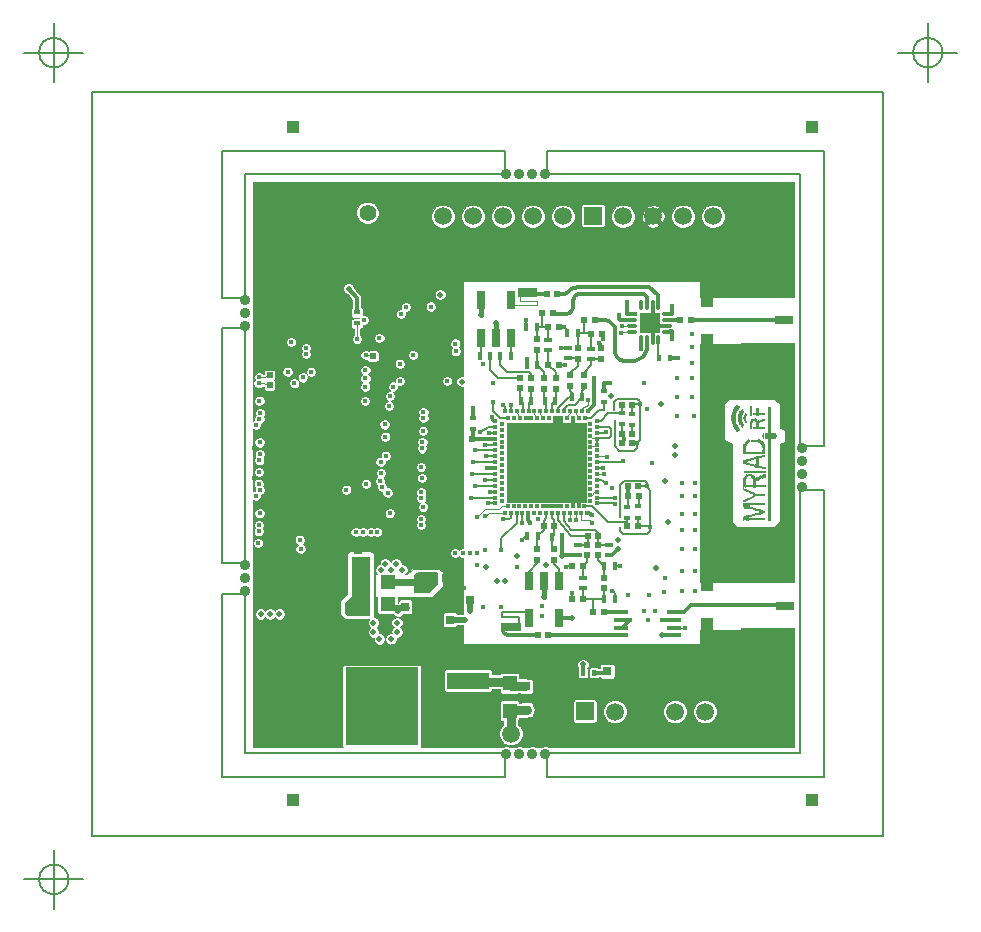
<source format=gtl>
G04 (created by PCBNEW-RS274X (2012-08-04 BZR 3667)-testing) date 10/19/2012 7:17:05 PM*
%MOIN*%
G04 Gerber Fmt 3.4, Leading zero omitted, Abs format*
%FSLAX34Y34*%
G01*
G70*
G90*
G04 APERTURE LIST*
%ADD10C,0.0017*%
%ADD11C,0.0059*%
%ADD12C,0.0077*%
%ADD13C,0.0195*%
%ADD14C,0.0157*%
%ADD15C,0.0354*%
%ADD16R,0.0392X0.0392*%
%ADD17R,0.0472X0.051*%
%ADD18R,0.051X0.0472*%
%ADD19R,0.0195X0.0175*%
%ADD20R,0.0175X0.0195*%
%ADD21R,0.0259X0.014*%
%ADD22R,0.014X0.0259*%
%ADD23R,0.0275X0.0314*%
%ADD24R,0.0314X0.0275*%
%ADD25R,0.0195X0.0195*%
%ADD26C,0.2165*%
%ADD27R,0.1417X0.055*%
%ADD28R,0.244X0.2598*%
%ADD29R,0.0314X0.0314*%
%ADD30R,0.1495X0.0392*%
%ADD31R,0.1299X0.0392*%
%ADD32R,0.0392X0.1299*%
%ADD33R,0.0392X0.1495*%
%ADD34R,0.1849X0.0589*%
%ADD35R,0.0589X0.0275*%
%ADD36C,0.051*%
%ADD37C,0.055*%
%ADD38C,0.0597*%
%ADD39R,0.0597X0.0597*%
%ADD40R,0.0472X0.015*%
%ADD41O,0.0472X0.015*%
%ADD42R,0.0299X0.0649*%
%ADD43R,0.0669X0.0669*%
%ADD44O,0.0117X0.0335*%
%ADD45O,0.0122X0.0335*%
%ADD46O,0.0118X0.0335*%
%ADD47O,0.0335X0.0118*%
%ADD48R,0.0335X0.0118*%
%ADD49O,0.0335X0.0122*%
%ADD50C,0.0432*%
%ADD51R,0.0117X0.0275*%
%ADD52R,0.0117X0.0117*%
%ADD53R,0.0117X0.0177*%
%ADD54R,0.0177X0.0117*%
%ADD55R,0.0157X0.0209*%
%ADD56R,0.002X0.0114*%
%ADD57R,0.0276X0.0095*%
%ADD58R,0.0327X0.0095*%
%ADD59R,0.0354X0.0095*%
%ADD60R,0.0559X0.0095*%
%ADD61R,0.0019X0.0095*%
%ADD62R,0.0019X0.0083*%
%ADD63R,0.002X0.0095*%
%ADD64R,0.0019X0.0171*%
%ADD65R,0.0019X0.0342*%
%ADD66R,0.0019X0.0304*%
%ADD67R,0.0019X0.0094*%
%ADD68R,0.0019X0.0209*%
%ADD69R,0.0019X0.038*%
%ADD70R,0.0019X0.0475*%
%ADD71R,0.0019X0.0589*%
%ADD72R,0.0019X0.0646*%
%ADD73R,0.0019X0.0703*%
%ADD74R,0.0019X0.0779*%
%ADD75R,0.0019X0.0285*%
%ADD76R,0.0019X0.0247*%
%ADD77R,0.0019X0.0228*%
%ADD78R,0.0019X0.019*%
%ADD79R,0.0019X0.0133*%
%ADD80R,0.0019X0.0076*%
%ADD81R,0.0019X0.0038*%
%ADD82R,0.0019X0.0437*%
%ADD83R,0.0019X0.0551*%
%ADD84R,0.0019X0.0114*%
%ADD85R,0.0019X0.0057*%
%ADD86R,0.002X0.014*%
%ADD87R,0.0019X0.0335*%
%ADD88R,0.0019X0.0152*%
%ADD89R,0.0019X0.0361*%
%ADD90R,0.0019X0.0399*%
%ADD91R,0.0019X0.0323*%
%ADD92R,0.0019X0.0266*%
%ADD93R,0.0591X0.0095*%
%ADD94R,0.0157X0.0095*%
%ADD95R,0.002X0.038*%
%ADD96R,0.0019X0.0418*%
%ADD97R,0.0295X0.0095*%
%ADD98R,0.0217X0.0095*%
%ADD99R,0.0724X0.0095*%
%ADD100R,0.0019X0.3781*%
%ADD101C,0.0196*%
%ADD102C,0.0118*%
%ADD103C,0.0117*%
%ADD104C,0.0196*%
%ADD105C,0.0117*%
%ADD106C,0.0118*%
%ADD107C,0.0122*%
%ADD108C,0.0195*%
%ADD109C,0.0157*%
%ADD110C,0.0314*%
%ADD111C,0.0078*%
%ADD112C,0.0039*%
%ADD113C,0.0235*%
G04 APERTURE END LIST*
G54D10*
G54D11*
X41831Y-53937D02*
G75*
G03X41831Y-53937I-492J0D01*
G74*
G01*
X40355Y-53937D02*
X42323Y-53937D01*
X41339Y-52953D02*
X41339Y-54921D01*
X70964Y-26378D02*
G75*
G03X70964Y-26378I-492J0D01*
G74*
G01*
X69488Y-26378D02*
X71456Y-26378D01*
X70472Y-25394D02*
X70472Y-27362D01*
X41831Y-26378D02*
G75*
G03X41831Y-26378I-492J0D01*
G74*
G01*
X40355Y-26378D02*
X42323Y-26378D01*
X41339Y-25394D02*
X41339Y-27362D01*
G54D12*
X42606Y-52483D02*
X42606Y-27680D01*
X68983Y-52483D02*
X42606Y-52483D01*
X68983Y-27680D02*
X68983Y-52483D01*
X42606Y-27680D02*
X68983Y-27680D01*
X66228Y-30437D02*
X66228Y-39492D01*
X57764Y-30437D02*
X66228Y-30437D01*
X57764Y-29650D02*
X57764Y-30437D01*
X67016Y-29650D02*
X57764Y-29650D01*
X67016Y-39492D02*
X67016Y-29650D01*
X66228Y-39492D02*
X67016Y-39492D01*
X57764Y-50515D02*
X57764Y-49728D01*
X67016Y-50515D02*
X57764Y-50515D01*
X67016Y-40948D02*
X67016Y-50515D01*
X66228Y-40948D02*
X67016Y-40948D01*
X66228Y-49728D02*
X66228Y-40948D01*
X57764Y-49728D02*
X66228Y-49728D01*
X46936Y-50515D02*
X46936Y-44413D01*
X56386Y-50515D02*
X46936Y-50515D01*
X56386Y-49728D02*
X56386Y-50515D01*
X47724Y-49728D02*
X56386Y-49728D01*
X47724Y-44413D02*
X47724Y-49728D01*
X46936Y-44413D02*
X47724Y-44413D01*
X46936Y-43390D02*
X46936Y-35555D01*
X47724Y-43390D02*
X46936Y-43390D01*
X47724Y-35555D02*
X47724Y-43390D01*
X46936Y-35555D02*
X47724Y-35555D01*
X47724Y-30437D02*
X47724Y-34570D01*
X46936Y-34570D02*
X47724Y-34570D01*
X46936Y-29648D02*
X46936Y-34570D01*
X46936Y-29648D02*
X56384Y-29648D01*
X56384Y-29648D02*
X56384Y-30437D01*
X47724Y-30437D02*
X56384Y-30437D01*
G54D13*
X56102Y-43975D03*
G54D14*
X61013Y-44997D03*
X61363Y-45005D03*
X61158Y-45292D03*
X61386Y-35540D03*
X61024Y-35536D03*
X61024Y-35198D03*
X61394Y-35193D03*
X56791Y-43535D03*
X63583Y-34409D03*
G54D15*
X47725Y-34630D03*
X47725Y-35063D03*
X47725Y-35496D03*
X47725Y-44335D03*
X47725Y-43902D03*
X47725Y-43469D03*
X66268Y-39571D03*
X66268Y-40004D03*
X66268Y-40437D03*
X66268Y-40870D03*
G54D16*
X49299Y-51303D03*
X66622Y-51303D03*
X66621Y-28862D03*
G54D14*
X58185Y-40460D03*
X58185Y-40027D03*
X57968Y-40244D03*
X58401Y-40244D03*
X61129Y-38252D03*
X61011Y-37386D03*
X63553Y-36201D03*
X63571Y-36520D03*
X63571Y-36993D03*
X52273Y-32898D03*
X52272Y-33331D03*
X51445Y-33331D03*
X51446Y-32898D03*
X59398Y-33803D03*
X59005Y-33804D03*
X61367Y-33804D03*
X61760Y-33803D03*
X64005Y-31204D03*
X65736Y-31283D03*
X53610Y-30890D03*
X53059Y-30890D03*
X59791Y-30889D03*
X59201Y-30889D03*
X58571Y-30889D03*
X57901Y-30889D03*
X57311Y-30890D03*
X54240Y-30890D03*
X54831Y-30890D03*
X55461Y-30890D03*
X56130Y-30890D03*
X56721Y-30890D03*
X62783Y-30889D03*
X62193Y-30889D03*
X61563Y-30889D03*
X60893Y-30889D03*
X60382Y-30890D03*
X63335Y-30890D03*
X63846Y-30889D03*
X64516Y-30889D03*
X65146Y-30889D03*
X65736Y-30889D03*
X63127Y-32925D03*
X63138Y-33292D03*
X63600Y-33280D03*
X62655Y-33280D03*
X63453Y-32544D03*
X61484Y-32544D03*
X62065Y-32532D03*
X60894Y-32544D03*
X62744Y-32544D03*
X60658Y-33292D03*
X61120Y-33280D03*
X62065Y-33280D03*
X61603Y-33292D03*
X59752Y-33292D03*
X60214Y-33280D03*
X55953Y-33291D03*
X55312Y-33271D03*
X60343Y-32544D03*
X59269Y-33280D03*
X56465Y-33291D03*
X56965Y-33280D03*
X54289Y-33271D03*
X54762Y-33271D03*
X58807Y-33292D03*
X57410Y-33291D03*
X50618Y-30929D03*
X50895Y-32898D03*
X50894Y-33331D03*
X49281Y-33527D03*
X50028Y-30929D03*
X49950Y-33567D03*
X49398Y-30929D03*
X48728Y-30929D03*
X48256Y-35103D03*
X48650Y-35102D03*
X48650Y-34552D03*
X48256Y-34552D03*
X48256Y-33410D03*
X48650Y-33410D03*
X48650Y-33961D03*
X48256Y-33961D03*
X48255Y-32898D03*
X48255Y-32504D03*
X48255Y-32032D03*
X48255Y-31520D03*
X48256Y-30929D03*
X52627Y-36166D03*
X51995Y-39173D03*
X51680Y-39173D03*
X51365Y-39173D03*
X51010Y-39212D03*
X51004Y-38953D03*
X51012Y-39551D03*
X51012Y-40181D03*
X55718Y-42968D03*
X55450Y-43472D03*
X54248Y-41252D03*
X53937Y-41520D03*
X53925Y-41248D03*
X52413Y-41387D03*
X51196Y-41394D03*
X63602Y-33632D03*
X63612Y-33967D03*
X64016Y-36220D03*
X64043Y-36559D03*
X64035Y-34409D03*
X64043Y-34039D03*
X65462Y-33764D03*
X65776Y-33764D03*
X65146Y-33764D03*
X64832Y-33764D03*
X64202Y-33764D03*
X64516Y-33764D03*
X64516Y-36835D03*
X64202Y-36835D03*
X64832Y-36835D03*
X65146Y-36835D03*
X65776Y-36835D03*
X65462Y-36835D03*
X65697Y-42268D03*
X65696Y-41677D03*
X65696Y-41087D03*
X65696Y-40535D03*
X65697Y-37977D03*
X65697Y-38646D03*
X65697Y-39906D03*
X63570Y-40024D03*
X63570Y-39591D03*
X63571Y-39079D03*
X63571Y-38528D03*
X63571Y-37977D03*
X63570Y-42937D03*
X63570Y-40535D03*
X63570Y-41087D03*
X63570Y-41677D03*
X63571Y-42268D03*
X63137Y-42584D03*
X63138Y-42230D03*
X63138Y-39867D03*
X63137Y-40221D03*
X63136Y-37859D03*
X63137Y-37505D03*
X62626Y-36717D03*
X62626Y-36205D03*
X62626Y-35772D03*
X62626Y-37229D03*
X62626Y-37858D03*
X63571Y-37504D03*
X62114Y-38488D03*
X62665Y-38488D03*
X62114Y-37858D03*
X62114Y-37229D03*
X61169Y-44473D03*
X61721Y-43882D03*
X61681Y-44355D03*
X62274Y-40728D03*
X62271Y-41166D03*
X62271Y-41756D03*
X62271Y-42307D03*
X62271Y-44315D03*
X62272Y-43646D03*
X62271Y-42937D03*
X62704Y-42307D03*
X62704Y-41756D03*
X62704Y-41166D03*
X62697Y-40728D03*
X62704Y-42937D03*
X62705Y-43646D03*
X62704Y-44315D03*
X58618Y-40460D03*
X57752Y-40460D03*
X57319Y-40460D03*
X56886Y-40460D03*
X56669Y-40677D03*
X57102Y-40677D03*
X57539Y-40677D03*
X57968Y-40677D03*
X58401Y-40677D03*
X58834Y-40677D03*
X58834Y-41110D03*
X58401Y-41110D03*
X57968Y-41110D03*
X57539Y-41110D03*
X57102Y-41110D03*
X56669Y-41110D03*
X56886Y-40893D03*
X57319Y-40893D03*
X58185Y-40893D03*
X57752Y-40893D03*
X58618Y-40893D03*
X58618Y-40027D03*
X57752Y-40027D03*
X57319Y-40027D03*
X56886Y-40027D03*
X56669Y-40244D03*
X57102Y-40244D03*
X57539Y-40244D03*
X58834Y-40244D03*
X58834Y-39811D03*
X58401Y-39811D03*
X57968Y-39811D03*
X57539Y-39811D03*
X57102Y-39811D03*
X56669Y-39811D03*
X56886Y-39594D03*
X57319Y-39594D03*
X58185Y-39594D03*
X57752Y-39594D03*
X58618Y-39594D03*
X58618Y-39161D03*
X57752Y-39161D03*
X58185Y-39161D03*
X57319Y-39161D03*
X56886Y-39161D03*
X56669Y-39378D03*
X57102Y-39378D03*
X57539Y-39378D03*
X57968Y-39378D03*
X58401Y-39378D03*
X58834Y-39378D03*
X58834Y-38945D03*
X58401Y-38945D03*
X57968Y-38945D03*
X57539Y-38945D03*
X57102Y-38945D03*
X56669Y-38945D03*
X64055Y-43533D03*
X64045Y-43858D03*
X64555Y-43282D03*
X64241Y-43282D03*
X64871Y-43282D03*
X65185Y-43282D03*
X65815Y-43282D03*
X65501Y-43282D03*
X65510Y-46353D03*
X65824Y-46353D03*
X65194Y-46353D03*
X64880Y-46353D03*
X64065Y-46083D03*
X64035Y-45758D03*
X63514Y-46358D03*
X64250Y-46353D03*
X64564Y-46353D03*
X63553Y-43435D03*
X63553Y-43907D03*
X63494Y-45856D03*
X60472Y-44461D03*
X57598Y-45152D03*
X57598Y-44837D03*
X56249Y-44866D03*
X55658Y-44866D03*
X54516Y-38173D03*
X54516Y-37858D03*
X54005Y-37858D03*
X55028Y-44236D03*
X54162Y-43488D03*
X54756Y-43909D03*
X65736Y-47032D03*
X64319Y-49355D03*
X65736Y-49355D03*
X65106Y-49355D03*
X60622Y-47855D03*
X62889Y-49028D03*
X62889Y-49343D03*
X63480Y-49343D03*
X63480Y-49028D03*
X60566Y-49028D03*
X60566Y-49343D03*
X61118Y-49343D03*
X61118Y-49028D03*
X62260Y-49028D03*
X62260Y-49343D03*
X61709Y-49343D03*
X61709Y-49028D03*
X59465Y-49028D03*
X59465Y-49343D03*
X60016Y-49343D03*
X60016Y-49028D03*
X58914Y-49028D03*
X58914Y-49343D03*
X58323Y-49343D03*
X58323Y-49028D03*
X58335Y-48567D03*
X63138Y-46953D03*
X62587Y-46953D03*
X61012Y-46941D03*
X62004Y-46957D03*
X58465Y-46850D03*
X58099Y-46835D03*
X57547Y-46835D03*
X56996Y-46835D03*
X56484Y-46835D03*
X56012Y-46835D03*
X53932Y-47357D03*
X59417Y-46406D03*
X61760Y-46284D03*
X61406Y-46284D03*
X56642Y-46284D03*
X56996Y-46284D03*
X52378Y-46382D03*
X52031Y-46382D03*
X50539Y-46873D03*
X49870Y-46676D03*
X49240Y-46755D03*
X48295Y-45968D03*
X48689Y-45968D03*
X48689Y-45496D03*
X48295Y-45496D03*
X48295Y-46441D03*
X48689Y-46441D03*
X48689Y-46913D03*
X48295Y-46913D03*
X48295Y-47386D03*
X48295Y-47937D03*
X48295Y-48449D03*
X48295Y-48921D03*
X48295Y-49315D03*
X48965Y-49315D03*
X49673Y-49315D03*
X50382Y-49315D03*
G54D13*
X48861Y-45087D03*
X48546Y-45087D03*
X48231Y-45087D03*
X52389Y-43424D03*
X52744Y-43424D03*
X52941Y-43620D03*
X52586Y-43621D03*
X52782Y-45375D03*
X52782Y-45690D03*
X52584Y-45927D03*
X52190Y-45927D03*
X51994Y-45690D03*
X51994Y-45375D03*
G54D17*
X56532Y-48310D03*
X56532Y-47406D03*
G54D18*
X51568Y-44036D03*
X52472Y-44036D03*
X51568Y-44772D03*
X52472Y-44772D03*
G54D19*
X51445Y-35036D03*
X51445Y-35406D03*
G54D20*
X61870Y-36559D03*
X61500Y-36559D03*
G54D19*
X60461Y-41890D03*
X60461Y-41520D03*
X55299Y-38559D03*
X55299Y-38929D03*
X60827Y-41504D03*
X60827Y-41874D03*
X60618Y-38784D03*
X60618Y-38414D03*
X60264Y-38402D03*
X60264Y-38772D03*
X59665Y-38024D03*
X59665Y-37654D03*
G54D21*
X58799Y-43133D03*
X58799Y-42793D03*
X57825Y-35952D03*
X57825Y-36292D03*
X59843Y-43123D03*
X59843Y-42783D03*
G54D22*
X58800Y-35740D03*
X58460Y-35740D03*
X57442Y-36787D03*
X57102Y-36787D03*
G54D21*
X58472Y-36568D03*
X58472Y-36228D03*
G54D22*
X57434Y-35512D03*
X57094Y-35512D03*
X58957Y-37870D03*
X58617Y-37870D03*
G54D21*
X59252Y-36247D03*
X59252Y-36587D03*
G54D22*
X58296Y-42520D03*
X57956Y-42520D03*
X57123Y-42500D03*
X57463Y-42500D03*
X59692Y-44606D03*
X60032Y-44606D03*
G54D21*
X58976Y-44225D03*
X58976Y-43885D03*
G54D22*
X59692Y-43484D03*
X60032Y-43484D03*
X57237Y-37984D03*
X56897Y-37984D03*
X56568Y-36500D03*
X56228Y-36500D03*
X55550Y-36496D03*
X55890Y-36496D03*
X58044Y-37992D03*
X57704Y-37992D03*
G54D23*
X57078Y-47500D03*
X57508Y-47500D03*
X57088Y-48284D03*
X57518Y-48284D03*
X54542Y-45276D03*
X54112Y-45276D03*
G54D24*
X51469Y-43372D03*
X51469Y-42943D03*
G54D23*
X53057Y-44851D03*
X53487Y-44851D03*
X55215Y-44638D03*
X54785Y-44638D03*
X53990Y-43882D03*
X54420Y-43882D03*
G54D25*
X59016Y-35305D03*
X59370Y-35305D03*
X59327Y-45031D03*
X59681Y-45031D03*
X58976Y-44606D03*
X58622Y-44606D03*
X59693Y-43878D03*
X59693Y-44232D03*
X58976Y-43504D03*
X58622Y-43504D03*
X59124Y-42776D03*
X59124Y-43130D03*
X59488Y-42776D03*
X59488Y-43130D03*
X59130Y-42477D03*
X59484Y-42477D03*
X59577Y-36584D03*
X59577Y-36230D03*
X57469Y-45799D03*
X57823Y-45799D03*
X57622Y-35059D03*
X57976Y-35059D03*
X58004Y-42933D03*
X58004Y-43287D03*
X57461Y-42933D03*
X57461Y-43287D03*
X57667Y-42165D03*
X58021Y-42165D03*
X59012Y-37480D03*
X59012Y-37126D03*
X59248Y-35744D03*
X59602Y-35744D03*
X58799Y-36575D03*
X58799Y-36221D03*
X57441Y-36289D03*
X57441Y-35935D03*
X51976Y-36496D03*
X52330Y-36496D03*
X57825Y-35522D03*
X58179Y-35522D03*
X58071Y-37579D03*
X58071Y-37225D03*
X57677Y-37579D03*
X57677Y-37225D03*
X57260Y-37575D03*
X57260Y-37221D03*
X57825Y-36781D03*
X58179Y-36781D03*
X57764Y-34433D03*
X58118Y-34433D03*
X56874Y-37567D03*
X56874Y-37213D03*
X58547Y-37480D03*
X58547Y-37126D03*
X62217Y-35299D03*
X62571Y-35299D03*
X48532Y-37130D03*
X48532Y-36776D03*
X48532Y-37457D03*
X48532Y-37811D03*
X60264Y-38110D03*
X60618Y-38110D03*
X60268Y-39083D03*
X60622Y-39083D03*
X60264Y-39406D03*
X60618Y-39406D03*
X60473Y-40831D03*
X60827Y-40831D03*
X60461Y-42173D03*
X60815Y-42173D03*
X55283Y-39252D03*
X54929Y-39252D03*
X60481Y-41173D03*
X60835Y-41173D03*
G54D26*
X49752Y-32228D03*
X64791Y-32228D03*
X64791Y-47975D03*
X49752Y-47975D03*
G54D27*
X55145Y-49107D03*
G54D28*
X52271Y-48173D03*
G54D27*
X55145Y-47309D03*
G54D13*
X56378Y-43975D03*
X52232Y-43621D03*
G54D20*
X59347Y-47051D03*
X58977Y-47051D03*
G54D29*
X60421Y-46992D03*
X59791Y-46992D03*
G54D13*
X52112Y-49195D03*
X51720Y-49197D03*
X52507Y-49197D03*
X51325Y-49197D03*
X52902Y-49197D03*
X51325Y-48802D03*
X51325Y-48410D03*
X51325Y-48015D03*
X51325Y-47622D03*
X51325Y-47267D03*
X51720Y-47267D03*
X52114Y-47267D03*
X52507Y-47267D03*
X52900Y-47267D03*
X52900Y-47622D03*
X52900Y-48015D03*
X52900Y-48410D03*
X52900Y-48802D03*
G54D16*
X49299Y-28862D03*
G54D15*
X56426Y-49768D03*
X56859Y-49768D03*
X57292Y-49768D03*
X57726Y-49768D03*
X56425Y-30437D03*
X56858Y-30437D03*
X57291Y-30437D03*
X57725Y-30437D03*
G54D13*
X54516Y-48607D03*
X54831Y-48607D03*
X55146Y-48607D03*
X55461Y-48607D03*
X59419Y-47520D03*
X60512Y-47510D03*
X62312Y-47426D03*
X63336Y-47426D03*
G54D30*
X60400Y-33783D03*
X58038Y-33783D03*
X55676Y-33783D03*
X53313Y-33783D03*
G54D31*
X51051Y-33783D03*
G54D32*
X50599Y-34235D03*
G54D33*
X63116Y-36500D03*
X63116Y-38862D03*
X63116Y-41223D03*
X63116Y-43587D03*
G54D31*
X62663Y-46301D03*
G54D32*
X63116Y-45847D03*
X50599Y-45847D03*
G54D31*
X51051Y-46301D03*
G54D30*
X53313Y-46301D03*
X55676Y-46301D03*
X58038Y-46301D03*
X60400Y-46301D03*
G54D33*
X50599Y-43587D03*
X50599Y-41223D03*
X50599Y-38862D03*
X50599Y-36500D03*
G54D31*
X62663Y-33783D03*
G54D32*
X63116Y-34235D03*
G54D34*
X65161Y-43763D03*
X65161Y-45867D03*
G54D35*
X65711Y-44815D03*
G54D34*
X65145Y-34246D03*
X65145Y-36350D03*
G54D35*
X65695Y-35298D03*
G54D36*
X51299Y-32217D03*
X52299Y-32217D03*
X52299Y-31217D03*
X51299Y-31217D03*
G54D37*
X51799Y-31717D03*
G54D38*
X58307Y-31834D03*
X57307Y-31834D03*
X56307Y-31834D03*
X55307Y-31834D03*
G54D39*
X53307Y-31814D03*
G54D38*
X54307Y-31834D03*
G54D39*
X57576Y-49079D03*
G54D38*
X56576Y-49079D03*
G54D40*
X62005Y-45800D03*
G54D41*
X62005Y-45543D03*
X62005Y-45289D03*
X62005Y-45032D03*
X60235Y-45032D03*
X60235Y-45289D03*
X60235Y-45543D03*
X60235Y-45800D03*
G54D42*
X57164Y-43981D03*
X57664Y-43981D03*
X58164Y-43981D03*
X58164Y-45232D03*
X57164Y-45232D03*
G54D43*
X61200Y-35379D03*
G54D44*
X61298Y-34799D03*
G54D45*
X61102Y-34799D03*
G54D44*
X60905Y-34799D03*
G54D45*
X61495Y-34799D03*
X61102Y-35959D03*
G54D46*
X60905Y-35960D03*
X61298Y-35960D03*
X61495Y-35960D03*
G54D47*
X60619Y-35281D03*
G54D48*
X60619Y-35084D03*
G54D47*
X60619Y-35477D03*
X60619Y-35674D03*
G54D49*
X61780Y-35281D03*
G54D47*
X61781Y-35084D03*
X61781Y-35477D03*
X61781Y-35674D03*
G54D42*
X56579Y-35874D03*
X56079Y-35874D03*
X55579Y-35874D03*
X55579Y-34623D03*
X56579Y-34623D03*
G54D50*
X49554Y-45454D03*
X49554Y-35062D03*
G54D51*
X58133Y-41147D03*
X58133Y-40782D03*
X58133Y-40414D03*
X58133Y-40050D03*
X58133Y-39679D03*
X58133Y-39314D03*
X58133Y-38947D03*
X58328Y-38947D03*
X58330Y-39314D03*
X58330Y-39679D03*
X58330Y-40050D03*
X58330Y-40414D03*
X58330Y-40782D03*
X58330Y-41147D03*
X58718Y-41147D03*
X58718Y-40782D03*
X58718Y-40414D03*
X58718Y-40050D03*
X58718Y-39679D03*
X58718Y-39314D03*
X58718Y-38947D03*
X58521Y-38947D03*
X58521Y-39314D03*
X58521Y-39679D03*
X58521Y-40050D03*
X58521Y-40414D03*
X58521Y-40782D03*
X58521Y-41147D03*
X58916Y-38947D03*
X58916Y-39314D03*
X58916Y-39679D03*
X58916Y-40050D03*
X58916Y-40414D03*
X58916Y-40782D03*
X58916Y-41147D03*
X57353Y-41147D03*
X57353Y-40782D03*
X57353Y-40414D03*
X57353Y-40050D03*
X57353Y-39679D03*
X57353Y-39314D03*
X57353Y-38947D03*
X57548Y-38947D03*
X57550Y-39314D03*
X57550Y-39679D03*
X57550Y-40050D03*
X57550Y-40414D03*
X57550Y-40782D03*
X57550Y-41147D03*
X57938Y-41147D03*
X57938Y-40782D03*
X57938Y-40414D03*
X57938Y-40050D03*
X57938Y-39679D03*
X57938Y-39314D03*
X57938Y-38947D03*
X57741Y-38947D03*
X57741Y-39314D03*
X57741Y-39679D03*
X57741Y-40050D03*
X57741Y-40414D03*
X57741Y-40782D03*
X57741Y-41147D03*
X56958Y-41147D03*
X56958Y-40782D03*
X56958Y-40414D03*
X56958Y-40050D03*
X56958Y-39679D03*
X56958Y-39314D03*
X56958Y-38947D03*
X57155Y-38947D03*
X57156Y-39314D03*
X57156Y-39679D03*
X57156Y-40050D03*
X57156Y-40414D03*
X57156Y-40782D03*
X57156Y-41147D03*
X56766Y-41147D03*
X56766Y-40782D03*
X56766Y-40414D03*
X56766Y-40050D03*
X56766Y-39679D03*
X56766Y-39314D03*
X56766Y-38947D03*
G54D52*
X58836Y-38554D03*
X59033Y-38554D03*
X58638Y-38554D03*
X58441Y-38554D03*
X58245Y-38554D03*
X58048Y-38554D03*
X57851Y-38554D03*
X57655Y-38554D03*
X57458Y-38554D03*
X57260Y-38554D03*
X57063Y-38554D03*
X56866Y-38554D03*
X56671Y-38554D03*
G54D53*
X59130Y-38330D03*
X58933Y-38330D03*
X58738Y-38330D03*
X58541Y-38330D03*
X58343Y-38330D03*
X58146Y-38330D03*
X57950Y-38330D03*
X57753Y-38330D03*
X57556Y-38330D03*
X57360Y-38330D03*
X57163Y-38330D03*
X56966Y-38330D03*
X56768Y-38330D03*
X56571Y-38330D03*
G54D52*
X56473Y-38554D03*
G54D54*
X59453Y-38653D03*
G54D52*
X59228Y-38753D03*
G54D54*
X59453Y-38852D03*
X59453Y-39048D03*
X59453Y-39245D03*
X59453Y-39442D03*
X59453Y-39638D03*
X59451Y-39835D03*
X59453Y-40032D03*
X59453Y-40228D03*
X59453Y-40427D03*
X59453Y-40622D03*
X59453Y-40820D03*
X59453Y-41017D03*
X59453Y-41212D03*
X59453Y-41400D03*
G54D52*
X59228Y-38950D03*
X59228Y-39145D03*
X59228Y-39343D03*
X59228Y-39540D03*
X59228Y-39737D03*
X59228Y-39933D03*
X59228Y-40132D03*
X59228Y-40327D03*
X59228Y-40523D03*
X59228Y-40722D03*
X59228Y-40918D03*
X59228Y-41312D03*
X59228Y-41115D03*
X58830Y-41505D03*
X59026Y-41505D03*
X58633Y-41505D03*
X58436Y-41505D03*
X58238Y-41505D03*
X58043Y-41505D03*
X57846Y-41505D03*
X57648Y-41505D03*
X57451Y-41505D03*
X57255Y-41505D03*
X57058Y-41505D03*
X56860Y-41505D03*
X56665Y-41505D03*
G54D53*
X59123Y-41730D03*
X58926Y-41730D03*
X58731Y-41730D03*
X58535Y-41730D03*
X58338Y-41730D03*
X58141Y-41730D03*
X57943Y-41730D03*
X57746Y-41730D03*
X57550Y-41729D03*
X57353Y-41730D03*
X57156Y-41730D03*
X56960Y-41730D03*
X56763Y-41730D03*
X56566Y-41730D03*
G54D52*
X56468Y-41505D03*
G54D53*
X56368Y-41730D03*
X56374Y-38330D03*
G54D54*
X56051Y-38652D03*
G54D52*
X56276Y-38751D03*
G54D54*
X56051Y-38849D03*
X56051Y-39046D03*
X56051Y-39243D03*
X56051Y-39440D03*
X56051Y-39637D03*
X56051Y-39833D03*
X56051Y-40030D03*
X56051Y-40227D03*
X56051Y-40424D03*
X56051Y-40621D03*
X56051Y-40818D03*
X56051Y-41015D03*
X56051Y-41210D03*
X56051Y-41407D03*
G54D52*
X56276Y-38948D03*
X56276Y-39144D03*
X56276Y-39341D03*
X56276Y-39538D03*
X56276Y-39735D03*
X56276Y-39932D03*
X56276Y-40129D03*
X56276Y-40326D03*
X56276Y-40522D03*
X56276Y-40719D03*
X56276Y-40916D03*
X56276Y-41310D03*
X56276Y-41113D03*
G54D51*
X56570Y-38947D03*
X56570Y-39314D03*
X56570Y-39679D03*
X56570Y-40050D03*
X56570Y-40414D03*
X56570Y-40782D03*
X56570Y-41147D03*
G54D55*
X65303Y-39141D03*
G54D56*
X65063Y-40479D03*
G54D57*
X64551Y-40832D03*
G54D58*
X64905Y-40832D03*
G54D59*
X64890Y-41137D03*
G54D60*
X64791Y-41438D03*
G54D61*
X65437Y-39141D03*
G54D62*
X64362Y-40940D03*
G54D63*
X64377Y-41328D03*
G54D62*
X64358Y-41334D03*
G54D64*
X64378Y-41479D03*
G54D65*
X65043Y-39587D03*
G54D66*
X65059Y-39606D03*
G54D61*
X65063Y-40224D03*
G54D63*
X65044Y-40224D03*
G54D67*
X65059Y-39826D03*
G54D68*
X63960Y-38571D03*
G54D69*
X63979Y-38561D03*
G54D70*
X63998Y-38571D03*
G54D71*
X64017Y-38571D03*
G54D72*
X64036Y-38561D03*
G54D73*
X64055Y-38571D03*
G54D74*
X64074Y-38571D03*
G54D75*
X64093Y-38837D03*
X64093Y-38305D03*
G54D76*
X64112Y-38875D03*
X64112Y-38267D03*
G54D77*
X64131Y-38903D03*
G54D68*
X64131Y-38229D03*
G54D78*
X64150Y-38922D03*
G54D64*
X64150Y-38210D03*
G54D79*
X64169Y-38932D03*
X64169Y-38210D03*
G54D61*
X64188Y-38932D03*
G54D76*
X64188Y-38571D03*
G54D80*
X64188Y-38200D03*
G54D81*
X64207Y-38941D03*
G54D65*
X64207Y-38561D03*
G54D81*
X64207Y-38200D03*
G54D82*
X64226Y-38571D03*
G54D70*
X64245Y-38571D03*
G54D83*
X64264Y-38571D03*
G54D77*
X64283Y-38751D03*
G54D68*
X64283Y-38381D03*
G54D64*
X64302Y-38780D03*
X64302Y-38362D03*
G54D84*
X64321Y-38789D03*
X64321Y-38352D03*
G54D85*
X64340Y-38799D03*
X64340Y-38343D03*
G54D79*
X64359Y-41915D03*
G54D86*
X64358Y-41464D03*
G54D87*
X64362Y-40712D03*
G54D84*
X64359Y-40024D03*
G54D66*
X64359Y-39606D03*
G54D61*
X64359Y-38571D03*
G54D88*
X64378Y-41905D03*
G54D61*
X64378Y-40946D03*
G54D89*
X64378Y-40699D03*
G54D88*
X64378Y-40024D03*
G54D65*
X64378Y-39587D03*
G54D68*
X64378Y-38571D03*
G54D88*
X64397Y-41905D03*
G54D64*
X64397Y-41478D03*
G54D61*
X64397Y-41326D03*
X64397Y-40946D03*
G54D69*
X64397Y-40689D03*
G54D88*
X64397Y-40024D03*
G54D69*
X64397Y-39568D03*
G54D75*
X64397Y-38571D03*
G54D88*
X64416Y-41905D03*
G54D64*
X64416Y-41478D03*
G54D61*
X64416Y-41307D03*
X64416Y-40965D03*
G54D90*
X64416Y-40680D03*
G54D88*
X64416Y-40024D03*
G54D90*
X64416Y-39559D03*
G54D91*
X64416Y-38571D03*
G54D64*
X64435Y-41896D03*
X64435Y-41478D03*
G54D61*
X64435Y-41307D03*
X64435Y-40965D03*
G54D79*
X64435Y-40528D03*
G54D64*
X64435Y-40034D03*
G54D88*
X64435Y-39416D03*
G54D61*
X64435Y-38685D03*
X64435Y-38457D03*
G54D64*
X64454Y-41896D03*
X64454Y-41478D03*
G54D61*
X64454Y-41288D03*
X64454Y-40984D03*
G54D84*
X64454Y-40499D03*
G54D78*
X64454Y-40024D03*
G54D79*
X64454Y-39388D03*
G54D81*
X64454Y-38694D03*
X64454Y-38447D03*
G54D64*
X64473Y-41896D03*
G54D78*
X64473Y-41487D03*
G54D61*
X64473Y-41288D03*
X64473Y-40984D03*
X64473Y-40490D03*
G54D80*
X64473Y-40081D03*
G54D61*
X64473Y-39977D03*
G54D84*
X64473Y-39359D03*
G54D64*
X64492Y-41896D03*
G54D78*
X64492Y-41487D03*
G54D61*
X64492Y-41269D03*
G54D80*
X64492Y-40993D03*
G54D61*
X64492Y-40490D03*
X64492Y-40091D03*
G54D80*
X64492Y-39967D03*
G54D84*
X64492Y-39359D03*
G54D78*
X64511Y-41886D03*
X64511Y-41487D03*
G54D61*
X64511Y-41269D03*
X64511Y-41003D03*
X64511Y-40471D03*
X64511Y-40091D03*
X64511Y-39958D03*
G54D84*
X64511Y-39340D03*
G54D80*
X64530Y-41829D03*
G54D78*
X64530Y-41487D03*
G54D61*
X64530Y-41250D03*
G54D80*
X64530Y-41012D03*
G54D61*
X64530Y-40471D03*
X64530Y-40091D03*
X64530Y-39958D03*
X64530Y-39331D03*
G54D80*
X64549Y-41829D03*
G54D68*
X64549Y-41497D03*
G54D61*
X64549Y-41250D03*
X64549Y-41022D03*
X64549Y-40471D03*
G54D80*
X64549Y-40100D03*
G54D61*
X64549Y-39958D03*
X64549Y-39331D03*
X64568Y-41820D03*
X64568Y-41554D03*
X64568Y-41231D03*
G54D80*
X64568Y-41031D03*
G54D61*
X64568Y-40471D03*
X64568Y-40110D03*
G54D80*
X64568Y-39948D03*
G54D92*
X64568Y-38789D03*
G54D66*
X64568Y-38333D03*
G54D80*
X64587Y-41810D03*
X64587Y-41563D03*
G54D61*
X64587Y-41231D03*
X64587Y-41041D03*
X64587Y-40471D03*
X64587Y-40110D03*
X64587Y-39939D03*
G54D75*
X64587Y-38780D03*
G54D66*
X64587Y-38333D03*
G54D80*
X64606Y-41810D03*
G54D61*
X64606Y-41573D03*
X64606Y-41212D03*
G54D80*
X64606Y-41050D03*
G54D61*
X64606Y-40490D03*
G54D80*
X64606Y-40119D03*
G54D61*
X64606Y-39939D03*
G54D91*
X64606Y-38761D03*
G54D66*
X64606Y-38333D03*
G54D80*
X64625Y-41810D03*
G54D61*
X64625Y-41573D03*
X64625Y-41212D03*
X64625Y-41060D03*
G54D84*
X64625Y-40499D03*
G54D61*
X64625Y-40129D03*
X64625Y-39939D03*
G54D91*
X64625Y-38761D03*
G54D66*
X64625Y-38333D03*
G54D61*
X64644Y-41801D03*
X64644Y-41573D03*
X64644Y-41193D03*
G54D80*
X64644Y-41069D03*
G54D84*
X64644Y-40518D03*
G54D61*
X64644Y-40129D03*
X64644Y-39920D03*
G54D79*
X64644Y-38647D03*
G54D80*
X64663Y-41791D03*
X64663Y-41582D03*
G54D78*
X64663Y-41126D03*
G54D88*
X64663Y-40537D03*
G54D61*
X64663Y-40129D03*
X64663Y-39920D03*
X64663Y-38628D03*
G54D80*
X64682Y-41791D03*
G54D61*
X64682Y-41592D03*
G54D64*
X64682Y-41136D03*
G54D90*
X64682Y-40680D03*
G54D80*
X64682Y-40138D03*
G54D61*
X64682Y-39920D03*
X64682Y-38609D03*
G54D80*
X64701Y-41791D03*
G54D61*
X64701Y-41592D03*
G54D88*
X64701Y-41126D03*
G54D69*
X64701Y-40689D03*
G54D61*
X64701Y-40148D03*
X64701Y-39901D03*
G54D93*
X64704Y-39711D03*
G54D94*
X64701Y-38875D03*
G54D61*
X64701Y-38609D03*
G54D94*
X64701Y-38438D03*
G54D61*
X64720Y-41782D03*
G54D80*
X64720Y-41601D03*
G54D79*
X64720Y-41136D03*
G54D65*
X64720Y-40708D03*
G54D61*
X64720Y-40148D03*
X64720Y-39901D03*
G54D80*
X64720Y-38618D03*
G54D60*
X64791Y-41934D03*
G54D80*
X64739Y-41772D03*
X64739Y-41601D03*
G54D91*
X64739Y-40718D03*
G54D61*
X64739Y-40148D03*
X64739Y-39901D03*
X64739Y-38628D03*
G54D80*
X64758Y-41772D03*
G54D61*
X64758Y-41611D03*
X64758Y-40604D03*
G54D84*
X64758Y-40157D03*
G54D61*
X64758Y-39901D03*
G54D84*
X64758Y-38637D03*
G54D61*
X64777Y-41763D03*
X64777Y-41611D03*
G54D84*
X64777Y-40594D03*
G54D95*
X64777Y-40024D03*
G54D91*
X64777Y-38761D03*
G54D76*
X64777Y-38362D03*
G54D80*
X64796Y-41753D03*
X64796Y-41620D03*
G54D61*
X64796Y-40585D03*
G54D69*
X64796Y-40024D03*
G54D66*
X64796Y-38770D03*
G54D76*
X64796Y-38362D03*
G54D80*
X64815Y-41753D03*
X64815Y-41620D03*
G54D84*
X64815Y-40575D03*
G54D69*
X64815Y-40024D03*
G54D75*
X64815Y-38780D03*
G54D76*
X64815Y-38362D03*
G54D80*
X64834Y-41753D03*
G54D61*
X64834Y-41630D03*
G54D84*
X64834Y-40575D03*
G54D96*
X64834Y-40024D03*
G54D97*
X64701Y-39311D03*
G54D92*
X64834Y-38789D03*
G54D76*
X64834Y-38362D03*
G54D61*
X64853Y-41744D03*
X64853Y-41630D03*
X64853Y-40566D03*
X64853Y-40186D03*
X64853Y-39863D03*
G54D84*
X64853Y-39321D03*
X64853Y-38694D03*
G54D80*
X64872Y-41734D03*
X64872Y-41639D03*
G54D84*
X64872Y-40556D03*
G54D61*
X64872Y-40186D03*
X64872Y-39863D03*
X64872Y-39331D03*
X64872Y-38685D03*
G54D64*
X64891Y-41687D03*
G54D61*
X64891Y-40547D03*
X64891Y-40205D03*
X64891Y-39863D03*
G54D84*
X64891Y-39340D03*
G54D61*
X64891Y-38685D03*
G54D64*
X64910Y-41687D03*
G54D84*
X64910Y-40537D03*
G54D61*
X64910Y-40205D03*
X64910Y-39844D03*
X64910Y-39350D03*
X64910Y-38666D03*
G54D88*
X64929Y-41696D03*
G54D84*
X64929Y-40537D03*
G54D61*
X64929Y-40205D03*
X64929Y-39844D03*
G54D84*
X64929Y-39359D03*
G54D61*
X64929Y-38666D03*
G54D79*
X64948Y-41687D03*
G54D61*
X64948Y-40528D03*
X64948Y-40205D03*
X64948Y-39844D03*
G54D84*
X64948Y-39378D03*
G54D61*
X64948Y-38647D03*
G54D98*
X64945Y-38438D03*
G54D79*
X64967Y-41687D03*
G54D84*
X64967Y-40518D03*
G54D61*
X64967Y-40224D03*
X64967Y-39825D03*
G54D88*
X64967Y-39397D03*
G54D98*
X64945Y-38875D03*
G54D61*
X64967Y-38647D03*
G54D79*
X64986Y-41687D03*
G54D61*
X64986Y-40509D03*
G54D99*
X64712Y-40345D03*
G54D61*
X64986Y-40224D03*
X64986Y-39825D03*
G54D84*
X64986Y-39701D03*
G54D68*
X64986Y-39445D03*
G54D61*
X64986Y-39141D03*
X64986Y-38628D03*
X65005Y-41687D03*
G54D84*
X65005Y-40499D03*
G54D61*
X65005Y-40224D03*
X65005Y-39825D03*
G54D90*
X65005Y-39559D03*
G54D79*
X65005Y-39141D03*
G54D61*
X65005Y-38628D03*
X65024Y-41687D03*
X65024Y-40490D03*
X65024Y-40224D03*
X65024Y-39825D03*
G54D89*
X65024Y-39578D03*
G54D64*
X65024Y-39141D03*
G54D80*
X65024Y-38618D03*
G54D61*
X65043Y-41687D03*
G54D84*
X65043Y-40480D03*
G54D67*
X65043Y-39826D03*
G54D61*
X65043Y-38609D03*
G54D85*
X65062Y-41687D03*
G54D55*
X65110Y-39141D03*
G54D100*
X65195Y-40091D03*
X65214Y-40091D03*
X65233Y-40091D03*
G54D78*
X65386Y-39141D03*
G54D64*
X65404Y-39141D03*
G54D79*
X65421Y-39141D03*
G54D38*
X63314Y-31834D03*
X62314Y-31834D03*
X61314Y-31834D03*
G54D39*
X59314Y-31814D03*
G54D38*
X60314Y-31834D03*
X63043Y-48350D03*
X62043Y-48350D03*
X61043Y-48350D03*
G54D39*
X59043Y-48330D03*
G54D38*
X60043Y-48350D03*
G54D13*
X56783Y-43173D03*
X61728Y-40646D03*
X61398Y-43563D03*
X61821Y-42018D03*
X61594Y-38083D03*
X55748Y-43512D03*
X55032Y-45276D03*
X58976Y-46772D03*
G54D14*
X60177Y-35130D03*
G54D13*
X54949Y-37343D03*
G54D14*
X52646Y-37508D03*
G54D13*
X54221Y-34441D03*
X51169Y-34244D03*
X57756Y-43449D03*
G54D14*
X56949Y-42618D03*
G54D13*
X58264Y-43146D03*
X61614Y-45787D03*
X60142Y-42921D03*
G54D14*
X55299Y-38228D03*
G54D13*
X62039Y-39803D03*
X59910Y-37815D03*
X62036Y-39500D03*
G54D14*
X49256Y-36028D03*
X53323Y-36453D03*
G54D13*
X58002Y-47500D03*
G54D14*
X59961Y-44311D03*
X58626Y-44390D03*
X58413Y-43508D03*
X60205Y-43484D03*
X61614Y-45291D03*
X60531Y-45295D03*
X59882Y-37386D03*
X58256Y-36228D03*
X57106Y-36587D03*
G54D13*
X58616Y-45230D03*
G54D14*
X61102Y-40835D03*
G54D13*
X57668Y-44518D03*
G54D14*
X52012Y-34799D03*
G54D13*
X50921Y-43799D03*
X51012Y-36701D03*
G54D14*
X48154Y-36225D03*
X48154Y-35831D03*
G54D13*
X48158Y-36717D03*
X48150Y-39079D03*
X48189Y-41437D03*
G54D14*
X48032Y-37599D03*
X48047Y-38189D03*
X48024Y-39571D03*
X48028Y-40551D03*
X48032Y-41933D03*
X48032Y-42918D03*
X48197Y-43508D03*
G54D13*
X48138Y-43807D03*
G54D14*
X61264Y-40071D03*
X54457Y-43477D03*
G54D13*
X53465Y-45815D03*
G54D14*
X54579Y-44225D03*
G54D13*
X54268Y-46508D03*
G54D14*
X48102Y-44492D03*
X50921Y-44492D03*
X60441Y-34681D03*
G54D13*
X57984Y-48284D03*
G54D14*
X61957Y-34823D03*
X60906Y-36260D03*
X61957Y-35933D03*
X62154Y-36559D03*
X61228Y-42177D03*
X60882Y-38087D03*
X60780Y-39406D03*
X59350Y-37213D03*
G54D101*
X56091Y-35378D03*
X55579Y-35130D03*
G54D14*
X59508Y-36051D03*
X59650Y-35925D03*
X57094Y-35291D03*
X58354Y-35528D03*
X58370Y-36783D03*
X48165Y-37402D03*
X60266Y-35482D03*
X48193Y-37205D03*
X60246Y-35719D03*
X49132Y-37012D03*
X49565Y-42918D03*
X62392Y-45541D03*
G54D13*
X55217Y-44988D03*
G54D14*
X60030Y-41211D03*
G54D102*
X59228Y-39933D03*
G54D14*
X56957Y-42059D03*
G54D102*
X56665Y-41504D03*
G54D14*
X60319Y-39984D03*
G54D102*
X56866Y-38555D03*
G54D14*
X55981Y-37386D03*
G54D102*
X59228Y-38752D03*
G54D13*
X52811Y-44992D03*
X53539Y-43862D03*
X53539Y-44197D03*
G54D102*
X59228Y-41114D03*
G54D14*
X60039Y-41437D03*
X55638Y-36756D03*
G54D102*
X57063Y-38555D03*
G54D14*
X59272Y-41807D03*
X59748Y-39020D03*
G54D102*
X58240Y-41504D03*
X59225Y-39146D03*
X59228Y-38949D03*
X59228Y-40130D03*
X57847Y-38555D03*
G54D14*
X59150Y-37972D03*
G54D102*
X57059Y-41504D03*
G54D14*
X55933Y-38528D03*
G54D103*
X56276Y-39736D03*
X56276Y-40327D03*
G54D14*
X56260Y-42953D03*
G54D102*
X56858Y-41504D03*
G54D13*
X60154Y-42638D03*
G54D102*
X59228Y-41311D03*
G54D14*
X55394Y-39638D03*
X53650Y-41536D03*
G54D102*
X56276Y-41110D03*
G54D14*
X53583Y-40201D03*
G54D102*
X56280Y-39933D03*
G54D14*
X55831Y-39047D03*
G54D102*
X56276Y-40914D03*
G54D14*
X53579Y-41925D03*
X53602Y-40559D03*
G54D102*
X56276Y-40130D03*
G54D14*
X55303Y-40032D03*
X53662Y-38355D03*
G54D102*
X56276Y-38748D03*
G54D14*
X55709Y-39445D03*
X52193Y-35890D03*
X59740Y-40740D03*
X54453Y-37319D03*
X51721Y-37508D03*
X54721Y-36075D03*
X59787Y-39870D03*
X55555Y-39028D03*
X53662Y-38555D03*
G54D102*
X56276Y-38945D03*
G54D14*
X53610Y-39571D03*
G54D102*
X56276Y-39540D03*
G54D14*
X53626Y-39370D03*
G54D102*
X56280Y-39343D03*
G54D14*
X53579Y-42122D03*
G54D102*
X56276Y-40717D03*
G54D14*
X55772Y-40232D03*
X55890Y-41016D03*
X55260Y-41209D03*
X55815Y-41406D03*
X55445Y-41846D03*
X56303Y-41937D03*
X53650Y-38981D03*
G54D102*
X56276Y-39138D03*
G54D14*
X53587Y-41040D03*
G54D102*
X56276Y-40524D03*
G54D14*
X55288Y-40421D03*
X55701Y-40618D03*
X55366Y-40819D03*
X55705Y-41839D03*
G54D102*
X59228Y-40327D03*
G54D14*
X51732Y-36461D03*
G54D102*
X56276Y-41307D03*
G54D14*
X53591Y-41236D03*
X59951Y-40876D03*
X51728Y-36957D03*
G54D102*
X59232Y-40524D03*
G54D14*
X52870Y-37327D03*
X51728Y-37240D03*
X52870Y-36752D03*
X59669Y-40425D03*
X55736Y-39831D03*
X53906Y-34843D03*
X48193Y-37984D03*
X52906Y-35095D03*
X52543Y-37827D03*
X57205Y-42071D03*
X60473Y-41000D03*
G54D102*
X59232Y-40918D03*
G54D14*
X60339Y-39244D03*
G54D102*
X59228Y-39343D03*
X57252Y-41504D03*
G54D14*
X57465Y-41937D03*
X59646Y-40225D03*
X54736Y-36331D03*
X49354Y-37402D03*
X53071Y-34862D03*
X52276Y-40847D03*
X52248Y-40394D03*
X48185Y-39965D03*
X48221Y-38386D03*
X52516Y-38162D03*
X48201Y-39768D03*
X52232Y-40016D03*
X48197Y-39370D03*
X52402Y-39815D03*
X48079Y-38783D03*
X52386Y-39181D03*
X48193Y-38591D03*
X52366Y-38772D03*
G54D102*
X59228Y-39732D03*
G54D14*
X51445Y-35929D03*
X52213Y-40654D03*
X48181Y-40355D03*
X55984Y-38016D03*
X56319Y-38122D03*
X56575Y-38130D03*
G54D102*
X56669Y-38555D03*
G54D14*
X49744Y-36425D03*
X49634Y-37205D03*
X49917Y-37012D03*
X49748Y-36225D03*
X51717Y-37992D03*
X52535Y-41732D03*
X48173Y-42331D03*
X52118Y-42354D03*
X54984Y-43063D03*
X48173Y-40748D03*
X55453Y-43067D03*
X51752Y-40748D03*
X48181Y-42130D03*
X51917Y-42355D03*
X48197Y-41732D03*
X51398Y-42355D03*
X48075Y-41142D03*
X51638Y-42355D03*
X48201Y-40949D03*
X54721Y-43055D03*
X51091Y-40949D03*
X55225Y-43067D03*
G54D102*
X59228Y-40721D03*
G54D14*
X51669Y-35288D03*
G54D102*
X58437Y-41508D03*
G54D14*
X58536Y-41973D03*
X59281Y-42067D03*
X58740Y-41969D03*
X52465Y-41043D03*
X49535Y-42618D03*
X48154Y-42725D03*
G54D13*
X51169Y-44827D03*
X51169Y-45063D03*
G54D104*
X54752Y-45276D02*
X55032Y-45276D01*
X54542Y-45276D02*
X54752Y-45276D01*
G54D105*
X58976Y-46919D02*
X58976Y-46772D01*
X58976Y-46919D02*
X58977Y-47051D01*
X59843Y-43123D02*
X59940Y-43123D01*
X59940Y-43123D02*
X60142Y-42921D01*
X58799Y-43133D02*
X58277Y-43133D01*
X58277Y-43133D02*
X58264Y-43146D01*
X60215Y-35281D02*
X60177Y-35243D01*
X60177Y-35243D02*
X60177Y-35130D01*
X60215Y-35281D02*
X60619Y-35281D01*
X51445Y-34552D02*
X51169Y-34244D01*
X51445Y-34552D02*
X51445Y-35036D01*
G54D106*
X62000Y-45799D02*
X61764Y-45799D01*
X61764Y-45799D02*
X61614Y-45787D01*
G54D12*
X57756Y-43449D02*
X57756Y-43409D01*
X57067Y-42500D02*
X56949Y-42618D01*
X57123Y-42500D02*
X57067Y-42500D01*
X58272Y-43150D02*
X58264Y-43146D01*
G54D105*
X58272Y-43150D02*
X58270Y-42520D01*
G54D106*
X55299Y-38335D02*
X55299Y-38228D01*
X55299Y-38559D02*
X55299Y-38335D01*
G54D107*
X62571Y-35299D02*
X65854Y-35299D01*
X61992Y-45028D02*
X62350Y-45028D01*
X62350Y-45028D02*
X62575Y-44803D01*
X62575Y-44803D02*
X65679Y-44803D01*
X65679Y-44803D02*
X65679Y-44803D01*
G54D105*
X58401Y-38945D02*
X58519Y-38945D01*
X58519Y-38945D02*
X58521Y-38947D01*
X58718Y-38947D02*
X58713Y-38947D01*
X58713Y-38947D02*
X58638Y-38872D01*
X58521Y-38947D02*
X58718Y-38947D01*
X58638Y-38872D02*
X58474Y-38872D01*
X58474Y-38872D02*
X58401Y-38945D01*
X58638Y-38554D02*
X58638Y-38872D01*
X58150Y-38554D02*
X58150Y-38930D01*
X58135Y-38945D02*
X57968Y-38945D01*
X58150Y-38930D02*
X58135Y-38945D01*
X58048Y-38554D02*
X58150Y-38554D01*
X58150Y-38554D02*
X58245Y-38554D01*
X58633Y-41232D02*
X58835Y-41107D01*
X58633Y-41505D02*
X58633Y-41232D01*
X58830Y-41259D02*
X58835Y-41107D01*
X58830Y-41505D02*
X58830Y-41259D01*
G54D108*
X57508Y-47500D02*
X58002Y-47500D01*
G54D12*
X60032Y-44606D02*
X60032Y-44390D01*
X60032Y-44390D02*
X59961Y-44311D01*
X58622Y-44606D02*
X58626Y-44555D01*
X58626Y-44555D02*
X58626Y-44390D01*
X58437Y-43504D02*
X58413Y-43508D01*
X58622Y-43504D02*
X58437Y-43504D01*
X60032Y-43484D02*
X60205Y-43484D01*
G54D105*
X62005Y-45289D02*
X61616Y-45289D01*
X61616Y-45289D02*
X61614Y-45291D01*
X60235Y-45543D02*
X60280Y-45543D01*
X60280Y-45543D02*
X60531Y-45295D01*
X60235Y-45289D02*
X60522Y-45289D01*
X60522Y-45289D02*
X60531Y-45295D01*
G54D106*
X59665Y-37406D02*
X59882Y-37386D01*
X59665Y-37406D02*
X59665Y-37654D01*
G54D12*
X58472Y-36228D02*
X58256Y-36228D01*
X57102Y-36787D02*
X57102Y-36591D01*
X57102Y-36591D02*
X57106Y-36587D01*
G54D105*
X58388Y-45230D02*
X58616Y-45230D01*
X58172Y-45226D02*
X58258Y-45226D01*
X58172Y-45226D02*
X58192Y-45233D01*
X58192Y-45233D02*
X58388Y-45230D01*
G54D109*
X57666Y-44516D02*
X57668Y-44518D01*
G54D105*
X58245Y-38554D02*
X58244Y-38988D01*
X58244Y-38988D02*
X58047Y-38984D01*
G54D12*
X48154Y-36225D02*
X48158Y-36225D01*
G54D105*
X60441Y-34681D02*
X60441Y-35071D01*
X60454Y-35084D02*
X60619Y-35084D01*
X60441Y-35071D02*
X60454Y-35084D01*
G54D110*
X57518Y-48284D02*
X57984Y-48284D01*
G54D106*
X61298Y-34799D02*
X61298Y-35281D01*
X61298Y-35281D02*
X61299Y-35477D01*
X61298Y-35960D02*
X61298Y-35477D01*
G54D11*
X61298Y-35477D02*
X61299Y-35477D01*
G54D106*
X61823Y-35476D02*
X61298Y-35477D01*
G54D11*
X61298Y-35477D02*
X61299Y-35477D01*
G54D106*
X61781Y-35084D02*
X61961Y-35079D01*
X61961Y-35079D02*
X61957Y-34823D01*
X61957Y-34823D02*
X61957Y-34823D01*
X60905Y-35960D02*
X60906Y-36063D01*
X60906Y-36063D02*
X60906Y-36260D01*
X61781Y-35674D02*
X61780Y-35677D01*
X61780Y-35677D02*
X61957Y-35673D01*
X61957Y-35673D02*
X61957Y-35933D01*
G54D105*
X61870Y-36559D02*
X62154Y-36559D01*
G54D111*
X60197Y-41870D02*
X60197Y-41520D01*
X61102Y-40712D02*
X61102Y-40835D01*
X61228Y-42177D02*
X61228Y-40992D01*
X61228Y-40992D02*
X61102Y-40835D01*
X61224Y-42173D02*
X61228Y-42177D01*
X61228Y-42324D02*
X61127Y-42425D01*
X61127Y-42425D02*
X60303Y-42425D01*
X60303Y-42425D02*
X60205Y-42327D01*
X60205Y-42327D02*
X60205Y-42181D01*
X61228Y-42177D02*
X61228Y-42324D01*
X60831Y-40835D02*
X60827Y-40831D01*
X61102Y-40835D02*
X60831Y-40835D01*
X60197Y-40792D02*
X60197Y-41520D01*
X60347Y-40642D02*
X60197Y-40792D01*
X61032Y-40642D02*
X60347Y-40642D01*
X61102Y-40712D02*
X61032Y-40642D01*
G54D12*
X60882Y-38087D02*
X60882Y-37996D01*
X60618Y-38110D02*
X60641Y-38087D01*
X60641Y-38087D02*
X60882Y-38087D01*
X60012Y-38008D02*
X60012Y-38276D01*
X60098Y-37921D02*
X60012Y-38008D01*
X60788Y-37921D02*
X60098Y-37921D01*
X60882Y-37996D02*
X60788Y-37921D01*
G54D111*
X60882Y-38087D02*
X60882Y-39299D01*
X60882Y-39299D02*
X60776Y-39405D01*
G54D12*
X60618Y-38414D02*
X60618Y-38110D01*
G54D111*
X60776Y-39405D02*
X60780Y-39406D01*
X60780Y-39406D02*
X60780Y-39551D01*
X60035Y-39504D02*
X60035Y-38630D01*
X60177Y-39646D02*
X60035Y-39504D01*
X60685Y-39646D02*
X60177Y-39646D01*
X60780Y-39551D02*
X60685Y-39646D01*
X60780Y-39406D02*
X60618Y-39406D01*
X60815Y-42173D02*
X61224Y-42173D01*
X60815Y-41862D02*
X60815Y-42173D01*
G54D106*
X59130Y-38330D02*
X59147Y-38330D01*
X59147Y-38330D02*
X59354Y-38123D01*
X59354Y-38123D02*
X59350Y-37213D01*
G54D109*
X56079Y-35874D02*
X56079Y-35374D01*
X56079Y-35374D02*
X56091Y-35378D01*
X55579Y-34623D02*
X55579Y-35130D01*
X57666Y-43982D02*
X57666Y-44516D01*
G54D105*
X58048Y-38554D02*
X58047Y-38984D01*
G54D12*
X59577Y-36230D02*
X59577Y-36073D01*
X59577Y-36073D02*
X59508Y-36051D01*
X59602Y-35744D02*
X59602Y-35858D01*
X59602Y-35858D02*
X59650Y-35925D01*
X58460Y-35634D02*
X58354Y-35528D01*
X58460Y-35634D02*
X58460Y-35740D01*
X57094Y-35512D02*
X57094Y-35315D01*
X57094Y-35315D02*
X57094Y-35291D01*
X58179Y-35522D02*
X58348Y-35522D01*
X58348Y-35522D02*
X58354Y-35528D01*
X58179Y-36781D02*
X58368Y-36781D01*
X58368Y-36781D02*
X58370Y-36783D01*
G54D112*
X48299Y-37402D02*
X48532Y-37457D01*
X48299Y-37402D02*
X48165Y-37402D01*
X60266Y-35482D02*
X60619Y-35477D01*
X48339Y-37205D02*
X48193Y-37205D01*
X48339Y-37205D02*
X48555Y-37126D01*
X60327Y-35674D02*
X60246Y-35719D01*
X60327Y-35674D02*
X60619Y-35674D01*
X61988Y-45543D02*
X62392Y-45541D01*
G54D104*
X55217Y-44988D02*
X55217Y-44622D01*
G54D12*
X59453Y-41212D02*
X60050Y-41212D01*
X60050Y-41212D02*
X60030Y-41211D01*
G54D111*
X60019Y-41212D02*
X60030Y-41211D01*
G54D12*
X56960Y-42064D02*
X56957Y-42059D01*
X56960Y-42064D02*
X56960Y-41730D01*
G54D105*
X56665Y-41504D02*
X56665Y-41505D01*
G54D111*
X60193Y-40031D02*
X60319Y-39984D01*
G54D12*
X60193Y-40031D02*
X59429Y-40031D01*
G54D105*
X56866Y-38555D02*
X56866Y-38554D01*
G54D112*
X55981Y-37386D02*
X55973Y-37386D01*
X56866Y-38554D02*
X56768Y-38398D01*
X56768Y-38398D02*
X56768Y-38330D01*
G54D105*
X59228Y-38752D02*
X59228Y-38753D01*
G54D108*
X52788Y-44906D02*
X53106Y-44906D01*
X52788Y-44906D02*
X52788Y-44912D01*
X52788Y-44912D02*
X52811Y-44992D01*
X52473Y-44906D02*
X52788Y-44906D01*
G54D105*
X53539Y-43862D02*
X53858Y-43858D01*
X53858Y-43858D02*
X53990Y-43882D01*
G54D113*
X53539Y-43870D02*
X53539Y-43862D01*
X53539Y-44197D02*
X53539Y-43870D01*
X53453Y-44036D02*
X53539Y-44197D01*
X52472Y-44036D02*
X53453Y-44036D01*
G54D111*
X60014Y-41400D02*
X60039Y-41437D01*
X60014Y-41400D02*
X59453Y-41400D01*
G54D112*
X59228Y-41114D02*
X59295Y-41114D01*
X59362Y-41020D02*
X59461Y-41020D01*
X59295Y-41114D02*
X59362Y-41020D01*
G54D110*
X56492Y-47343D02*
X55087Y-47343D01*
X57047Y-47480D02*
X56585Y-47480D01*
X56585Y-47480D02*
X56492Y-47343D01*
G54D105*
X55638Y-36756D02*
X55642Y-36760D01*
X57063Y-38555D02*
X57063Y-38554D01*
X57063Y-38554D02*
X57260Y-38554D01*
G54D106*
X59195Y-41730D02*
X59272Y-41807D01*
X59195Y-41730D02*
X59123Y-41730D01*
G54D105*
X59347Y-47051D02*
X59732Y-47051D01*
X59732Y-47051D02*
X59791Y-46992D01*
G54D111*
X59453Y-39048D02*
X59645Y-39048D01*
X59645Y-39048D02*
X59748Y-39020D01*
G54D105*
X57846Y-41505D02*
X57648Y-41505D01*
X57846Y-41505D02*
X58043Y-41505D01*
X58043Y-41505D02*
X58238Y-41505D01*
G54D12*
X59453Y-38852D02*
X59843Y-38854D01*
X59462Y-39236D02*
X59453Y-39245D01*
X59843Y-39240D02*
X59462Y-39236D01*
X59917Y-39173D02*
X59843Y-39240D01*
X59917Y-38929D02*
X59917Y-39173D01*
X59843Y-38854D02*
X59917Y-38929D01*
G54D112*
X59453Y-39245D02*
X59390Y-39217D01*
X59295Y-39217D02*
X59228Y-39145D01*
X59295Y-39217D02*
X59295Y-39217D01*
X59390Y-39217D02*
X59295Y-39217D01*
X59453Y-39442D02*
X59453Y-39445D01*
X59453Y-39445D02*
X59417Y-39481D01*
X59417Y-39481D02*
X59276Y-39481D01*
X59276Y-39481D02*
X59225Y-39500D01*
X59225Y-39500D02*
X59225Y-39551D01*
G54D111*
X59453Y-39245D02*
X59453Y-39442D01*
G54D106*
X56051Y-39243D02*
X55292Y-39243D01*
X55292Y-39243D02*
X55299Y-39236D01*
X55299Y-39236D02*
X55299Y-38929D01*
G54D12*
X57848Y-38554D02*
X57851Y-38554D01*
X57847Y-38555D02*
X57848Y-38554D01*
G54D112*
X58933Y-38232D02*
X58933Y-38330D01*
X58933Y-38232D02*
X59142Y-38126D01*
X59142Y-38126D02*
X59150Y-37972D01*
G54D12*
X56051Y-38652D02*
X55967Y-38652D01*
X55967Y-38652D02*
X55933Y-38618D01*
X55933Y-38618D02*
X55933Y-38528D01*
G54D105*
X56276Y-39736D02*
X56276Y-39735D01*
X56276Y-40327D02*
X56276Y-40326D01*
G54D12*
X56763Y-41730D02*
X56763Y-42056D01*
X56763Y-42056D02*
X56260Y-42559D01*
X56260Y-42559D02*
X56260Y-42953D01*
X59228Y-41311D02*
X59228Y-41312D01*
X55623Y-39637D02*
X55394Y-39638D01*
X56051Y-39637D02*
X55623Y-39637D01*
G54D112*
X56276Y-41110D02*
X56276Y-41113D01*
X56279Y-39932D02*
X56276Y-39932D01*
X56280Y-39933D02*
X56279Y-39932D01*
G54D12*
X56051Y-39046D02*
X55941Y-39047D01*
X55941Y-39047D02*
X55831Y-39047D01*
X55831Y-39047D02*
X55831Y-39047D01*
G54D112*
X56276Y-40916D02*
X56276Y-40914D01*
X56276Y-40130D02*
X56276Y-40129D01*
G54D12*
X56071Y-40032D02*
X55303Y-40032D01*
G54D112*
X56276Y-38748D02*
X56276Y-38751D01*
G54D12*
X55709Y-39441D02*
X56043Y-39441D01*
X55709Y-39441D02*
X55709Y-39445D01*
G54D111*
X59583Y-40622D02*
X59453Y-40622D01*
X59583Y-40622D02*
X59740Y-40740D01*
G54D112*
X59701Y-39835D02*
X59787Y-39870D01*
X59701Y-39835D02*
X59451Y-39835D01*
G54D12*
X55848Y-38849D02*
X55555Y-39028D01*
X56051Y-38849D02*
X55848Y-38849D01*
G54D112*
X56276Y-39540D02*
X56276Y-39538D01*
X56278Y-39341D02*
X56276Y-39341D01*
X56280Y-39343D02*
X56278Y-39341D01*
X56276Y-40717D02*
X56276Y-40719D01*
G54D105*
X56051Y-40227D02*
X55817Y-40227D01*
X55817Y-40227D02*
X55772Y-40232D01*
G54D12*
X55890Y-41016D02*
X56051Y-41015D01*
G54D11*
X55890Y-41016D02*
X55890Y-41016D01*
G54D12*
X55260Y-41209D02*
X56055Y-41209D01*
G54D11*
X55816Y-41407D02*
X55815Y-41406D01*
G54D12*
X56051Y-41407D02*
X55816Y-41407D01*
G54D112*
X56267Y-41505D02*
X56181Y-41591D01*
X56181Y-41591D02*
X55697Y-41591D01*
X55697Y-41591D02*
X55445Y-41846D01*
X56468Y-41505D02*
X56267Y-41505D01*
G54D12*
X56506Y-41937D02*
X56303Y-41937D01*
X56566Y-41877D02*
X56506Y-41937D01*
X56566Y-41877D02*
X56566Y-41730D01*
G54D112*
X56276Y-39138D02*
X56276Y-39144D01*
X56276Y-40524D02*
X56276Y-40522D01*
G54D12*
X55288Y-40421D02*
X56051Y-40421D01*
X56051Y-40621D02*
X55816Y-40621D01*
X55816Y-40621D02*
X55701Y-40618D01*
G54D11*
X55366Y-40819D02*
X56055Y-40815D01*
G54D112*
X55830Y-41730D02*
X55728Y-41832D01*
X55705Y-41839D02*
X55728Y-41832D01*
X56368Y-41730D02*
X55830Y-41730D01*
X51732Y-36461D02*
X51941Y-36461D01*
X51941Y-36461D02*
X51976Y-36496D01*
X59228Y-40523D02*
X59231Y-40523D01*
X59232Y-40524D02*
X59231Y-40523D01*
X59449Y-40425D02*
X59669Y-40425D01*
X59669Y-40425D02*
X59669Y-40425D01*
G54D11*
X56051Y-39833D02*
X55821Y-39833D01*
X55821Y-39833D02*
X55736Y-39831D01*
G54D12*
X61495Y-35960D02*
X61495Y-36554D01*
X61495Y-36554D02*
X61500Y-36559D01*
G54D107*
X61781Y-35281D02*
X62199Y-35281D01*
X62199Y-35281D02*
X62217Y-35299D01*
G54D105*
X57154Y-41717D02*
X57154Y-41913D01*
X57154Y-41949D02*
X57205Y-42071D01*
X57154Y-41913D02*
X57154Y-41949D01*
G54D12*
X59232Y-40918D02*
X59228Y-40918D01*
G54D111*
X60473Y-41181D02*
X60473Y-41540D01*
X60473Y-41000D02*
X60473Y-41181D01*
X60473Y-40831D02*
X60473Y-41000D01*
X60461Y-42012D02*
X60461Y-41890D01*
X59026Y-41505D02*
X59283Y-41504D01*
X59283Y-41504D02*
X59799Y-42024D01*
X59799Y-42024D02*
X60449Y-42024D01*
X60449Y-42024D02*
X60461Y-42012D01*
X60461Y-42012D02*
X60461Y-42173D01*
X60264Y-38772D02*
X60264Y-39079D01*
X60264Y-39079D02*
X60264Y-39150D01*
X60264Y-39150D02*
X60339Y-39244D01*
X60339Y-39244D02*
X60264Y-39319D01*
X60264Y-39319D02*
X60264Y-39406D01*
X59453Y-38653D02*
X59572Y-38653D01*
X59823Y-38402D02*
X60264Y-38402D01*
X59572Y-38653D02*
X59823Y-38402D01*
G54D12*
X60264Y-38402D02*
X60264Y-38110D01*
G54D111*
X60618Y-38784D02*
X60618Y-39079D01*
X60618Y-39079D02*
X60622Y-39083D01*
G54D12*
X59665Y-38300D02*
X59508Y-38300D01*
X59665Y-38024D02*
X59665Y-38300D01*
X59254Y-38554D02*
X59033Y-38554D01*
X59508Y-38300D02*
X59254Y-38554D01*
X60835Y-41173D02*
X60835Y-41496D01*
G54D112*
X57655Y-38554D02*
X57655Y-38537D01*
X57556Y-38438D02*
X57556Y-38330D01*
X57655Y-38537D02*
X57556Y-38438D01*
X58836Y-38554D02*
X58836Y-38517D01*
X58738Y-38419D02*
X58738Y-38330D01*
X58836Y-38517D02*
X58738Y-38419D01*
X57458Y-38554D02*
X57458Y-38529D01*
X57360Y-38431D02*
X57360Y-38330D01*
X57458Y-38529D02*
X57360Y-38431D01*
G54D12*
X56890Y-37220D02*
X56134Y-37220D01*
X56134Y-37220D02*
X55886Y-36972D01*
X55886Y-36972D02*
X55886Y-36480D01*
X57260Y-37221D02*
X57260Y-37099D01*
X56228Y-36780D02*
X56228Y-36500D01*
X56456Y-37008D02*
X56228Y-36780D01*
X57169Y-37008D02*
X56456Y-37008D01*
X57260Y-37099D02*
X57169Y-37008D01*
X56576Y-36547D02*
X56576Y-35877D01*
X56576Y-35877D02*
X56579Y-35874D01*
X55575Y-36473D02*
X55574Y-35879D01*
X55574Y-35879D02*
X55579Y-35874D01*
X56874Y-37567D02*
X56874Y-37961D01*
X56874Y-37961D02*
X56897Y-37984D01*
X56966Y-38330D02*
X56966Y-38053D01*
X56966Y-38053D02*
X56897Y-37984D01*
G54D107*
X57114Y-34433D02*
X56866Y-34433D01*
X57744Y-34433D02*
X57114Y-34433D01*
G54D112*
X56587Y-34623D02*
X56579Y-34623D01*
X56587Y-34776D02*
X56587Y-34623D01*
X57421Y-34776D02*
X56587Y-34776D01*
X57433Y-34776D02*
X57421Y-34776D01*
X57433Y-34642D02*
X57433Y-34776D01*
X57433Y-34642D02*
X57433Y-34642D01*
X56866Y-34642D02*
X57433Y-34642D01*
X56866Y-34433D02*
X56866Y-34642D01*
X56866Y-34433D02*
X56866Y-34433D01*
G54D12*
X57677Y-37225D02*
X57677Y-37022D01*
X57677Y-37022D02*
X57441Y-36786D01*
X57441Y-36786D02*
X57441Y-36289D01*
X57753Y-38330D02*
X57753Y-38041D01*
X57677Y-37965D02*
X57677Y-37579D01*
X57753Y-38041D02*
X57677Y-37965D01*
G54D107*
X57480Y-45803D02*
X56591Y-45803D01*
X56591Y-45803D02*
X56453Y-45795D01*
X56453Y-45795D02*
X56348Y-45728D01*
X56348Y-45728D02*
X56299Y-45659D01*
X56299Y-45659D02*
X56299Y-45453D01*
G54D11*
X56853Y-45203D02*
X56278Y-45203D01*
X56278Y-45203D02*
X56278Y-45034D01*
X56278Y-45034D02*
X57164Y-45034D01*
X56853Y-45427D02*
X56853Y-45207D01*
X56282Y-45427D02*
X56853Y-45427D01*
X56853Y-45207D02*
X56853Y-45203D01*
X57164Y-45030D02*
X57164Y-45230D01*
G54D12*
X57950Y-38330D02*
X57950Y-38086D01*
X58071Y-37965D02*
X58071Y-37579D01*
X57950Y-38086D02*
X58071Y-37965D01*
X58004Y-43287D02*
X58004Y-43421D01*
X58164Y-43581D02*
X58164Y-43981D01*
X58004Y-43421D02*
X58164Y-43581D01*
X58976Y-43885D02*
X58976Y-43504D01*
X58976Y-43504D02*
X59124Y-43356D01*
X59124Y-43356D02*
X59124Y-43130D01*
X58343Y-38330D02*
X58343Y-38247D01*
X58701Y-38126D02*
X58957Y-37870D01*
X58464Y-38126D02*
X58701Y-38126D01*
X58343Y-38247D02*
X58464Y-38126D01*
X58957Y-37870D02*
X58957Y-37665D01*
X58957Y-37665D02*
X59016Y-37606D01*
X59016Y-37606D02*
X59016Y-37484D01*
X59016Y-37484D02*
X59012Y-37480D01*
G54D112*
X58441Y-38554D02*
X58441Y-38501D01*
X58541Y-38401D02*
X58541Y-38330D01*
X58441Y-38501D02*
X58541Y-38401D01*
G54D12*
X58799Y-42793D02*
X59107Y-42793D01*
X59130Y-42770D02*
X59130Y-42477D01*
X59107Y-42793D02*
X59130Y-42770D01*
X59130Y-42477D02*
X58567Y-42476D01*
X58567Y-42476D02*
X58141Y-41960D01*
X58141Y-41960D02*
X58141Y-41730D01*
X57461Y-43287D02*
X57461Y-43386D01*
X57164Y-43683D02*
X57164Y-43981D01*
X57461Y-43386D02*
X57164Y-43683D01*
X59012Y-37126D02*
X59012Y-37047D01*
X59252Y-36807D02*
X59252Y-36587D01*
X59012Y-37047D02*
X59252Y-36807D01*
X59252Y-36587D02*
X59255Y-36584D01*
X59255Y-36584D02*
X59577Y-36584D01*
X59693Y-44232D02*
X59693Y-44605D01*
X59693Y-44605D02*
X59692Y-44606D01*
X58976Y-44606D02*
X58976Y-44225D01*
X59327Y-45031D02*
X59327Y-44614D01*
X59327Y-44614D02*
X59335Y-44606D01*
X58976Y-44606D02*
X59335Y-44606D01*
X59335Y-44606D02*
X59692Y-44606D01*
X57163Y-38330D02*
X57163Y-38058D01*
X57260Y-37961D02*
X57260Y-37575D01*
X57163Y-38058D02*
X57260Y-37961D01*
X57825Y-35952D02*
X57825Y-35522D01*
X57825Y-35522D02*
X57815Y-35512D01*
X57815Y-35512D02*
X57622Y-35512D01*
X57622Y-35512D02*
X57434Y-35512D01*
X57434Y-35512D02*
X57441Y-35519D01*
X57441Y-35519D02*
X57441Y-35935D01*
X57622Y-35512D02*
X57622Y-35059D01*
X58071Y-37027D02*
X57825Y-36781D01*
X58071Y-37225D02*
X58071Y-37027D01*
X57825Y-36781D02*
X57825Y-36292D01*
X57667Y-42165D02*
X57667Y-42296D01*
X57461Y-42502D02*
X57461Y-42933D01*
X57667Y-42296D02*
X57461Y-42502D01*
X57746Y-41730D02*
X57746Y-41900D01*
X57667Y-41979D02*
X57667Y-42165D01*
X57746Y-41900D02*
X57667Y-41979D01*
X58021Y-42165D02*
X58021Y-42455D01*
X58021Y-42455D02*
X57956Y-42520D01*
X57956Y-42520D02*
X57956Y-42885D01*
X57956Y-42885D02*
X58004Y-42933D01*
X57943Y-41730D02*
X57943Y-41881D01*
X58021Y-41959D02*
X58021Y-42165D01*
X57943Y-41881D02*
X58021Y-41959D01*
X59693Y-43878D02*
X59693Y-43485D01*
X59488Y-43280D02*
X59488Y-43130D01*
X59693Y-43485D02*
X59488Y-43280D01*
X58547Y-37126D02*
X58547Y-37067D01*
X58547Y-37067D02*
X58799Y-36815D01*
X58792Y-36568D02*
X58472Y-36568D01*
X58799Y-36815D02*
X58799Y-36575D01*
X58799Y-36575D02*
X58792Y-36568D01*
X59016Y-35740D02*
X58800Y-35740D01*
X58800Y-35740D02*
X58799Y-35741D01*
X59252Y-36247D02*
X59252Y-35748D01*
X59244Y-35740D02*
X59016Y-35740D01*
X59252Y-35748D02*
X59244Y-35740D01*
X58799Y-35741D02*
X58799Y-36221D01*
X59016Y-35305D02*
X59016Y-35740D01*
X59484Y-42477D02*
X59484Y-42772D01*
X59495Y-42783D02*
X59843Y-42783D01*
X59484Y-42772D02*
X59495Y-42783D01*
X59484Y-42477D02*
X59484Y-42388D01*
X59484Y-42388D02*
X59379Y-42283D01*
X59379Y-42283D02*
X58571Y-42283D01*
X58571Y-42283D02*
X58339Y-41984D01*
X58339Y-41984D02*
X58339Y-41713D01*
X58146Y-38330D02*
X58146Y-38224D01*
X58500Y-37870D02*
X58617Y-37870D01*
X58146Y-38224D02*
X58500Y-37870D01*
X58617Y-37870D02*
X58614Y-37867D01*
X58614Y-37867D02*
X58614Y-37712D01*
X58614Y-37712D02*
X58547Y-37645D01*
X58547Y-37645D02*
X58547Y-37480D01*
X59453Y-40228D02*
X59643Y-40228D01*
X59643Y-40228D02*
X59646Y-40225D01*
G54D112*
X59228Y-39737D02*
X59228Y-39732D01*
X51445Y-35418D02*
X51445Y-35929D01*
G54D11*
X56227Y-38554D02*
X55984Y-38311D01*
X55984Y-38311D02*
X55984Y-38016D01*
X56227Y-38554D02*
X56473Y-38554D01*
X56374Y-38177D02*
X56319Y-38122D01*
X56374Y-38177D02*
X56374Y-38330D01*
X56571Y-38134D02*
X56575Y-38130D01*
X56571Y-38134D02*
X56571Y-38330D01*
G54D112*
X56670Y-38554D02*
X56671Y-38554D01*
X56669Y-38555D02*
X56670Y-38554D01*
G54D107*
X60972Y-36531D02*
X61059Y-36417D01*
X59717Y-35299D02*
X59854Y-35323D01*
X59854Y-35323D02*
X59961Y-35413D01*
X59961Y-35413D02*
X60035Y-35539D01*
X60035Y-35539D02*
X60051Y-35693D01*
X60051Y-35693D02*
X60051Y-35988D01*
X60051Y-35988D02*
X60051Y-36394D01*
X60051Y-36394D02*
X60098Y-36520D01*
X60098Y-36520D02*
X60224Y-36618D01*
X60224Y-36618D02*
X60378Y-36642D01*
X60378Y-36642D02*
X60713Y-36642D01*
X60713Y-36642D02*
X60862Y-36606D01*
X60862Y-36606D02*
X60972Y-36531D01*
X59370Y-35299D02*
X59717Y-35299D01*
X61102Y-36264D02*
X61102Y-35959D01*
X61059Y-36417D02*
X61102Y-36264D01*
X61102Y-34799D02*
X61102Y-34511D01*
X58220Y-35075D02*
X57965Y-35075D01*
X58937Y-34417D02*
X58807Y-34433D01*
X58807Y-34433D02*
X58717Y-34496D01*
X58717Y-34496D02*
X58669Y-34567D01*
X58669Y-34567D02*
X58642Y-34673D01*
X58642Y-34673D02*
X58642Y-34795D01*
X58642Y-34795D02*
X58646Y-34886D01*
X58646Y-34886D02*
X58602Y-34972D01*
X58602Y-34972D02*
X58531Y-35047D01*
X58531Y-35047D02*
X58417Y-35075D01*
X58417Y-35075D02*
X58220Y-35075D01*
X61009Y-34418D02*
X58937Y-34417D01*
X61102Y-34511D02*
X61009Y-34418D01*
X58106Y-34429D02*
X58248Y-34429D01*
X61495Y-34459D02*
X61495Y-34799D01*
X61495Y-34459D02*
X61177Y-34205D01*
X61177Y-34205D02*
X58831Y-34205D01*
X58831Y-34205D02*
X58665Y-34220D01*
X58665Y-34220D02*
X58571Y-34264D01*
X58571Y-34264D02*
X58484Y-34366D01*
X58484Y-34366D02*
X58378Y-34425D01*
X58378Y-34425D02*
X58248Y-34429D01*
G54D112*
X59228Y-40722D02*
X59228Y-40721D01*
X58436Y-41507D02*
X58436Y-41505D01*
X58437Y-41508D02*
X58436Y-41507D01*
X58535Y-41972D02*
X58536Y-41973D01*
X58535Y-41972D02*
X58535Y-41730D01*
X58925Y-41953D02*
X58925Y-41756D01*
X59201Y-41953D02*
X59281Y-42067D01*
X58925Y-41953D02*
X59201Y-41953D01*
X58732Y-41969D02*
X58740Y-41969D01*
X58732Y-41969D02*
X58732Y-41713D01*
G54D107*
X59681Y-45031D02*
X60234Y-45031D01*
X60234Y-45031D02*
X60235Y-45032D01*
X57823Y-45799D02*
X60234Y-45799D01*
X60234Y-45799D02*
X60235Y-45800D01*
G54D110*
X57126Y-48292D02*
X56583Y-48292D01*
X56575Y-48311D02*
X56576Y-49079D01*
G54D109*
X51169Y-45063D02*
X51169Y-44827D01*
X51169Y-44827D02*
X51169Y-44827D01*
X51169Y-44827D02*
X51563Y-44827D01*
G54D108*
X51469Y-43937D02*
X51568Y-44036D01*
X51469Y-43372D02*
X51469Y-43937D01*
G54D10*
G36*
X66005Y-49509D02*
X63433Y-49509D01*
X63433Y-48428D01*
X63433Y-48273D01*
X63374Y-48130D01*
X63264Y-48020D01*
X63121Y-47960D01*
X62966Y-47960D01*
X62823Y-48019D01*
X62713Y-48129D01*
X62653Y-48272D01*
X62653Y-48427D01*
X62712Y-48570D01*
X62822Y-48680D01*
X62965Y-48740D01*
X63120Y-48740D01*
X63263Y-48681D01*
X63373Y-48571D01*
X63433Y-48428D01*
X63433Y-49509D01*
X62433Y-49509D01*
X62433Y-48428D01*
X62433Y-48273D01*
X62374Y-48130D01*
X62264Y-48020D01*
X62121Y-47960D01*
X61966Y-47960D01*
X61823Y-48019D01*
X61713Y-48129D01*
X61653Y-48272D01*
X61653Y-48427D01*
X61712Y-48570D01*
X61822Y-48680D01*
X61965Y-48740D01*
X62120Y-48740D01*
X62263Y-48681D01*
X62373Y-48571D01*
X62433Y-48428D01*
X62433Y-49509D01*
X60433Y-49509D01*
X60433Y-48428D01*
X60433Y-48273D01*
X60374Y-48130D01*
X60264Y-48020D01*
X60121Y-47960D01*
X60040Y-47960D01*
X60040Y-47168D01*
X60040Y-47131D01*
X60040Y-46817D01*
X60026Y-46783D01*
X60000Y-46757D01*
X59967Y-46743D01*
X59930Y-46743D01*
X59616Y-46743D01*
X59582Y-46757D01*
X59556Y-46783D01*
X59542Y-46816D01*
X59542Y-46853D01*
X59542Y-46900D01*
X59510Y-46900D01*
X59486Y-46876D01*
X59453Y-46862D01*
X59416Y-46862D01*
X59242Y-46862D01*
X59208Y-46876D01*
X59182Y-46902D01*
X59168Y-46935D01*
X59168Y-46972D01*
X59168Y-47166D01*
X59182Y-47200D01*
X59208Y-47226D01*
X59241Y-47240D01*
X59278Y-47240D01*
X59452Y-47240D01*
X59486Y-47226D01*
X59510Y-47202D01*
X59557Y-47202D01*
X59582Y-47227D01*
X59615Y-47241D01*
X59652Y-47241D01*
X59966Y-47241D01*
X60000Y-47227D01*
X60026Y-47201D01*
X60040Y-47168D01*
X60040Y-47960D01*
X59966Y-47960D01*
X59823Y-48019D01*
X59713Y-48129D01*
X59653Y-48272D01*
X59653Y-48427D01*
X59712Y-48570D01*
X59822Y-48680D01*
X59965Y-48740D01*
X60120Y-48740D01*
X60263Y-48681D01*
X60373Y-48571D01*
X60433Y-48428D01*
X60433Y-49509D01*
X59433Y-49509D01*
X59433Y-48647D01*
X59433Y-48610D01*
X59433Y-48014D01*
X59419Y-47980D01*
X59393Y-47954D01*
X59360Y-47940D01*
X59323Y-47940D01*
X59165Y-47940D01*
X59165Y-46810D01*
X59165Y-46735D01*
X59136Y-46665D01*
X59083Y-46612D01*
X59014Y-46583D01*
X58939Y-46583D01*
X58869Y-46612D01*
X58816Y-46665D01*
X58787Y-46734D01*
X58787Y-46809D01*
X58816Y-46879D01*
X58825Y-46888D01*
X58825Y-46889D01*
X58812Y-46902D01*
X58798Y-46935D01*
X58798Y-46972D01*
X58798Y-47166D01*
X58812Y-47200D01*
X58838Y-47226D01*
X58871Y-47240D01*
X58908Y-47240D01*
X59082Y-47240D01*
X59116Y-47226D01*
X59142Y-47200D01*
X59156Y-47167D01*
X59156Y-47130D01*
X59156Y-46936D01*
X59142Y-46902D01*
X59127Y-46887D01*
X59136Y-46879D01*
X59165Y-46810D01*
X59165Y-47940D01*
X58727Y-47940D01*
X58693Y-47954D01*
X58667Y-47980D01*
X58653Y-48013D01*
X58653Y-48050D01*
X58653Y-48646D01*
X58667Y-48680D01*
X58693Y-48706D01*
X58726Y-48720D01*
X58763Y-48720D01*
X59359Y-48720D01*
X59393Y-48706D01*
X59419Y-48680D01*
X59433Y-48647D01*
X59433Y-49509D01*
X57805Y-49509D01*
X57780Y-49498D01*
X57673Y-49498D01*
X57646Y-49509D01*
X57376Y-49509D01*
X57376Y-48292D01*
X57357Y-48196D01*
X57317Y-48136D01*
X57317Y-48109D01*
X57307Y-48084D01*
X57307Y-47676D01*
X57307Y-47639D01*
X57307Y-47325D01*
X57293Y-47291D01*
X57267Y-47265D01*
X57234Y-47251D01*
X57197Y-47251D01*
X57146Y-47251D01*
X57143Y-47249D01*
X57047Y-47230D01*
X56860Y-47230D01*
X56860Y-47133D01*
X56846Y-47099D01*
X56820Y-47073D01*
X56787Y-47059D01*
X56750Y-47059D01*
X56278Y-47059D01*
X56244Y-47073D01*
X56224Y-47093D01*
X55948Y-47093D01*
X55948Y-47015D01*
X55933Y-46980D01*
X55907Y-46953D01*
X55872Y-46939D01*
X55834Y-46939D01*
X54418Y-46939D01*
X54383Y-46954D01*
X54356Y-46980D01*
X54342Y-47015D01*
X54342Y-47053D01*
X54342Y-47603D01*
X54357Y-47638D01*
X54383Y-47665D01*
X54418Y-47679D01*
X54456Y-47679D01*
X55872Y-47679D01*
X55907Y-47664D01*
X55934Y-47638D01*
X55948Y-47603D01*
X55948Y-47593D01*
X56204Y-47593D01*
X56204Y-47679D01*
X56218Y-47713D01*
X56244Y-47739D01*
X56277Y-47753D01*
X56314Y-47753D01*
X56786Y-47753D01*
X56820Y-47739D01*
X56829Y-47730D01*
X56884Y-47730D01*
X56889Y-47735D01*
X56922Y-47749D01*
X56959Y-47749D01*
X57233Y-47749D01*
X57267Y-47735D01*
X57293Y-47709D01*
X57307Y-47676D01*
X57307Y-48084D01*
X57303Y-48075D01*
X57277Y-48049D01*
X57244Y-48035D01*
X57207Y-48035D01*
X56933Y-48035D01*
X56916Y-48042D01*
X56860Y-48042D01*
X56860Y-48037D01*
X56846Y-48003D01*
X56820Y-47977D01*
X56787Y-47963D01*
X56750Y-47963D01*
X56278Y-47963D01*
X56244Y-47977D01*
X56218Y-48003D01*
X56204Y-48036D01*
X56204Y-48073D01*
X56204Y-48583D01*
X56218Y-48617D01*
X56244Y-48643D01*
X56277Y-48657D01*
X56314Y-48657D01*
X56325Y-48657D01*
X56325Y-48778D01*
X56246Y-48858D01*
X56186Y-49001D01*
X56186Y-49156D01*
X56245Y-49299D01*
X56355Y-49409D01*
X56498Y-49469D01*
X56653Y-49469D01*
X56796Y-49410D01*
X56906Y-49300D01*
X56966Y-49157D01*
X56966Y-49002D01*
X56907Y-48859D01*
X56825Y-48777D01*
X56825Y-48637D01*
X56846Y-48617D01*
X56860Y-48584D01*
X56860Y-48547D01*
X56860Y-48542D01*
X57126Y-48542D01*
X57171Y-48533D01*
X57243Y-48533D01*
X57277Y-48519D01*
X57303Y-48493D01*
X57317Y-48460D01*
X57317Y-48448D01*
X57357Y-48388D01*
X57376Y-48292D01*
X57376Y-49509D01*
X57371Y-49509D01*
X57346Y-49498D01*
X57239Y-49498D01*
X57212Y-49509D01*
X56938Y-49509D01*
X56913Y-49498D01*
X56806Y-49498D01*
X56779Y-49509D01*
X56505Y-49509D01*
X56480Y-49498D01*
X56373Y-49498D01*
X56346Y-49509D01*
X54299Y-49509D01*
X54299Y-44206D01*
X54299Y-43675D01*
X54168Y-43588D01*
X54077Y-43588D01*
X54077Y-34877D01*
X54077Y-34809D01*
X54051Y-34746D01*
X54003Y-34698D01*
X53940Y-34672D01*
X53872Y-34672D01*
X53809Y-34698D01*
X53761Y-34746D01*
X53735Y-34809D01*
X53735Y-34877D01*
X53761Y-34940D01*
X53809Y-34988D01*
X53872Y-35014D01*
X53940Y-35014D01*
X54003Y-34988D01*
X54051Y-34940D01*
X54077Y-34877D01*
X54077Y-43588D01*
X53833Y-43588D01*
X53833Y-38589D01*
X53833Y-38521D01*
X53807Y-38458D01*
X53804Y-38455D01*
X53807Y-38452D01*
X53833Y-38389D01*
X53833Y-38321D01*
X53807Y-38258D01*
X53759Y-38210D01*
X53696Y-38184D01*
X53628Y-38184D01*
X53565Y-38210D01*
X53517Y-38258D01*
X53494Y-38313D01*
X53494Y-36487D01*
X53494Y-36419D01*
X53468Y-36356D01*
X53420Y-36308D01*
X53357Y-36282D01*
X53289Y-36282D01*
X53242Y-36301D01*
X53242Y-34896D01*
X53242Y-34828D01*
X53216Y-34765D01*
X53168Y-34717D01*
X53105Y-34691D01*
X53037Y-34691D01*
X52974Y-34717D01*
X52926Y-34765D01*
X52900Y-34828D01*
X52900Y-34896D01*
X52911Y-34924D01*
X52872Y-34924D01*
X52809Y-34950D01*
X52761Y-34998D01*
X52735Y-35061D01*
X52735Y-35129D01*
X52761Y-35192D01*
X52809Y-35240D01*
X52872Y-35266D01*
X52940Y-35266D01*
X53003Y-35240D01*
X53051Y-35192D01*
X53077Y-35129D01*
X53077Y-35061D01*
X53065Y-35033D01*
X53105Y-35033D01*
X53168Y-35007D01*
X53216Y-34959D01*
X53242Y-34896D01*
X53242Y-36301D01*
X53226Y-36308D01*
X53178Y-36356D01*
X53152Y-36419D01*
X53152Y-36487D01*
X53178Y-36550D01*
X53226Y-36598D01*
X53289Y-36624D01*
X53357Y-36624D01*
X53420Y-36598D01*
X53468Y-36550D01*
X53494Y-36487D01*
X53494Y-38313D01*
X53491Y-38321D01*
X53491Y-38389D01*
X53517Y-38452D01*
X53520Y-38455D01*
X53517Y-38458D01*
X53491Y-38521D01*
X53491Y-38589D01*
X53517Y-38652D01*
X53565Y-38700D01*
X53628Y-38726D01*
X53696Y-38726D01*
X53759Y-38700D01*
X53807Y-38652D01*
X53833Y-38589D01*
X53833Y-43588D01*
X53821Y-43588D01*
X53821Y-41570D01*
X53821Y-41502D01*
X53821Y-39015D01*
X53821Y-38947D01*
X53795Y-38884D01*
X53747Y-38836D01*
X53684Y-38810D01*
X53616Y-38810D01*
X53553Y-38836D01*
X53505Y-38884D01*
X53479Y-38947D01*
X53479Y-39015D01*
X53505Y-39078D01*
X53553Y-39126D01*
X53616Y-39152D01*
X53684Y-39152D01*
X53747Y-39126D01*
X53795Y-39078D01*
X53821Y-39015D01*
X53821Y-41502D01*
X53797Y-41443D01*
X53797Y-39404D01*
X53797Y-39336D01*
X53771Y-39273D01*
X53723Y-39225D01*
X53660Y-39199D01*
X53592Y-39199D01*
X53529Y-39225D01*
X53481Y-39273D01*
X53455Y-39336D01*
X53455Y-39404D01*
X53478Y-39460D01*
X53465Y-39474D01*
X53439Y-39537D01*
X53439Y-39605D01*
X53465Y-39668D01*
X53513Y-39716D01*
X53576Y-39742D01*
X53644Y-39742D01*
X53707Y-39716D01*
X53755Y-39668D01*
X53781Y-39605D01*
X53781Y-39537D01*
X53757Y-39480D01*
X53771Y-39467D01*
X53797Y-39404D01*
X53797Y-41443D01*
X53795Y-41439D01*
X53773Y-41417D01*
X53773Y-40593D01*
X53773Y-40525D01*
X53754Y-40478D01*
X53754Y-40235D01*
X53754Y-40167D01*
X53728Y-40104D01*
X53680Y-40056D01*
X53617Y-40030D01*
X53549Y-40030D01*
X53486Y-40056D01*
X53438Y-40104D01*
X53412Y-40167D01*
X53412Y-40235D01*
X53438Y-40298D01*
X53486Y-40346D01*
X53549Y-40372D01*
X53617Y-40372D01*
X53680Y-40346D01*
X53728Y-40298D01*
X53754Y-40235D01*
X53754Y-40478D01*
X53747Y-40462D01*
X53699Y-40414D01*
X53636Y-40388D01*
X53568Y-40388D01*
X53505Y-40414D01*
X53457Y-40462D01*
X53431Y-40525D01*
X53431Y-40593D01*
X53457Y-40656D01*
X53505Y-40704D01*
X53568Y-40730D01*
X53636Y-40730D01*
X53699Y-40704D01*
X53747Y-40656D01*
X53773Y-40593D01*
X53773Y-41417D01*
X53747Y-41391D01*
X53698Y-41370D01*
X53736Y-41333D01*
X53762Y-41270D01*
X53762Y-41202D01*
X53736Y-41139D01*
X53732Y-41135D01*
X53758Y-41074D01*
X53758Y-41006D01*
X53732Y-40943D01*
X53684Y-40895D01*
X53621Y-40869D01*
X53553Y-40869D01*
X53490Y-40895D01*
X53442Y-40943D01*
X53416Y-41006D01*
X53416Y-41074D01*
X53442Y-41137D01*
X53445Y-41140D01*
X53420Y-41202D01*
X53420Y-41270D01*
X53446Y-41333D01*
X53494Y-41381D01*
X53542Y-41401D01*
X53505Y-41439D01*
X53479Y-41502D01*
X53479Y-41570D01*
X53505Y-41633D01*
X53553Y-41681D01*
X53616Y-41707D01*
X53684Y-41707D01*
X53747Y-41681D01*
X53795Y-41633D01*
X53821Y-41570D01*
X53821Y-43588D01*
X53750Y-43588D01*
X53750Y-42156D01*
X53750Y-42088D01*
X53724Y-42025D01*
X53722Y-42023D01*
X53724Y-42022D01*
X53750Y-41959D01*
X53750Y-41891D01*
X53724Y-41828D01*
X53676Y-41780D01*
X53613Y-41754D01*
X53545Y-41754D01*
X53482Y-41780D01*
X53434Y-41828D01*
X53408Y-41891D01*
X53408Y-41959D01*
X53434Y-42022D01*
X53435Y-42023D01*
X53434Y-42025D01*
X53408Y-42088D01*
X53408Y-42156D01*
X53434Y-42219D01*
X53482Y-42267D01*
X53545Y-42293D01*
X53613Y-42293D01*
X53676Y-42267D01*
X53724Y-42219D01*
X53750Y-42156D01*
X53750Y-43588D01*
X53328Y-43588D01*
X53099Y-43769D01*
X53059Y-43769D01*
X53101Y-43727D01*
X53130Y-43658D01*
X53130Y-43583D01*
X53101Y-43513D01*
X53048Y-43460D01*
X53041Y-43457D01*
X53041Y-37361D01*
X53041Y-37293D01*
X53041Y-36786D01*
X53041Y-36718D01*
X53015Y-36655D01*
X52967Y-36607D01*
X52904Y-36581D01*
X52836Y-36581D01*
X52773Y-36607D01*
X52725Y-36655D01*
X52699Y-36718D01*
X52699Y-36786D01*
X52725Y-36849D01*
X52773Y-36897D01*
X52836Y-36923D01*
X52904Y-36923D01*
X52967Y-36897D01*
X53015Y-36849D01*
X53041Y-36786D01*
X53041Y-37293D01*
X53015Y-37230D01*
X52967Y-37182D01*
X52904Y-37156D01*
X52836Y-37156D01*
X52773Y-37182D01*
X52725Y-37230D01*
X52699Y-37293D01*
X52699Y-37344D01*
X52680Y-37337D01*
X52612Y-37337D01*
X52549Y-37363D01*
X52501Y-37411D01*
X52475Y-37474D01*
X52475Y-37542D01*
X52501Y-37605D01*
X52549Y-37653D01*
X52556Y-37656D01*
X52509Y-37656D01*
X52446Y-37682D01*
X52398Y-37730D01*
X52372Y-37793D01*
X52372Y-37861D01*
X52398Y-37924D01*
X52446Y-37972D01*
X52492Y-37991D01*
X52482Y-37991D01*
X52419Y-38017D01*
X52371Y-38065D01*
X52364Y-38081D01*
X52364Y-35924D01*
X52364Y-35856D01*
X52338Y-35793D01*
X52290Y-35745D01*
X52227Y-35719D01*
X52170Y-35719D01*
X52170Y-31792D01*
X52170Y-31644D01*
X52114Y-31508D01*
X52010Y-31403D01*
X51874Y-31346D01*
X51726Y-31346D01*
X51590Y-31402D01*
X51485Y-31506D01*
X51428Y-31642D01*
X51428Y-31790D01*
X51484Y-31926D01*
X51588Y-32031D01*
X51724Y-32088D01*
X51872Y-32088D01*
X52008Y-32032D01*
X52113Y-31928D01*
X52170Y-31792D01*
X52170Y-35719D01*
X52159Y-35719D01*
X52096Y-35745D01*
X52048Y-35793D01*
X52022Y-35856D01*
X52022Y-35924D01*
X52048Y-35987D01*
X52096Y-36035D01*
X52159Y-36061D01*
X52227Y-36061D01*
X52290Y-36035D01*
X52338Y-35987D01*
X52364Y-35924D01*
X52364Y-38081D01*
X52345Y-38128D01*
X52345Y-38196D01*
X52371Y-38259D01*
X52419Y-38307D01*
X52482Y-38333D01*
X52550Y-38333D01*
X52613Y-38307D01*
X52661Y-38259D01*
X52687Y-38196D01*
X52687Y-38128D01*
X52661Y-38065D01*
X52613Y-38017D01*
X52566Y-37998D01*
X52577Y-37998D01*
X52640Y-37972D01*
X52688Y-37924D01*
X52714Y-37861D01*
X52714Y-37793D01*
X52688Y-37730D01*
X52640Y-37682D01*
X52632Y-37679D01*
X52680Y-37679D01*
X52743Y-37653D01*
X52791Y-37605D01*
X52817Y-37542D01*
X52817Y-37490D01*
X52836Y-37498D01*
X52904Y-37498D01*
X52967Y-37472D01*
X53015Y-37424D01*
X53041Y-37361D01*
X53041Y-43457D01*
X52979Y-43431D01*
X52933Y-43431D01*
X52933Y-43387D01*
X52904Y-43317D01*
X52851Y-43264D01*
X52782Y-43235D01*
X52707Y-43235D01*
X52706Y-43235D01*
X52706Y-41766D01*
X52706Y-41698D01*
X52680Y-41635D01*
X52636Y-41591D01*
X52636Y-41077D01*
X52636Y-41009D01*
X52610Y-40946D01*
X52573Y-40909D01*
X52573Y-39849D01*
X52573Y-39781D01*
X52557Y-39742D01*
X52557Y-39215D01*
X52557Y-39147D01*
X52537Y-39098D01*
X52537Y-38806D01*
X52537Y-38738D01*
X52511Y-38675D01*
X52463Y-38627D01*
X52400Y-38601D01*
X52332Y-38601D01*
X52269Y-38627D01*
X52221Y-38675D01*
X52195Y-38738D01*
X52195Y-38806D01*
X52221Y-38869D01*
X52269Y-38917D01*
X52332Y-38943D01*
X52400Y-38943D01*
X52463Y-38917D01*
X52511Y-38869D01*
X52537Y-38806D01*
X52537Y-39098D01*
X52531Y-39084D01*
X52483Y-39036D01*
X52420Y-39010D01*
X52352Y-39010D01*
X52289Y-39036D01*
X52241Y-39084D01*
X52215Y-39147D01*
X52215Y-39215D01*
X52241Y-39278D01*
X52289Y-39326D01*
X52352Y-39352D01*
X52420Y-39352D01*
X52483Y-39326D01*
X52531Y-39278D01*
X52557Y-39215D01*
X52557Y-39742D01*
X52547Y-39718D01*
X52499Y-39670D01*
X52436Y-39644D01*
X52368Y-39644D01*
X52305Y-39670D01*
X52257Y-39718D01*
X52231Y-39781D01*
X52231Y-39845D01*
X52198Y-39845D01*
X52165Y-39858D01*
X52165Y-36612D01*
X52165Y-36575D01*
X52165Y-36381D01*
X52151Y-36347D01*
X52125Y-36321D01*
X52092Y-36307D01*
X52055Y-36307D01*
X51861Y-36307D01*
X51840Y-36314D01*
X51840Y-35322D01*
X51840Y-35254D01*
X51814Y-35191D01*
X51766Y-35143D01*
X51703Y-35117D01*
X51635Y-35117D01*
X51634Y-35117D01*
X51634Y-35105D01*
X51634Y-34931D01*
X51620Y-34897D01*
X51596Y-34873D01*
X51596Y-34560D01*
X51596Y-34552D01*
X51592Y-34531D01*
X51588Y-34501D01*
X51585Y-34497D01*
X51585Y-34494D01*
X51568Y-34468D01*
X51557Y-34451D01*
X51553Y-34446D01*
X51552Y-34445D01*
X51551Y-34444D01*
X51358Y-34228D01*
X51358Y-34207D01*
X51329Y-34137D01*
X51276Y-34084D01*
X51207Y-34055D01*
X51132Y-34055D01*
X51062Y-34084D01*
X51009Y-34137D01*
X50980Y-34206D01*
X50980Y-34281D01*
X51009Y-34351D01*
X51062Y-34404D01*
X51131Y-34433D01*
X51135Y-34433D01*
X51294Y-34609D01*
X51294Y-34873D01*
X51270Y-34897D01*
X51256Y-34930D01*
X51256Y-34967D01*
X51256Y-35141D01*
X51270Y-35175D01*
X51296Y-35201D01*
X51329Y-35215D01*
X51366Y-35215D01*
X51514Y-35215D01*
X51509Y-35227D01*
X51330Y-35227D01*
X51296Y-35241D01*
X51270Y-35267D01*
X51256Y-35300D01*
X51256Y-35337D01*
X51256Y-35511D01*
X51270Y-35545D01*
X51296Y-35571D01*
X51329Y-35585D01*
X51333Y-35585D01*
X51333Y-35799D01*
X51300Y-35832D01*
X51274Y-35895D01*
X51274Y-35963D01*
X51300Y-36026D01*
X51348Y-36074D01*
X51411Y-36100D01*
X51479Y-36100D01*
X51542Y-36074D01*
X51590Y-36026D01*
X51616Y-35963D01*
X51616Y-35895D01*
X51590Y-35832D01*
X51557Y-35799D01*
X51557Y-35585D01*
X51560Y-35585D01*
X51594Y-35571D01*
X51620Y-35545D01*
X51634Y-35512D01*
X51634Y-35475D01*
X51634Y-35458D01*
X51635Y-35459D01*
X51703Y-35459D01*
X51766Y-35433D01*
X51814Y-35385D01*
X51840Y-35322D01*
X51840Y-36314D01*
X51831Y-36318D01*
X51829Y-36316D01*
X51766Y-36290D01*
X51698Y-36290D01*
X51635Y-36316D01*
X51587Y-36364D01*
X51561Y-36427D01*
X51561Y-36495D01*
X51587Y-36558D01*
X51635Y-36606D01*
X51698Y-36632D01*
X51766Y-36632D01*
X51791Y-36621D01*
X51801Y-36645D01*
X51827Y-36671D01*
X51860Y-36685D01*
X51897Y-36685D01*
X52091Y-36685D01*
X52125Y-36671D01*
X52151Y-36645D01*
X52165Y-36612D01*
X52165Y-39858D01*
X52135Y-39871D01*
X52087Y-39919D01*
X52061Y-39982D01*
X52061Y-40050D01*
X52087Y-40113D01*
X52135Y-40161D01*
X52198Y-40187D01*
X52266Y-40187D01*
X52329Y-40161D01*
X52377Y-40113D01*
X52403Y-40050D01*
X52403Y-39986D01*
X52436Y-39986D01*
X52499Y-39960D01*
X52547Y-39912D01*
X52573Y-39849D01*
X52573Y-40909D01*
X52562Y-40898D01*
X52499Y-40872D01*
X52447Y-40872D01*
X52447Y-40813D01*
X52421Y-40750D01*
X52376Y-40705D01*
X52384Y-40688D01*
X52384Y-40620D01*
X52358Y-40557D01*
X52341Y-40540D01*
X52345Y-40539D01*
X52393Y-40491D01*
X52419Y-40428D01*
X52419Y-40360D01*
X52393Y-40297D01*
X52345Y-40249D01*
X52282Y-40223D01*
X52214Y-40223D01*
X52151Y-40249D01*
X52103Y-40297D01*
X52077Y-40360D01*
X52077Y-40428D01*
X52103Y-40491D01*
X52119Y-40507D01*
X52116Y-40509D01*
X52068Y-40557D01*
X52042Y-40620D01*
X52042Y-40688D01*
X52068Y-40751D01*
X52112Y-40795D01*
X52105Y-40813D01*
X52105Y-40881D01*
X52131Y-40944D01*
X52179Y-40992D01*
X52242Y-41018D01*
X52294Y-41018D01*
X52294Y-41077D01*
X52320Y-41140D01*
X52368Y-41188D01*
X52431Y-41214D01*
X52499Y-41214D01*
X52562Y-41188D01*
X52610Y-41140D01*
X52636Y-41077D01*
X52636Y-41591D01*
X52632Y-41587D01*
X52569Y-41561D01*
X52501Y-41561D01*
X52438Y-41587D01*
X52390Y-41635D01*
X52364Y-41698D01*
X52364Y-41766D01*
X52390Y-41829D01*
X52438Y-41877D01*
X52501Y-41903D01*
X52569Y-41903D01*
X52632Y-41877D01*
X52680Y-41829D01*
X52706Y-41766D01*
X52706Y-43235D01*
X52637Y-43264D01*
X52584Y-43317D01*
X52566Y-43358D01*
X52549Y-43317D01*
X52496Y-43264D01*
X52427Y-43235D01*
X52352Y-43235D01*
X52289Y-43261D01*
X52289Y-42388D01*
X52289Y-42320D01*
X52263Y-42257D01*
X52215Y-42209D01*
X52152Y-42183D01*
X52084Y-42183D01*
X52021Y-42209D01*
X52017Y-42213D01*
X52014Y-42210D01*
X51951Y-42184D01*
X51923Y-42184D01*
X51923Y-40782D01*
X51923Y-40714D01*
X51899Y-40655D01*
X51899Y-37274D01*
X51899Y-37206D01*
X51873Y-37143D01*
X51828Y-37098D01*
X51873Y-37054D01*
X51899Y-36991D01*
X51899Y-36923D01*
X51873Y-36860D01*
X51825Y-36812D01*
X51762Y-36786D01*
X51694Y-36786D01*
X51631Y-36812D01*
X51583Y-36860D01*
X51557Y-36923D01*
X51557Y-36991D01*
X51583Y-37054D01*
X51627Y-37098D01*
X51583Y-37143D01*
X51557Y-37206D01*
X51557Y-37274D01*
X51583Y-37337D01*
X51616Y-37370D01*
X51576Y-37411D01*
X51550Y-37474D01*
X51550Y-37542D01*
X51576Y-37605D01*
X51624Y-37653D01*
X51687Y-37679D01*
X51755Y-37679D01*
X51818Y-37653D01*
X51866Y-37605D01*
X51892Y-37542D01*
X51892Y-37474D01*
X51866Y-37411D01*
X51832Y-37377D01*
X51873Y-37337D01*
X51899Y-37274D01*
X51899Y-40655D01*
X51897Y-40651D01*
X51888Y-40642D01*
X51888Y-38026D01*
X51888Y-37958D01*
X51862Y-37895D01*
X51814Y-37847D01*
X51751Y-37821D01*
X51683Y-37821D01*
X51620Y-37847D01*
X51572Y-37895D01*
X51546Y-37958D01*
X51546Y-38026D01*
X51572Y-38089D01*
X51620Y-38137D01*
X51683Y-38163D01*
X51751Y-38163D01*
X51814Y-38137D01*
X51862Y-38089D01*
X51888Y-38026D01*
X51888Y-40642D01*
X51849Y-40603D01*
X51786Y-40577D01*
X51718Y-40577D01*
X51655Y-40603D01*
X51607Y-40651D01*
X51581Y-40714D01*
X51581Y-40782D01*
X51607Y-40845D01*
X51655Y-40893D01*
X51718Y-40919D01*
X51786Y-40919D01*
X51849Y-40893D01*
X51897Y-40845D01*
X51923Y-40782D01*
X51923Y-42184D01*
X51883Y-42184D01*
X51820Y-42210D01*
X51777Y-42252D01*
X51735Y-42210D01*
X51672Y-42184D01*
X51604Y-42184D01*
X51541Y-42210D01*
X51518Y-42233D01*
X51495Y-42210D01*
X51432Y-42184D01*
X51364Y-42184D01*
X51301Y-42210D01*
X51262Y-42249D01*
X51262Y-40983D01*
X51262Y-40915D01*
X51236Y-40852D01*
X51188Y-40804D01*
X51125Y-40778D01*
X51057Y-40778D01*
X50994Y-40804D01*
X50946Y-40852D01*
X50920Y-40915D01*
X50920Y-40983D01*
X50946Y-41046D01*
X50994Y-41094D01*
X51057Y-41120D01*
X51125Y-41120D01*
X51188Y-41094D01*
X51236Y-41046D01*
X51262Y-40983D01*
X51262Y-42249D01*
X51253Y-42258D01*
X51227Y-42321D01*
X51227Y-42389D01*
X51253Y-42452D01*
X51301Y-42500D01*
X51364Y-42526D01*
X51432Y-42526D01*
X51495Y-42500D01*
X51518Y-42477D01*
X51541Y-42500D01*
X51604Y-42526D01*
X51672Y-42526D01*
X51735Y-42500D01*
X51777Y-42457D01*
X51820Y-42500D01*
X51883Y-42526D01*
X51951Y-42526D01*
X52014Y-42500D01*
X52018Y-42496D01*
X52021Y-42499D01*
X52084Y-42525D01*
X52152Y-42525D01*
X52215Y-42499D01*
X52263Y-42451D01*
X52289Y-42388D01*
X52289Y-43261D01*
X52282Y-43264D01*
X52229Y-43317D01*
X52200Y-43386D01*
X52200Y-43432D01*
X52195Y-43432D01*
X52125Y-43461D01*
X52072Y-43514D01*
X52043Y-43583D01*
X52043Y-43658D01*
X52072Y-43728D01*
X52113Y-43769D01*
X52048Y-43769D01*
X52056Y-44531D01*
X52125Y-44531D01*
X52125Y-44554D01*
X52125Y-45026D01*
X52139Y-45060D01*
X52165Y-45086D01*
X52198Y-45100D01*
X52235Y-45100D01*
X52652Y-45100D01*
X52662Y-45110D01*
X52704Y-45152D01*
X52719Y-45158D01*
X52773Y-45181D01*
X52789Y-45181D01*
X52848Y-45181D01*
X52863Y-45174D01*
X52918Y-45152D01*
X52928Y-45141D01*
X52930Y-45141D01*
X52934Y-45135D01*
X52970Y-45100D01*
X53212Y-45100D01*
X53246Y-45086D01*
X53272Y-45060D01*
X53286Y-45027D01*
X53286Y-44990D01*
X53286Y-44958D01*
X53296Y-44906D01*
X53286Y-44853D01*
X53286Y-44676D01*
X53272Y-44642D01*
X53246Y-44616D01*
X53213Y-44602D01*
X53176Y-44602D01*
X52902Y-44602D01*
X52868Y-44616D01*
X52842Y-44642D01*
X52828Y-44675D01*
X52828Y-44712D01*
X52828Y-44716D01*
X52819Y-44716D01*
X52819Y-44531D01*
X53932Y-44531D01*
X54299Y-44206D01*
X54299Y-49509D01*
X54280Y-49509D01*
X53578Y-49509D01*
X53586Y-49491D01*
X53586Y-49453D01*
X53586Y-46855D01*
X53571Y-46820D01*
X53545Y-46793D01*
X53510Y-46779D01*
X53472Y-46779D01*
X52971Y-46779D01*
X52971Y-45728D01*
X52971Y-45653D01*
X52942Y-45583D01*
X52891Y-45532D01*
X52942Y-45482D01*
X52971Y-45413D01*
X52971Y-45338D01*
X52942Y-45268D01*
X52889Y-45215D01*
X52820Y-45186D01*
X52745Y-45186D01*
X52675Y-45215D01*
X52622Y-45268D01*
X52593Y-45337D01*
X52593Y-45412D01*
X52622Y-45482D01*
X52672Y-45532D01*
X52622Y-45583D01*
X52593Y-45652D01*
X52593Y-45727D01*
X52597Y-45738D01*
X52547Y-45738D01*
X52477Y-45767D01*
X52424Y-45820D01*
X52395Y-45889D01*
X52395Y-45964D01*
X52424Y-46034D01*
X52477Y-46087D01*
X52546Y-46116D01*
X52621Y-46116D01*
X52691Y-46087D01*
X52744Y-46034D01*
X52773Y-45965D01*
X52773Y-45890D01*
X52768Y-45879D01*
X52819Y-45879D01*
X52889Y-45850D01*
X52942Y-45797D01*
X52971Y-45728D01*
X52971Y-46779D01*
X52379Y-46779D01*
X52379Y-45965D01*
X52379Y-45890D01*
X52350Y-45820D01*
X52297Y-45767D01*
X52228Y-45738D01*
X52178Y-45738D01*
X52183Y-45728D01*
X52183Y-45653D01*
X52154Y-45583D01*
X52103Y-45532D01*
X52154Y-45482D01*
X52183Y-45413D01*
X52183Y-45338D01*
X52154Y-45268D01*
X52101Y-45215D01*
X52032Y-45186D01*
X52019Y-45186D01*
X52014Y-45186D01*
X52019Y-45181D01*
X52015Y-43071D01*
X51871Y-42997D01*
X51201Y-42997D01*
X51107Y-43091D01*
X51107Y-44425D01*
X50883Y-44650D01*
X50883Y-45091D01*
X51059Y-45271D01*
X51832Y-45271D01*
X51805Y-45337D01*
X51805Y-45412D01*
X51834Y-45482D01*
X51884Y-45532D01*
X51834Y-45583D01*
X51805Y-45652D01*
X51805Y-45727D01*
X51834Y-45797D01*
X51887Y-45850D01*
X51956Y-45879D01*
X52005Y-45879D01*
X52001Y-45889D01*
X52001Y-45964D01*
X52019Y-46007D01*
X52030Y-46034D01*
X52083Y-46087D01*
X52152Y-46116D01*
X52227Y-46116D01*
X52297Y-46087D01*
X52350Y-46034D01*
X52379Y-45965D01*
X52379Y-46779D01*
X52019Y-46779D01*
X51032Y-46779D01*
X50997Y-46794D01*
X50970Y-46820D01*
X50956Y-46855D01*
X50956Y-46893D01*
X50956Y-49491D01*
X50963Y-49509D01*
X50088Y-49509D01*
X50088Y-37046D01*
X50088Y-36978D01*
X50062Y-36915D01*
X50014Y-36867D01*
X49951Y-36841D01*
X49919Y-36841D01*
X49919Y-36259D01*
X49919Y-36191D01*
X49893Y-36128D01*
X49845Y-36080D01*
X49782Y-36054D01*
X49714Y-36054D01*
X49651Y-36080D01*
X49603Y-36128D01*
X49577Y-36191D01*
X49577Y-36259D01*
X49603Y-36322D01*
X49604Y-36323D01*
X49599Y-36328D01*
X49573Y-36391D01*
X49573Y-36459D01*
X49599Y-36522D01*
X49647Y-36570D01*
X49710Y-36596D01*
X49778Y-36596D01*
X49841Y-36570D01*
X49889Y-36522D01*
X49915Y-36459D01*
X49915Y-36391D01*
X49889Y-36328D01*
X49888Y-36327D01*
X49893Y-36322D01*
X49919Y-36259D01*
X49919Y-36841D01*
X49883Y-36841D01*
X49820Y-36867D01*
X49772Y-36915D01*
X49746Y-36978D01*
X49746Y-37046D01*
X49766Y-37095D01*
X49731Y-37060D01*
X49668Y-37034D01*
X49600Y-37034D01*
X49537Y-37060D01*
X49489Y-37108D01*
X49463Y-37171D01*
X49463Y-37239D01*
X49484Y-37290D01*
X49451Y-37257D01*
X49427Y-37247D01*
X49427Y-36062D01*
X49427Y-35994D01*
X49401Y-35931D01*
X49353Y-35883D01*
X49290Y-35857D01*
X49222Y-35857D01*
X49159Y-35883D01*
X49111Y-35931D01*
X49085Y-35994D01*
X49085Y-36062D01*
X49111Y-36125D01*
X49159Y-36173D01*
X49222Y-36199D01*
X49290Y-36199D01*
X49353Y-36173D01*
X49401Y-36125D01*
X49427Y-36062D01*
X49427Y-37247D01*
X49388Y-37231D01*
X49320Y-37231D01*
X49303Y-37238D01*
X49303Y-37046D01*
X49303Y-36978D01*
X49277Y-36915D01*
X49229Y-36867D01*
X49166Y-36841D01*
X49098Y-36841D01*
X49035Y-36867D01*
X48987Y-36915D01*
X48961Y-36978D01*
X48961Y-37046D01*
X48987Y-37109D01*
X49035Y-37157D01*
X49098Y-37183D01*
X49166Y-37183D01*
X49229Y-37157D01*
X49277Y-37109D01*
X49303Y-37046D01*
X49303Y-37238D01*
X49257Y-37257D01*
X49209Y-37305D01*
X49183Y-37368D01*
X49183Y-37436D01*
X49209Y-37499D01*
X49257Y-37547D01*
X49320Y-37573D01*
X49388Y-37573D01*
X49451Y-37547D01*
X49499Y-37499D01*
X49525Y-37436D01*
X49525Y-37368D01*
X49503Y-37316D01*
X49537Y-37350D01*
X49600Y-37376D01*
X49668Y-37376D01*
X49731Y-37350D01*
X49779Y-37302D01*
X49805Y-37239D01*
X49805Y-37171D01*
X49784Y-37121D01*
X49820Y-37157D01*
X49883Y-37183D01*
X49951Y-37183D01*
X50014Y-37157D01*
X50062Y-37109D01*
X50088Y-37046D01*
X50088Y-49509D01*
X49736Y-49509D01*
X49736Y-42952D01*
X49736Y-42884D01*
X49710Y-42821D01*
X49662Y-42773D01*
X49633Y-42761D01*
X49680Y-42715D01*
X49706Y-42652D01*
X49706Y-42584D01*
X49680Y-42521D01*
X49632Y-42473D01*
X49569Y-42447D01*
X49501Y-42447D01*
X49438Y-42473D01*
X49390Y-42521D01*
X49364Y-42584D01*
X49364Y-42652D01*
X49390Y-42715D01*
X49438Y-42763D01*
X49466Y-42774D01*
X49420Y-42821D01*
X49394Y-42884D01*
X49394Y-42952D01*
X49420Y-43015D01*
X49468Y-43063D01*
X49531Y-43089D01*
X49599Y-43089D01*
X49662Y-43063D01*
X49710Y-43015D01*
X49736Y-42952D01*
X49736Y-49509D01*
X49050Y-49509D01*
X49050Y-45125D01*
X49050Y-45050D01*
X49021Y-44980D01*
X48968Y-44927D01*
X48899Y-44898D01*
X48824Y-44898D01*
X48754Y-44927D01*
X48721Y-44959D01*
X48721Y-37573D01*
X48721Y-37536D01*
X48721Y-37342D01*
X48707Y-37308D01*
X48692Y-37293D01*
X48707Y-37279D01*
X48721Y-37246D01*
X48721Y-37209D01*
X48721Y-37015D01*
X48707Y-36981D01*
X48681Y-36955D01*
X48648Y-36941D01*
X48611Y-36941D01*
X48417Y-36941D01*
X48383Y-36955D01*
X48357Y-36981D01*
X48343Y-37014D01*
X48343Y-37051D01*
X48343Y-37084D01*
X48322Y-37092D01*
X48290Y-37060D01*
X48227Y-37034D01*
X48159Y-37034D01*
X48096Y-37060D01*
X48048Y-37108D01*
X48022Y-37171D01*
X48022Y-37239D01*
X48040Y-37284D01*
X48020Y-37305D01*
X47994Y-37368D01*
X47994Y-37436D01*
X48020Y-37499D01*
X48068Y-37547D01*
X48131Y-37573D01*
X48199Y-37573D01*
X48262Y-37547D01*
X48293Y-37515D01*
X48343Y-37527D01*
X48343Y-37572D01*
X48357Y-37606D01*
X48383Y-37632D01*
X48416Y-37646D01*
X48453Y-37646D01*
X48647Y-37646D01*
X48681Y-37632D01*
X48707Y-37606D01*
X48721Y-37573D01*
X48721Y-44959D01*
X48703Y-44977D01*
X48653Y-44927D01*
X48584Y-44898D01*
X48509Y-44898D01*
X48439Y-44927D01*
X48388Y-44977D01*
X48368Y-44957D01*
X48368Y-41766D01*
X48368Y-41698D01*
X48342Y-41635D01*
X48294Y-41587D01*
X48231Y-41561D01*
X48163Y-41561D01*
X48100Y-41587D01*
X48052Y-41635D01*
X48026Y-41698D01*
X48026Y-41766D01*
X48052Y-41829D01*
X48100Y-41877D01*
X48163Y-41903D01*
X48231Y-41903D01*
X48294Y-41877D01*
X48342Y-41829D01*
X48368Y-41766D01*
X48368Y-44957D01*
X48352Y-44941D01*
X48352Y-42164D01*
X48352Y-42096D01*
X48326Y-42033D01*
X48278Y-41985D01*
X48215Y-41959D01*
X48147Y-41959D01*
X48084Y-41985D01*
X48036Y-42033D01*
X48010Y-42096D01*
X48010Y-42164D01*
X48035Y-42226D01*
X48028Y-42234D01*
X48002Y-42297D01*
X48002Y-42365D01*
X48028Y-42428D01*
X48076Y-42476D01*
X48139Y-42502D01*
X48207Y-42502D01*
X48270Y-42476D01*
X48318Y-42428D01*
X48344Y-42365D01*
X48344Y-42297D01*
X48318Y-42234D01*
X48326Y-42227D01*
X48352Y-42164D01*
X48352Y-44941D01*
X48338Y-44927D01*
X48325Y-44921D01*
X48325Y-42759D01*
X48325Y-42691D01*
X48299Y-42628D01*
X48251Y-42580D01*
X48188Y-42554D01*
X48120Y-42554D01*
X48057Y-42580D01*
X48009Y-42628D01*
X47983Y-42691D01*
X47983Y-42759D01*
X48009Y-42822D01*
X48057Y-42870D01*
X48120Y-42896D01*
X48188Y-42896D01*
X48251Y-42870D01*
X48299Y-42822D01*
X48325Y-42759D01*
X48325Y-44921D01*
X48269Y-44898D01*
X48194Y-44898D01*
X48124Y-44927D01*
X48071Y-44980D01*
X48042Y-45049D01*
X48042Y-45124D01*
X48071Y-45194D01*
X48124Y-45247D01*
X48193Y-45276D01*
X48268Y-45276D01*
X48338Y-45247D01*
X48388Y-45196D01*
X48439Y-45247D01*
X48508Y-45276D01*
X48583Y-45276D01*
X48653Y-45247D01*
X48703Y-45196D01*
X48754Y-45247D01*
X48823Y-45276D01*
X48898Y-45276D01*
X48968Y-45247D01*
X49021Y-45194D01*
X49050Y-45125D01*
X49050Y-49509D01*
X47972Y-49509D01*
X47972Y-44443D01*
X47995Y-44389D01*
X47995Y-44282D01*
X47972Y-44226D01*
X47972Y-44010D01*
X47995Y-43956D01*
X47995Y-43849D01*
X47972Y-43793D01*
X47972Y-43577D01*
X47995Y-43523D01*
X47995Y-43416D01*
X47972Y-43360D01*
X47972Y-41281D01*
X47978Y-41287D01*
X48041Y-41313D01*
X48109Y-41313D01*
X48172Y-41287D01*
X48220Y-41239D01*
X48246Y-41176D01*
X48246Y-41115D01*
X48298Y-41094D01*
X48346Y-41046D01*
X48372Y-40983D01*
X48372Y-40915D01*
X48372Y-39802D01*
X48372Y-39734D01*
X48368Y-39724D01*
X48368Y-39404D01*
X48368Y-39336D01*
X48342Y-39273D01*
X48294Y-39225D01*
X48231Y-39199D01*
X48163Y-39199D01*
X48100Y-39225D01*
X48052Y-39273D01*
X48026Y-39336D01*
X48026Y-39404D01*
X48052Y-39467D01*
X48100Y-39515D01*
X48163Y-39541D01*
X48231Y-39541D01*
X48294Y-39515D01*
X48342Y-39467D01*
X48368Y-39404D01*
X48368Y-39724D01*
X48346Y-39671D01*
X48298Y-39623D01*
X48235Y-39597D01*
X48167Y-39597D01*
X48104Y-39623D01*
X48056Y-39671D01*
X48030Y-39734D01*
X48030Y-39802D01*
X48052Y-39855D01*
X48040Y-39868D01*
X48014Y-39931D01*
X48014Y-39999D01*
X48040Y-40062D01*
X48088Y-40110D01*
X48151Y-40136D01*
X48219Y-40136D01*
X48282Y-40110D01*
X48330Y-40062D01*
X48356Y-39999D01*
X48356Y-39931D01*
X48333Y-39877D01*
X48346Y-39865D01*
X48372Y-39802D01*
X48372Y-40915D01*
X48352Y-40866D01*
X48352Y-40389D01*
X48352Y-40321D01*
X48326Y-40258D01*
X48278Y-40210D01*
X48215Y-40184D01*
X48147Y-40184D01*
X48084Y-40210D01*
X48036Y-40258D01*
X48010Y-40321D01*
X48010Y-40389D01*
X48036Y-40452D01*
X48084Y-40500D01*
X48147Y-40526D01*
X48215Y-40526D01*
X48278Y-40500D01*
X48326Y-40452D01*
X48352Y-40389D01*
X48352Y-40866D01*
X48346Y-40852D01*
X48324Y-40830D01*
X48344Y-40782D01*
X48344Y-40714D01*
X48318Y-40651D01*
X48270Y-40603D01*
X48207Y-40577D01*
X48139Y-40577D01*
X48076Y-40603D01*
X48028Y-40651D01*
X48002Y-40714D01*
X48002Y-40782D01*
X48028Y-40845D01*
X48049Y-40866D01*
X48030Y-40915D01*
X48030Y-40975D01*
X47978Y-40997D01*
X47972Y-41003D01*
X47972Y-38918D01*
X47982Y-38928D01*
X48045Y-38954D01*
X48113Y-38954D01*
X48176Y-38928D01*
X48224Y-38880D01*
X48250Y-38817D01*
X48250Y-38752D01*
X48290Y-38736D01*
X48338Y-38688D01*
X48364Y-38625D01*
X48364Y-38557D01*
X48342Y-38506D01*
X48366Y-38483D01*
X48392Y-38420D01*
X48392Y-38352D01*
X48366Y-38289D01*
X48364Y-38287D01*
X48364Y-38018D01*
X48364Y-37950D01*
X48338Y-37887D01*
X48290Y-37839D01*
X48227Y-37813D01*
X48159Y-37813D01*
X48096Y-37839D01*
X48048Y-37887D01*
X48022Y-37950D01*
X48022Y-38018D01*
X48048Y-38081D01*
X48096Y-38129D01*
X48159Y-38155D01*
X48227Y-38155D01*
X48290Y-38129D01*
X48338Y-38081D01*
X48364Y-38018D01*
X48364Y-38287D01*
X48318Y-38241D01*
X48255Y-38215D01*
X48187Y-38215D01*
X48124Y-38241D01*
X48076Y-38289D01*
X48050Y-38352D01*
X48050Y-38420D01*
X48071Y-38470D01*
X48048Y-38494D01*
X48022Y-38557D01*
X48022Y-38621D01*
X47982Y-38638D01*
X47972Y-38648D01*
X47972Y-35604D01*
X47995Y-35550D01*
X47995Y-35443D01*
X47972Y-35387D01*
X47972Y-35171D01*
X47995Y-35117D01*
X47995Y-35010D01*
X47972Y-34954D01*
X47972Y-34738D01*
X47995Y-34684D01*
X47995Y-34577D01*
X47972Y-34521D01*
X47972Y-30688D01*
X56326Y-30688D01*
X56371Y-30707D01*
X56478Y-30707D01*
X56523Y-30688D01*
X56759Y-30688D01*
X56804Y-30707D01*
X56911Y-30707D01*
X56956Y-30688D01*
X57192Y-30688D01*
X57237Y-30707D01*
X57344Y-30707D01*
X57389Y-30688D01*
X57626Y-30688D01*
X57671Y-30707D01*
X57778Y-30707D01*
X57823Y-30688D01*
X66005Y-30688D01*
X66005Y-34509D01*
X63704Y-34509D01*
X63704Y-31912D01*
X63704Y-31757D01*
X63645Y-31614D01*
X63535Y-31504D01*
X63392Y-31444D01*
X63237Y-31444D01*
X63094Y-31503D01*
X62984Y-31613D01*
X62924Y-31756D01*
X62924Y-31911D01*
X62983Y-32054D01*
X63093Y-32164D01*
X63236Y-32224D01*
X63391Y-32224D01*
X63534Y-32165D01*
X63644Y-32055D01*
X63704Y-31912D01*
X63704Y-34509D01*
X62893Y-34509D01*
X62893Y-33997D01*
X62704Y-33997D01*
X62704Y-31912D01*
X62704Y-31757D01*
X62645Y-31614D01*
X62535Y-31504D01*
X62392Y-31444D01*
X62237Y-31444D01*
X62094Y-31503D01*
X61984Y-31613D01*
X61924Y-31756D01*
X61924Y-31911D01*
X61983Y-32054D01*
X62093Y-32164D01*
X62236Y-32224D01*
X62391Y-32224D01*
X62534Y-32165D01*
X62644Y-32055D01*
X62704Y-31912D01*
X62704Y-33997D01*
X61697Y-33997D01*
X61697Y-31849D01*
X61673Y-31701D01*
X61662Y-31674D01*
X61619Y-31635D01*
X61513Y-31741D01*
X61513Y-31529D01*
X61474Y-31486D01*
X61329Y-31451D01*
X61181Y-31475D01*
X61154Y-31486D01*
X61115Y-31529D01*
X61314Y-31728D01*
X61513Y-31529D01*
X61513Y-31741D01*
X61420Y-31834D01*
X61619Y-32033D01*
X61662Y-31994D01*
X61697Y-31849D01*
X61697Y-33997D01*
X61513Y-33997D01*
X61513Y-32139D01*
X61314Y-31940D01*
X61208Y-32046D01*
X61208Y-31834D01*
X61009Y-31635D01*
X60966Y-31674D01*
X60931Y-31819D01*
X60955Y-31967D01*
X60966Y-31994D01*
X61009Y-32033D01*
X61208Y-31834D01*
X61208Y-32046D01*
X61115Y-32139D01*
X61154Y-32182D01*
X61299Y-32217D01*
X61447Y-32193D01*
X61474Y-32182D01*
X61513Y-32139D01*
X61513Y-33997D01*
X60704Y-33997D01*
X60704Y-31912D01*
X60704Y-31757D01*
X60645Y-31614D01*
X60535Y-31504D01*
X60392Y-31444D01*
X60237Y-31444D01*
X60094Y-31503D01*
X59984Y-31613D01*
X59924Y-31756D01*
X59924Y-31911D01*
X59983Y-32054D01*
X60093Y-32164D01*
X60236Y-32224D01*
X60391Y-32224D01*
X60534Y-32165D01*
X60644Y-32055D01*
X60704Y-31912D01*
X60704Y-33997D01*
X59704Y-33997D01*
X59704Y-32131D01*
X59704Y-32094D01*
X59704Y-31498D01*
X59690Y-31464D01*
X59664Y-31438D01*
X59631Y-31424D01*
X59594Y-31424D01*
X58998Y-31424D01*
X58964Y-31438D01*
X58938Y-31464D01*
X58924Y-31497D01*
X58924Y-31534D01*
X58924Y-32130D01*
X58938Y-32164D01*
X58964Y-32190D01*
X58997Y-32204D01*
X59034Y-32204D01*
X59630Y-32204D01*
X59664Y-32190D01*
X59690Y-32164D01*
X59704Y-32131D01*
X59704Y-33997D01*
X58697Y-33997D01*
X58697Y-31912D01*
X58697Y-31757D01*
X58638Y-31614D01*
X58528Y-31504D01*
X58385Y-31444D01*
X58230Y-31444D01*
X58087Y-31503D01*
X57977Y-31613D01*
X57917Y-31756D01*
X57917Y-31911D01*
X57976Y-32054D01*
X58086Y-32164D01*
X58229Y-32224D01*
X58384Y-32224D01*
X58527Y-32165D01*
X58637Y-32055D01*
X58697Y-31912D01*
X58697Y-33997D01*
X57697Y-33997D01*
X57697Y-31912D01*
X57697Y-31757D01*
X57638Y-31614D01*
X57528Y-31504D01*
X57385Y-31444D01*
X57230Y-31444D01*
X57087Y-31503D01*
X56977Y-31613D01*
X56917Y-31756D01*
X56917Y-31911D01*
X56976Y-32054D01*
X57086Y-32164D01*
X57229Y-32224D01*
X57384Y-32224D01*
X57527Y-32165D01*
X57637Y-32055D01*
X57697Y-31912D01*
X57697Y-33997D01*
X56697Y-33997D01*
X56697Y-31912D01*
X56697Y-31757D01*
X56638Y-31614D01*
X56528Y-31504D01*
X56385Y-31444D01*
X56230Y-31444D01*
X56087Y-31503D01*
X55977Y-31613D01*
X55917Y-31756D01*
X55917Y-31911D01*
X55976Y-32054D01*
X56086Y-32164D01*
X56229Y-32224D01*
X56384Y-32224D01*
X56527Y-32165D01*
X56637Y-32055D01*
X56697Y-31912D01*
X56697Y-33997D01*
X55697Y-33997D01*
X55697Y-31912D01*
X55697Y-31757D01*
X55638Y-31614D01*
X55528Y-31504D01*
X55385Y-31444D01*
X55230Y-31444D01*
X55087Y-31503D01*
X54977Y-31613D01*
X54917Y-31756D01*
X54917Y-31911D01*
X54976Y-32054D01*
X55086Y-32164D01*
X55229Y-32224D01*
X55384Y-32224D01*
X55527Y-32165D01*
X55637Y-32055D01*
X55697Y-31912D01*
X55697Y-33997D01*
X54981Y-33997D01*
X54981Y-37154D01*
X54912Y-37154D01*
X54907Y-37156D01*
X54907Y-36365D01*
X54907Y-36297D01*
X54881Y-36234D01*
X54842Y-36195D01*
X54866Y-36172D01*
X54892Y-36109D01*
X54892Y-36041D01*
X54866Y-35978D01*
X54818Y-35930D01*
X54755Y-35904D01*
X54697Y-35904D01*
X54697Y-31912D01*
X54697Y-31757D01*
X54638Y-31614D01*
X54528Y-31504D01*
X54385Y-31444D01*
X54230Y-31444D01*
X54087Y-31503D01*
X53977Y-31613D01*
X53917Y-31756D01*
X53917Y-31911D01*
X53976Y-32054D01*
X54086Y-32164D01*
X54229Y-32224D01*
X54384Y-32224D01*
X54527Y-32165D01*
X54637Y-32055D01*
X54697Y-31912D01*
X54697Y-35904D01*
X54687Y-35904D01*
X54624Y-35930D01*
X54576Y-35978D01*
X54550Y-36041D01*
X54550Y-36109D01*
X54576Y-36172D01*
X54614Y-36210D01*
X54591Y-36234D01*
X54565Y-36297D01*
X54565Y-36365D01*
X54591Y-36428D01*
X54639Y-36476D01*
X54702Y-36502D01*
X54770Y-36502D01*
X54833Y-36476D01*
X54881Y-36428D01*
X54907Y-36365D01*
X54907Y-37156D01*
X54842Y-37183D01*
X54789Y-37236D01*
X54760Y-37305D01*
X54760Y-37380D01*
X54789Y-37450D01*
X54842Y-37503D01*
X54911Y-37532D01*
X54981Y-37532D01*
X54981Y-42892D01*
X54950Y-42892D01*
X54887Y-42918D01*
X54856Y-42948D01*
X54818Y-42910D01*
X54755Y-42884D01*
X54687Y-42884D01*
X54624Y-42910D01*
X54624Y-37353D01*
X54624Y-37285D01*
X54598Y-37222D01*
X54550Y-37174D01*
X54487Y-37148D01*
X54419Y-37148D01*
X54410Y-37151D01*
X54410Y-34479D01*
X54410Y-34404D01*
X54381Y-34334D01*
X54328Y-34281D01*
X54259Y-34252D01*
X54184Y-34252D01*
X54114Y-34281D01*
X54061Y-34334D01*
X54032Y-34403D01*
X54032Y-34478D01*
X54061Y-34548D01*
X54114Y-34601D01*
X54183Y-34630D01*
X54258Y-34630D01*
X54328Y-34601D01*
X54381Y-34548D01*
X54410Y-34479D01*
X54410Y-37151D01*
X54356Y-37174D01*
X54308Y-37222D01*
X54282Y-37285D01*
X54282Y-37353D01*
X54308Y-37416D01*
X54356Y-37464D01*
X54419Y-37490D01*
X54487Y-37490D01*
X54550Y-37464D01*
X54598Y-37416D01*
X54624Y-37353D01*
X54624Y-42910D01*
X54576Y-42958D01*
X54550Y-43021D01*
X54550Y-43089D01*
X54576Y-43152D01*
X54624Y-43200D01*
X54687Y-43226D01*
X54755Y-43226D01*
X54818Y-43200D01*
X54848Y-43169D01*
X54887Y-43208D01*
X54950Y-43234D01*
X54981Y-43234D01*
X54981Y-45085D01*
X54764Y-45085D01*
X54757Y-45067D01*
X54731Y-45041D01*
X54698Y-45027D01*
X54661Y-45027D01*
X54387Y-45027D01*
X54353Y-45041D01*
X54327Y-45067D01*
X54313Y-45100D01*
X54313Y-45137D01*
X54313Y-45451D01*
X54327Y-45485D01*
X54353Y-45511D01*
X54386Y-45525D01*
X54423Y-45525D01*
X54697Y-45525D01*
X54731Y-45511D01*
X54757Y-45485D01*
X54764Y-45467D01*
X54981Y-45467D01*
X54981Y-46082D01*
X62893Y-46082D01*
X62893Y-45610D01*
X66005Y-45610D01*
X66005Y-49509D01*
X66005Y-49509D01*
G37*
G54D112*
X66005Y-49509D02*
X63433Y-49509D01*
X63433Y-48428D01*
X63433Y-48273D01*
X63374Y-48130D01*
X63264Y-48020D01*
X63121Y-47960D01*
X62966Y-47960D01*
X62823Y-48019D01*
X62713Y-48129D01*
X62653Y-48272D01*
X62653Y-48427D01*
X62712Y-48570D01*
X62822Y-48680D01*
X62965Y-48740D01*
X63120Y-48740D01*
X63263Y-48681D01*
X63373Y-48571D01*
X63433Y-48428D01*
X63433Y-49509D01*
X62433Y-49509D01*
X62433Y-48428D01*
X62433Y-48273D01*
X62374Y-48130D01*
X62264Y-48020D01*
X62121Y-47960D01*
X61966Y-47960D01*
X61823Y-48019D01*
X61713Y-48129D01*
X61653Y-48272D01*
X61653Y-48427D01*
X61712Y-48570D01*
X61822Y-48680D01*
X61965Y-48740D01*
X62120Y-48740D01*
X62263Y-48681D01*
X62373Y-48571D01*
X62433Y-48428D01*
X62433Y-49509D01*
X60433Y-49509D01*
X60433Y-48428D01*
X60433Y-48273D01*
X60374Y-48130D01*
X60264Y-48020D01*
X60121Y-47960D01*
X60040Y-47960D01*
X60040Y-47168D01*
X60040Y-47131D01*
X60040Y-46817D01*
X60026Y-46783D01*
X60000Y-46757D01*
X59967Y-46743D01*
X59930Y-46743D01*
X59616Y-46743D01*
X59582Y-46757D01*
X59556Y-46783D01*
X59542Y-46816D01*
X59542Y-46853D01*
X59542Y-46900D01*
X59510Y-46900D01*
X59486Y-46876D01*
X59453Y-46862D01*
X59416Y-46862D01*
X59242Y-46862D01*
X59208Y-46876D01*
X59182Y-46902D01*
X59168Y-46935D01*
X59168Y-46972D01*
X59168Y-47166D01*
X59182Y-47200D01*
X59208Y-47226D01*
X59241Y-47240D01*
X59278Y-47240D01*
X59452Y-47240D01*
X59486Y-47226D01*
X59510Y-47202D01*
X59557Y-47202D01*
X59582Y-47227D01*
X59615Y-47241D01*
X59652Y-47241D01*
X59966Y-47241D01*
X60000Y-47227D01*
X60026Y-47201D01*
X60040Y-47168D01*
X60040Y-47960D01*
X59966Y-47960D01*
X59823Y-48019D01*
X59713Y-48129D01*
X59653Y-48272D01*
X59653Y-48427D01*
X59712Y-48570D01*
X59822Y-48680D01*
X59965Y-48740D01*
X60120Y-48740D01*
X60263Y-48681D01*
X60373Y-48571D01*
X60433Y-48428D01*
X60433Y-49509D01*
X59433Y-49509D01*
X59433Y-48647D01*
X59433Y-48610D01*
X59433Y-48014D01*
X59419Y-47980D01*
X59393Y-47954D01*
X59360Y-47940D01*
X59323Y-47940D01*
X59165Y-47940D01*
X59165Y-46810D01*
X59165Y-46735D01*
X59136Y-46665D01*
X59083Y-46612D01*
X59014Y-46583D01*
X58939Y-46583D01*
X58869Y-46612D01*
X58816Y-46665D01*
X58787Y-46734D01*
X58787Y-46809D01*
X58816Y-46879D01*
X58825Y-46888D01*
X58825Y-46889D01*
X58812Y-46902D01*
X58798Y-46935D01*
X58798Y-46972D01*
X58798Y-47166D01*
X58812Y-47200D01*
X58838Y-47226D01*
X58871Y-47240D01*
X58908Y-47240D01*
X59082Y-47240D01*
X59116Y-47226D01*
X59142Y-47200D01*
X59156Y-47167D01*
X59156Y-47130D01*
X59156Y-46936D01*
X59142Y-46902D01*
X59127Y-46887D01*
X59136Y-46879D01*
X59165Y-46810D01*
X59165Y-47940D01*
X58727Y-47940D01*
X58693Y-47954D01*
X58667Y-47980D01*
X58653Y-48013D01*
X58653Y-48050D01*
X58653Y-48646D01*
X58667Y-48680D01*
X58693Y-48706D01*
X58726Y-48720D01*
X58763Y-48720D01*
X59359Y-48720D01*
X59393Y-48706D01*
X59419Y-48680D01*
X59433Y-48647D01*
X59433Y-49509D01*
X57805Y-49509D01*
X57780Y-49498D01*
X57673Y-49498D01*
X57646Y-49509D01*
X57376Y-49509D01*
X57376Y-48292D01*
X57357Y-48196D01*
X57317Y-48136D01*
X57317Y-48109D01*
X57307Y-48084D01*
X57307Y-47676D01*
X57307Y-47639D01*
X57307Y-47325D01*
X57293Y-47291D01*
X57267Y-47265D01*
X57234Y-47251D01*
X57197Y-47251D01*
X57146Y-47251D01*
X57143Y-47249D01*
X57047Y-47230D01*
X56860Y-47230D01*
X56860Y-47133D01*
X56846Y-47099D01*
X56820Y-47073D01*
X56787Y-47059D01*
X56750Y-47059D01*
X56278Y-47059D01*
X56244Y-47073D01*
X56224Y-47093D01*
X55948Y-47093D01*
X55948Y-47015D01*
X55933Y-46980D01*
X55907Y-46953D01*
X55872Y-46939D01*
X55834Y-46939D01*
X54418Y-46939D01*
X54383Y-46954D01*
X54356Y-46980D01*
X54342Y-47015D01*
X54342Y-47053D01*
X54342Y-47603D01*
X54357Y-47638D01*
X54383Y-47665D01*
X54418Y-47679D01*
X54456Y-47679D01*
X55872Y-47679D01*
X55907Y-47664D01*
X55934Y-47638D01*
X55948Y-47603D01*
X55948Y-47593D01*
X56204Y-47593D01*
X56204Y-47679D01*
X56218Y-47713D01*
X56244Y-47739D01*
X56277Y-47753D01*
X56314Y-47753D01*
X56786Y-47753D01*
X56820Y-47739D01*
X56829Y-47730D01*
X56884Y-47730D01*
X56889Y-47735D01*
X56922Y-47749D01*
X56959Y-47749D01*
X57233Y-47749D01*
X57267Y-47735D01*
X57293Y-47709D01*
X57307Y-47676D01*
X57307Y-48084D01*
X57303Y-48075D01*
X57277Y-48049D01*
X57244Y-48035D01*
X57207Y-48035D01*
X56933Y-48035D01*
X56916Y-48042D01*
X56860Y-48042D01*
X56860Y-48037D01*
X56846Y-48003D01*
X56820Y-47977D01*
X56787Y-47963D01*
X56750Y-47963D01*
X56278Y-47963D01*
X56244Y-47977D01*
X56218Y-48003D01*
X56204Y-48036D01*
X56204Y-48073D01*
X56204Y-48583D01*
X56218Y-48617D01*
X56244Y-48643D01*
X56277Y-48657D01*
X56314Y-48657D01*
X56325Y-48657D01*
X56325Y-48778D01*
X56246Y-48858D01*
X56186Y-49001D01*
X56186Y-49156D01*
X56245Y-49299D01*
X56355Y-49409D01*
X56498Y-49469D01*
X56653Y-49469D01*
X56796Y-49410D01*
X56906Y-49300D01*
X56966Y-49157D01*
X56966Y-49002D01*
X56907Y-48859D01*
X56825Y-48777D01*
X56825Y-48637D01*
X56846Y-48617D01*
X56860Y-48584D01*
X56860Y-48547D01*
X56860Y-48542D01*
X57126Y-48542D01*
X57171Y-48533D01*
X57243Y-48533D01*
X57277Y-48519D01*
X57303Y-48493D01*
X57317Y-48460D01*
X57317Y-48448D01*
X57357Y-48388D01*
X57376Y-48292D01*
X57376Y-49509D01*
X57371Y-49509D01*
X57346Y-49498D01*
X57239Y-49498D01*
X57212Y-49509D01*
X56938Y-49509D01*
X56913Y-49498D01*
X56806Y-49498D01*
X56779Y-49509D01*
X56505Y-49509D01*
X56480Y-49498D01*
X56373Y-49498D01*
X56346Y-49509D01*
X54299Y-49509D01*
X54299Y-44206D01*
X54299Y-43675D01*
X54168Y-43588D01*
X54077Y-43588D01*
X54077Y-34877D01*
X54077Y-34809D01*
X54051Y-34746D01*
X54003Y-34698D01*
X53940Y-34672D01*
X53872Y-34672D01*
X53809Y-34698D01*
X53761Y-34746D01*
X53735Y-34809D01*
X53735Y-34877D01*
X53761Y-34940D01*
X53809Y-34988D01*
X53872Y-35014D01*
X53940Y-35014D01*
X54003Y-34988D01*
X54051Y-34940D01*
X54077Y-34877D01*
X54077Y-43588D01*
X53833Y-43588D01*
X53833Y-38589D01*
X53833Y-38521D01*
X53807Y-38458D01*
X53804Y-38455D01*
X53807Y-38452D01*
X53833Y-38389D01*
X53833Y-38321D01*
X53807Y-38258D01*
X53759Y-38210D01*
X53696Y-38184D01*
X53628Y-38184D01*
X53565Y-38210D01*
X53517Y-38258D01*
X53494Y-38313D01*
X53494Y-36487D01*
X53494Y-36419D01*
X53468Y-36356D01*
X53420Y-36308D01*
X53357Y-36282D01*
X53289Y-36282D01*
X53242Y-36301D01*
X53242Y-34896D01*
X53242Y-34828D01*
X53216Y-34765D01*
X53168Y-34717D01*
X53105Y-34691D01*
X53037Y-34691D01*
X52974Y-34717D01*
X52926Y-34765D01*
X52900Y-34828D01*
X52900Y-34896D01*
X52911Y-34924D01*
X52872Y-34924D01*
X52809Y-34950D01*
X52761Y-34998D01*
X52735Y-35061D01*
X52735Y-35129D01*
X52761Y-35192D01*
X52809Y-35240D01*
X52872Y-35266D01*
X52940Y-35266D01*
X53003Y-35240D01*
X53051Y-35192D01*
X53077Y-35129D01*
X53077Y-35061D01*
X53065Y-35033D01*
X53105Y-35033D01*
X53168Y-35007D01*
X53216Y-34959D01*
X53242Y-34896D01*
X53242Y-36301D01*
X53226Y-36308D01*
X53178Y-36356D01*
X53152Y-36419D01*
X53152Y-36487D01*
X53178Y-36550D01*
X53226Y-36598D01*
X53289Y-36624D01*
X53357Y-36624D01*
X53420Y-36598D01*
X53468Y-36550D01*
X53494Y-36487D01*
X53494Y-38313D01*
X53491Y-38321D01*
X53491Y-38389D01*
X53517Y-38452D01*
X53520Y-38455D01*
X53517Y-38458D01*
X53491Y-38521D01*
X53491Y-38589D01*
X53517Y-38652D01*
X53565Y-38700D01*
X53628Y-38726D01*
X53696Y-38726D01*
X53759Y-38700D01*
X53807Y-38652D01*
X53833Y-38589D01*
X53833Y-43588D01*
X53821Y-43588D01*
X53821Y-41570D01*
X53821Y-41502D01*
X53821Y-39015D01*
X53821Y-38947D01*
X53795Y-38884D01*
X53747Y-38836D01*
X53684Y-38810D01*
X53616Y-38810D01*
X53553Y-38836D01*
X53505Y-38884D01*
X53479Y-38947D01*
X53479Y-39015D01*
X53505Y-39078D01*
X53553Y-39126D01*
X53616Y-39152D01*
X53684Y-39152D01*
X53747Y-39126D01*
X53795Y-39078D01*
X53821Y-39015D01*
X53821Y-41502D01*
X53797Y-41443D01*
X53797Y-39404D01*
X53797Y-39336D01*
X53771Y-39273D01*
X53723Y-39225D01*
X53660Y-39199D01*
X53592Y-39199D01*
X53529Y-39225D01*
X53481Y-39273D01*
X53455Y-39336D01*
X53455Y-39404D01*
X53478Y-39460D01*
X53465Y-39474D01*
X53439Y-39537D01*
X53439Y-39605D01*
X53465Y-39668D01*
X53513Y-39716D01*
X53576Y-39742D01*
X53644Y-39742D01*
X53707Y-39716D01*
X53755Y-39668D01*
X53781Y-39605D01*
X53781Y-39537D01*
X53757Y-39480D01*
X53771Y-39467D01*
X53797Y-39404D01*
X53797Y-41443D01*
X53795Y-41439D01*
X53773Y-41417D01*
X53773Y-40593D01*
X53773Y-40525D01*
X53754Y-40478D01*
X53754Y-40235D01*
X53754Y-40167D01*
X53728Y-40104D01*
X53680Y-40056D01*
X53617Y-40030D01*
X53549Y-40030D01*
X53486Y-40056D01*
X53438Y-40104D01*
X53412Y-40167D01*
X53412Y-40235D01*
X53438Y-40298D01*
X53486Y-40346D01*
X53549Y-40372D01*
X53617Y-40372D01*
X53680Y-40346D01*
X53728Y-40298D01*
X53754Y-40235D01*
X53754Y-40478D01*
X53747Y-40462D01*
X53699Y-40414D01*
X53636Y-40388D01*
X53568Y-40388D01*
X53505Y-40414D01*
X53457Y-40462D01*
X53431Y-40525D01*
X53431Y-40593D01*
X53457Y-40656D01*
X53505Y-40704D01*
X53568Y-40730D01*
X53636Y-40730D01*
X53699Y-40704D01*
X53747Y-40656D01*
X53773Y-40593D01*
X53773Y-41417D01*
X53747Y-41391D01*
X53698Y-41370D01*
X53736Y-41333D01*
X53762Y-41270D01*
X53762Y-41202D01*
X53736Y-41139D01*
X53732Y-41135D01*
X53758Y-41074D01*
X53758Y-41006D01*
X53732Y-40943D01*
X53684Y-40895D01*
X53621Y-40869D01*
X53553Y-40869D01*
X53490Y-40895D01*
X53442Y-40943D01*
X53416Y-41006D01*
X53416Y-41074D01*
X53442Y-41137D01*
X53445Y-41140D01*
X53420Y-41202D01*
X53420Y-41270D01*
X53446Y-41333D01*
X53494Y-41381D01*
X53542Y-41401D01*
X53505Y-41439D01*
X53479Y-41502D01*
X53479Y-41570D01*
X53505Y-41633D01*
X53553Y-41681D01*
X53616Y-41707D01*
X53684Y-41707D01*
X53747Y-41681D01*
X53795Y-41633D01*
X53821Y-41570D01*
X53821Y-43588D01*
X53750Y-43588D01*
X53750Y-42156D01*
X53750Y-42088D01*
X53724Y-42025D01*
X53722Y-42023D01*
X53724Y-42022D01*
X53750Y-41959D01*
X53750Y-41891D01*
X53724Y-41828D01*
X53676Y-41780D01*
X53613Y-41754D01*
X53545Y-41754D01*
X53482Y-41780D01*
X53434Y-41828D01*
X53408Y-41891D01*
X53408Y-41959D01*
X53434Y-42022D01*
X53435Y-42023D01*
X53434Y-42025D01*
X53408Y-42088D01*
X53408Y-42156D01*
X53434Y-42219D01*
X53482Y-42267D01*
X53545Y-42293D01*
X53613Y-42293D01*
X53676Y-42267D01*
X53724Y-42219D01*
X53750Y-42156D01*
X53750Y-43588D01*
X53328Y-43588D01*
X53099Y-43769D01*
X53059Y-43769D01*
X53101Y-43727D01*
X53130Y-43658D01*
X53130Y-43583D01*
X53101Y-43513D01*
X53048Y-43460D01*
X53041Y-43457D01*
X53041Y-37361D01*
X53041Y-37293D01*
X53041Y-36786D01*
X53041Y-36718D01*
X53015Y-36655D01*
X52967Y-36607D01*
X52904Y-36581D01*
X52836Y-36581D01*
X52773Y-36607D01*
X52725Y-36655D01*
X52699Y-36718D01*
X52699Y-36786D01*
X52725Y-36849D01*
X52773Y-36897D01*
X52836Y-36923D01*
X52904Y-36923D01*
X52967Y-36897D01*
X53015Y-36849D01*
X53041Y-36786D01*
X53041Y-37293D01*
X53015Y-37230D01*
X52967Y-37182D01*
X52904Y-37156D01*
X52836Y-37156D01*
X52773Y-37182D01*
X52725Y-37230D01*
X52699Y-37293D01*
X52699Y-37344D01*
X52680Y-37337D01*
X52612Y-37337D01*
X52549Y-37363D01*
X52501Y-37411D01*
X52475Y-37474D01*
X52475Y-37542D01*
X52501Y-37605D01*
X52549Y-37653D01*
X52556Y-37656D01*
X52509Y-37656D01*
X52446Y-37682D01*
X52398Y-37730D01*
X52372Y-37793D01*
X52372Y-37861D01*
X52398Y-37924D01*
X52446Y-37972D01*
X52492Y-37991D01*
X52482Y-37991D01*
X52419Y-38017D01*
X52371Y-38065D01*
X52364Y-38081D01*
X52364Y-35924D01*
X52364Y-35856D01*
X52338Y-35793D01*
X52290Y-35745D01*
X52227Y-35719D01*
X52170Y-35719D01*
X52170Y-31792D01*
X52170Y-31644D01*
X52114Y-31508D01*
X52010Y-31403D01*
X51874Y-31346D01*
X51726Y-31346D01*
X51590Y-31402D01*
X51485Y-31506D01*
X51428Y-31642D01*
X51428Y-31790D01*
X51484Y-31926D01*
X51588Y-32031D01*
X51724Y-32088D01*
X51872Y-32088D01*
X52008Y-32032D01*
X52113Y-31928D01*
X52170Y-31792D01*
X52170Y-35719D01*
X52159Y-35719D01*
X52096Y-35745D01*
X52048Y-35793D01*
X52022Y-35856D01*
X52022Y-35924D01*
X52048Y-35987D01*
X52096Y-36035D01*
X52159Y-36061D01*
X52227Y-36061D01*
X52290Y-36035D01*
X52338Y-35987D01*
X52364Y-35924D01*
X52364Y-38081D01*
X52345Y-38128D01*
X52345Y-38196D01*
X52371Y-38259D01*
X52419Y-38307D01*
X52482Y-38333D01*
X52550Y-38333D01*
X52613Y-38307D01*
X52661Y-38259D01*
X52687Y-38196D01*
X52687Y-38128D01*
X52661Y-38065D01*
X52613Y-38017D01*
X52566Y-37998D01*
X52577Y-37998D01*
X52640Y-37972D01*
X52688Y-37924D01*
X52714Y-37861D01*
X52714Y-37793D01*
X52688Y-37730D01*
X52640Y-37682D01*
X52632Y-37679D01*
X52680Y-37679D01*
X52743Y-37653D01*
X52791Y-37605D01*
X52817Y-37542D01*
X52817Y-37490D01*
X52836Y-37498D01*
X52904Y-37498D01*
X52967Y-37472D01*
X53015Y-37424D01*
X53041Y-37361D01*
X53041Y-43457D01*
X52979Y-43431D01*
X52933Y-43431D01*
X52933Y-43387D01*
X52904Y-43317D01*
X52851Y-43264D01*
X52782Y-43235D01*
X52707Y-43235D01*
X52706Y-43235D01*
X52706Y-41766D01*
X52706Y-41698D01*
X52680Y-41635D01*
X52636Y-41591D01*
X52636Y-41077D01*
X52636Y-41009D01*
X52610Y-40946D01*
X52573Y-40909D01*
X52573Y-39849D01*
X52573Y-39781D01*
X52557Y-39742D01*
X52557Y-39215D01*
X52557Y-39147D01*
X52537Y-39098D01*
X52537Y-38806D01*
X52537Y-38738D01*
X52511Y-38675D01*
X52463Y-38627D01*
X52400Y-38601D01*
X52332Y-38601D01*
X52269Y-38627D01*
X52221Y-38675D01*
X52195Y-38738D01*
X52195Y-38806D01*
X52221Y-38869D01*
X52269Y-38917D01*
X52332Y-38943D01*
X52400Y-38943D01*
X52463Y-38917D01*
X52511Y-38869D01*
X52537Y-38806D01*
X52537Y-39098D01*
X52531Y-39084D01*
X52483Y-39036D01*
X52420Y-39010D01*
X52352Y-39010D01*
X52289Y-39036D01*
X52241Y-39084D01*
X52215Y-39147D01*
X52215Y-39215D01*
X52241Y-39278D01*
X52289Y-39326D01*
X52352Y-39352D01*
X52420Y-39352D01*
X52483Y-39326D01*
X52531Y-39278D01*
X52557Y-39215D01*
X52557Y-39742D01*
X52547Y-39718D01*
X52499Y-39670D01*
X52436Y-39644D01*
X52368Y-39644D01*
X52305Y-39670D01*
X52257Y-39718D01*
X52231Y-39781D01*
X52231Y-39845D01*
X52198Y-39845D01*
X52165Y-39858D01*
X52165Y-36612D01*
X52165Y-36575D01*
X52165Y-36381D01*
X52151Y-36347D01*
X52125Y-36321D01*
X52092Y-36307D01*
X52055Y-36307D01*
X51861Y-36307D01*
X51840Y-36314D01*
X51840Y-35322D01*
X51840Y-35254D01*
X51814Y-35191D01*
X51766Y-35143D01*
X51703Y-35117D01*
X51635Y-35117D01*
X51634Y-35117D01*
X51634Y-35105D01*
X51634Y-34931D01*
X51620Y-34897D01*
X51596Y-34873D01*
X51596Y-34560D01*
X51596Y-34552D01*
X51592Y-34531D01*
X51588Y-34501D01*
X51585Y-34497D01*
X51585Y-34494D01*
X51568Y-34468D01*
X51557Y-34451D01*
X51553Y-34446D01*
X51552Y-34445D01*
X51551Y-34444D01*
X51358Y-34228D01*
X51358Y-34207D01*
X51329Y-34137D01*
X51276Y-34084D01*
X51207Y-34055D01*
X51132Y-34055D01*
X51062Y-34084D01*
X51009Y-34137D01*
X50980Y-34206D01*
X50980Y-34281D01*
X51009Y-34351D01*
X51062Y-34404D01*
X51131Y-34433D01*
X51135Y-34433D01*
X51294Y-34609D01*
X51294Y-34873D01*
X51270Y-34897D01*
X51256Y-34930D01*
X51256Y-34967D01*
X51256Y-35141D01*
X51270Y-35175D01*
X51296Y-35201D01*
X51329Y-35215D01*
X51366Y-35215D01*
X51514Y-35215D01*
X51509Y-35227D01*
X51330Y-35227D01*
X51296Y-35241D01*
X51270Y-35267D01*
X51256Y-35300D01*
X51256Y-35337D01*
X51256Y-35511D01*
X51270Y-35545D01*
X51296Y-35571D01*
X51329Y-35585D01*
X51333Y-35585D01*
X51333Y-35799D01*
X51300Y-35832D01*
X51274Y-35895D01*
X51274Y-35963D01*
X51300Y-36026D01*
X51348Y-36074D01*
X51411Y-36100D01*
X51479Y-36100D01*
X51542Y-36074D01*
X51590Y-36026D01*
X51616Y-35963D01*
X51616Y-35895D01*
X51590Y-35832D01*
X51557Y-35799D01*
X51557Y-35585D01*
X51560Y-35585D01*
X51594Y-35571D01*
X51620Y-35545D01*
X51634Y-35512D01*
X51634Y-35475D01*
X51634Y-35458D01*
X51635Y-35459D01*
X51703Y-35459D01*
X51766Y-35433D01*
X51814Y-35385D01*
X51840Y-35322D01*
X51840Y-36314D01*
X51831Y-36318D01*
X51829Y-36316D01*
X51766Y-36290D01*
X51698Y-36290D01*
X51635Y-36316D01*
X51587Y-36364D01*
X51561Y-36427D01*
X51561Y-36495D01*
X51587Y-36558D01*
X51635Y-36606D01*
X51698Y-36632D01*
X51766Y-36632D01*
X51791Y-36621D01*
X51801Y-36645D01*
X51827Y-36671D01*
X51860Y-36685D01*
X51897Y-36685D01*
X52091Y-36685D01*
X52125Y-36671D01*
X52151Y-36645D01*
X52165Y-36612D01*
X52165Y-39858D01*
X52135Y-39871D01*
X52087Y-39919D01*
X52061Y-39982D01*
X52061Y-40050D01*
X52087Y-40113D01*
X52135Y-40161D01*
X52198Y-40187D01*
X52266Y-40187D01*
X52329Y-40161D01*
X52377Y-40113D01*
X52403Y-40050D01*
X52403Y-39986D01*
X52436Y-39986D01*
X52499Y-39960D01*
X52547Y-39912D01*
X52573Y-39849D01*
X52573Y-40909D01*
X52562Y-40898D01*
X52499Y-40872D01*
X52447Y-40872D01*
X52447Y-40813D01*
X52421Y-40750D01*
X52376Y-40705D01*
X52384Y-40688D01*
X52384Y-40620D01*
X52358Y-40557D01*
X52341Y-40540D01*
X52345Y-40539D01*
X52393Y-40491D01*
X52419Y-40428D01*
X52419Y-40360D01*
X52393Y-40297D01*
X52345Y-40249D01*
X52282Y-40223D01*
X52214Y-40223D01*
X52151Y-40249D01*
X52103Y-40297D01*
X52077Y-40360D01*
X52077Y-40428D01*
X52103Y-40491D01*
X52119Y-40507D01*
X52116Y-40509D01*
X52068Y-40557D01*
X52042Y-40620D01*
X52042Y-40688D01*
X52068Y-40751D01*
X52112Y-40795D01*
X52105Y-40813D01*
X52105Y-40881D01*
X52131Y-40944D01*
X52179Y-40992D01*
X52242Y-41018D01*
X52294Y-41018D01*
X52294Y-41077D01*
X52320Y-41140D01*
X52368Y-41188D01*
X52431Y-41214D01*
X52499Y-41214D01*
X52562Y-41188D01*
X52610Y-41140D01*
X52636Y-41077D01*
X52636Y-41591D01*
X52632Y-41587D01*
X52569Y-41561D01*
X52501Y-41561D01*
X52438Y-41587D01*
X52390Y-41635D01*
X52364Y-41698D01*
X52364Y-41766D01*
X52390Y-41829D01*
X52438Y-41877D01*
X52501Y-41903D01*
X52569Y-41903D01*
X52632Y-41877D01*
X52680Y-41829D01*
X52706Y-41766D01*
X52706Y-43235D01*
X52637Y-43264D01*
X52584Y-43317D01*
X52566Y-43358D01*
X52549Y-43317D01*
X52496Y-43264D01*
X52427Y-43235D01*
X52352Y-43235D01*
X52289Y-43261D01*
X52289Y-42388D01*
X52289Y-42320D01*
X52263Y-42257D01*
X52215Y-42209D01*
X52152Y-42183D01*
X52084Y-42183D01*
X52021Y-42209D01*
X52017Y-42213D01*
X52014Y-42210D01*
X51951Y-42184D01*
X51923Y-42184D01*
X51923Y-40782D01*
X51923Y-40714D01*
X51899Y-40655D01*
X51899Y-37274D01*
X51899Y-37206D01*
X51873Y-37143D01*
X51828Y-37098D01*
X51873Y-37054D01*
X51899Y-36991D01*
X51899Y-36923D01*
X51873Y-36860D01*
X51825Y-36812D01*
X51762Y-36786D01*
X51694Y-36786D01*
X51631Y-36812D01*
X51583Y-36860D01*
X51557Y-36923D01*
X51557Y-36991D01*
X51583Y-37054D01*
X51627Y-37098D01*
X51583Y-37143D01*
X51557Y-37206D01*
X51557Y-37274D01*
X51583Y-37337D01*
X51616Y-37370D01*
X51576Y-37411D01*
X51550Y-37474D01*
X51550Y-37542D01*
X51576Y-37605D01*
X51624Y-37653D01*
X51687Y-37679D01*
X51755Y-37679D01*
X51818Y-37653D01*
X51866Y-37605D01*
X51892Y-37542D01*
X51892Y-37474D01*
X51866Y-37411D01*
X51832Y-37377D01*
X51873Y-37337D01*
X51899Y-37274D01*
X51899Y-40655D01*
X51897Y-40651D01*
X51888Y-40642D01*
X51888Y-38026D01*
X51888Y-37958D01*
X51862Y-37895D01*
X51814Y-37847D01*
X51751Y-37821D01*
X51683Y-37821D01*
X51620Y-37847D01*
X51572Y-37895D01*
X51546Y-37958D01*
X51546Y-38026D01*
X51572Y-38089D01*
X51620Y-38137D01*
X51683Y-38163D01*
X51751Y-38163D01*
X51814Y-38137D01*
X51862Y-38089D01*
X51888Y-38026D01*
X51888Y-40642D01*
X51849Y-40603D01*
X51786Y-40577D01*
X51718Y-40577D01*
X51655Y-40603D01*
X51607Y-40651D01*
X51581Y-40714D01*
X51581Y-40782D01*
X51607Y-40845D01*
X51655Y-40893D01*
X51718Y-40919D01*
X51786Y-40919D01*
X51849Y-40893D01*
X51897Y-40845D01*
X51923Y-40782D01*
X51923Y-42184D01*
X51883Y-42184D01*
X51820Y-42210D01*
X51777Y-42252D01*
X51735Y-42210D01*
X51672Y-42184D01*
X51604Y-42184D01*
X51541Y-42210D01*
X51518Y-42233D01*
X51495Y-42210D01*
X51432Y-42184D01*
X51364Y-42184D01*
X51301Y-42210D01*
X51262Y-42249D01*
X51262Y-40983D01*
X51262Y-40915D01*
X51236Y-40852D01*
X51188Y-40804D01*
X51125Y-40778D01*
X51057Y-40778D01*
X50994Y-40804D01*
X50946Y-40852D01*
X50920Y-40915D01*
X50920Y-40983D01*
X50946Y-41046D01*
X50994Y-41094D01*
X51057Y-41120D01*
X51125Y-41120D01*
X51188Y-41094D01*
X51236Y-41046D01*
X51262Y-40983D01*
X51262Y-42249D01*
X51253Y-42258D01*
X51227Y-42321D01*
X51227Y-42389D01*
X51253Y-42452D01*
X51301Y-42500D01*
X51364Y-42526D01*
X51432Y-42526D01*
X51495Y-42500D01*
X51518Y-42477D01*
X51541Y-42500D01*
X51604Y-42526D01*
X51672Y-42526D01*
X51735Y-42500D01*
X51777Y-42457D01*
X51820Y-42500D01*
X51883Y-42526D01*
X51951Y-42526D01*
X52014Y-42500D01*
X52018Y-42496D01*
X52021Y-42499D01*
X52084Y-42525D01*
X52152Y-42525D01*
X52215Y-42499D01*
X52263Y-42451D01*
X52289Y-42388D01*
X52289Y-43261D01*
X52282Y-43264D01*
X52229Y-43317D01*
X52200Y-43386D01*
X52200Y-43432D01*
X52195Y-43432D01*
X52125Y-43461D01*
X52072Y-43514D01*
X52043Y-43583D01*
X52043Y-43658D01*
X52072Y-43728D01*
X52113Y-43769D01*
X52048Y-43769D01*
X52056Y-44531D01*
X52125Y-44531D01*
X52125Y-44554D01*
X52125Y-45026D01*
X52139Y-45060D01*
X52165Y-45086D01*
X52198Y-45100D01*
X52235Y-45100D01*
X52652Y-45100D01*
X52662Y-45110D01*
X52704Y-45152D01*
X52719Y-45158D01*
X52773Y-45181D01*
X52789Y-45181D01*
X52848Y-45181D01*
X52863Y-45174D01*
X52918Y-45152D01*
X52928Y-45141D01*
X52930Y-45141D01*
X52934Y-45135D01*
X52970Y-45100D01*
X53212Y-45100D01*
X53246Y-45086D01*
X53272Y-45060D01*
X53286Y-45027D01*
X53286Y-44990D01*
X53286Y-44958D01*
X53296Y-44906D01*
X53286Y-44853D01*
X53286Y-44676D01*
X53272Y-44642D01*
X53246Y-44616D01*
X53213Y-44602D01*
X53176Y-44602D01*
X52902Y-44602D01*
X52868Y-44616D01*
X52842Y-44642D01*
X52828Y-44675D01*
X52828Y-44712D01*
X52828Y-44716D01*
X52819Y-44716D01*
X52819Y-44531D01*
X53932Y-44531D01*
X54299Y-44206D01*
X54299Y-49509D01*
X54280Y-49509D01*
X53578Y-49509D01*
X53586Y-49491D01*
X53586Y-49453D01*
X53586Y-46855D01*
X53571Y-46820D01*
X53545Y-46793D01*
X53510Y-46779D01*
X53472Y-46779D01*
X52971Y-46779D01*
X52971Y-45728D01*
X52971Y-45653D01*
X52942Y-45583D01*
X52891Y-45532D01*
X52942Y-45482D01*
X52971Y-45413D01*
X52971Y-45338D01*
X52942Y-45268D01*
X52889Y-45215D01*
X52820Y-45186D01*
X52745Y-45186D01*
X52675Y-45215D01*
X52622Y-45268D01*
X52593Y-45337D01*
X52593Y-45412D01*
X52622Y-45482D01*
X52672Y-45532D01*
X52622Y-45583D01*
X52593Y-45652D01*
X52593Y-45727D01*
X52597Y-45738D01*
X52547Y-45738D01*
X52477Y-45767D01*
X52424Y-45820D01*
X52395Y-45889D01*
X52395Y-45964D01*
X52424Y-46034D01*
X52477Y-46087D01*
X52546Y-46116D01*
X52621Y-46116D01*
X52691Y-46087D01*
X52744Y-46034D01*
X52773Y-45965D01*
X52773Y-45890D01*
X52768Y-45879D01*
X52819Y-45879D01*
X52889Y-45850D01*
X52942Y-45797D01*
X52971Y-45728D01*
X52971Y-46779D01*
X52379Y-46779D01*
X52379Y-45965D01*
X52379Y-45890D01*
X52350Y-45820D01*
X52297Y-45767D01*
X52228Y-45738D01*
X52178Y-45738D01*
X52183Y-45728D01*
X52183Y-45653D01*
X52154Y-45583D01*
X52103Y-45532D01*
X52154Y-45482D01*
X52183Y-45413D01*
X52183Y-45338D01*
X52154Y-45268D01*
X52101Y-45215D01*
X52032Y-45186D01*
X52019Y-45186D01*
X52014Y-45186D01*
X52019Y-45181D01*
X52015Y-43071D01*
X51871Y-42997D01*
X51201Y-42997D01*
X51107Y-43091D01*
X51107Y-44425D01*
X50883Y-44650D01*
X50883Y-45091D01*
X51059Y-45271D01*
X51832Y-45271D01*
X51805Y-45337D01*
X51805Y-45412D01*
X51834Y-45482D01*
X51884Y-45532D01*
X51834Y-45583D01*
X51805Y-45652D01*
X51805Y-45727D01*
X51834Y-45797D01*
X51887Y-45850D01*
X51956Y-45879D01*
X52005Y-45879D01*
X52001Y-45889D01*
X52001Y-45964D01*
X52019Y-46007D01*
X52030Y-46034D01*
X52083Y-46087D01*
X52152Y-46116D01*
X52227Y-46116D01*
X52297Y-46087D01*
X52350Y-46034D01*
X52379Y-45965D01*
X52379Y-46779D01*
X52019Y-46779D01*
X51032Y-46779D01*
X50997Y-46794D01*
X50970Y-46820D01*
X50956Y-46855D01*
X50956Y-46893D01*
X50956Y-49491D01*
X50963Y-49509D01*
X50088Y-49509D01*
X50088Y-37046D01*
X50088Y-36978D01*
X50062Y-36915D01*
X50014Y-36867D01*
X49951Y-36841D01*
X49919Y-36841D01*
X49919Y-36259D01*
X49919Y-36191D01*
X49893Y-36128D01*
X49845Y-36080D01*
X49782Y-36054D01*
X49714Y-36054D01*
X49651Y-36080D01*
X49603Y-36128D01*
X49577Y-36191D01*
X49577Y-36259D01*
X49603Y-36322D01*
X49604Y-36323D01*
X49599Y-36328D01*
X49573Y-36391D01*
X49573Y-36459D01*
X49599Y-36522D01*
X49647Y-36570D01*
X49710Y-36596D01*
X49778Y-36596D01*
X49841Y-36570D01*
X49889Y-36522D01*
X49915Y-36459D01*
X49915Y-36391D01*
X49889Y-36328D01*
X49888Y-36327D01*
X49893Y-36322D01*
X49919Y-36259D01*
X49919Y-36841D01*
X49883Y-36841D01*
X49820Y-36867D01*
X49772Y-36915D01*
X49746Y-36978D01*
X49746Y-37046D01*
X49766Y-37095D01*
X49731Y-37060D01*
X49668Y-37034D01*
X49600Y-37034D01*
X49537Y-37060D01*
X49489Y-37108D01*
X49463Y-37171D01*
X49463Y-37239D01*
X49484Y-37290D01*
X49451Y-37257D01*
X49427Y-37247D01*
X49427Y-36062D01*
X49427Y-35994D01*
X49401Y-35931D01*
X49353Y-35883D01*
X49290Y-35857D01*
X49222Y-35857D01*
X49159Y-35883D01*
X49111Y-35931D01*
X49085Y-35994D01*
X49085Y-36062D01*
X49111Y-36125D01*
X49159Y-36173D01*
X49222Y-36199D01*
X49290Y-36199D01*
X49353Y-36173D01*
X49401Y-36125D01*
X49427Y-36062D01*
X49427Y-37247D01*
X49388Y-37231D01*
X49320Y-37231D01*
X49303Y-37238D01*
X49303Y-37046D01*
X49303Y-36978D01*
X49277Y-36915D01*
X49229Y-36867D01*
X49166Y-36841D01*
X49098Y-36841D01*
X49035Y-36867D01*
X48987Y-36915D01*
X48961Y-36978D01*
X48961Y-37046D01*
X48987Y-37109D01*
X49035Y-37157D01*
X49098Y-37183D01*
X49166Y-37183D01*
X49229Y-37157D01*
X49277Y-37109D01*
X49303Y-37046D01*
X49303Y-37238D01*
X49257Y-37257D01*
X49209Y-37305D01*
X49183Y-37368D01*
X49183Y-37436D01*
X49209Y-37499D01*
X49257Y-37547D01*
X49320Y-37573D01*
X49388Y-37573D01*
X49451Y-37547D01*
X49499Y-37499D01*
X49525Y-37436D01*
X49525Y-37368D01*
X49503Y-37316D01*
X49537Y-37350D01*
X49600Y-37376D01*
X49668Y-37376D01*
X49731Y-37350D01*
X49779Y-37302D01*
X49805Y-37239D01*
X49805Y-37171D01*
X49784Y-37121D01*
X49820Y-37157D01*
X49883Y-37183D01*
X49951Y-37183D01*
X50014Y-37157D01*
X50062Y-37109D01*
X50088Y-37046D01*
X50088Y-49509D01*
X49736Y-49509D01*
X49736Y-42952D01*
X49736Y-42884D01*
X49710Y-42821D01*
X49662Y-42773D01*
X49633Y-42761D01*
X49680Y-42715D01*
X49706Y-42652D01*
X49706Y-42584D01*
X49680Y-42521D01*
X49632Y-42473D01*
X49569Y-42447D01*
X49501Y-42447D01*
X49438Y-42473D01*
X49390Y-42521D01*
X49364Y-42584D01*
X49364Y-42652D01*
X49390Y-42715D01*
X49438Y-42763D01*
X49466Y-42774D01*
X49420Y-42821D01*
X49394Y-42884D01*
X49394Y-42952D01*
X49420Y-43015D01*
X49468Y-43063D01*
X49531Y-43089D01*
X49599Y-43089D01*
X49662Y-43063D01*
X49710Y-43015D01*
X49736Y-42952D01*
X49736Y-49509D01*
X49050Y-49509D01*
X49050Y-45125D01*
X49050Y-45050D01*
X49021Y-44980D01*
X48968Y-44927D01*
X48899Y-44898D01*
X48824Y-44898D01*
X48754Y-44927D01*
X48721Y-44959D01*
X48721Y-37573D01*
X48721Y-37536D01*
X48721Y-37342D01*
X48707Y-37308D01*
X48692Y-37293D01*
X48707Y-37279D01*
X48721Y-37246D01*
X48721Y-37209D01*
X48721Y-37015D01*
X48707Y-36981D01*
X48681Y-36955D01*
X48648Y-36941D01*
X48611Y-36941D01*
X48417Y-36941D01*
X48383Y-36955D01*
X48357Y-36981D01*
X48343Y-37014D01*
X48343Y-37051D01*
X48343Y-37084D01*
X48322Y-37092D01*
X48290Y-37060D01*
X48227Y-37034D01*
X48159Y-37034D01*
X48096Y-37060D01*
X48048Y-37108D01*
X48022Y-37171D01*
X48022Y-37239D01*
X48040Y-37284D01*
X48020Y-37305D01*
X47994Y-37368D01*
X47994Y-37436D01*
X48020Y-37499D01*
X48068Y-37547D01*
X48131Y-37573D01*
X48199Y-37573D01*
X48262Y-37547D01*
X48293Y-37515D01*
X48343Y-37527D01*
X48343Y-37572D01*
X48357Y-37606D01*
X48383Y-37632D01*
X48416Y-37646D01*
X48453Y-37646D01*
X48647Y-37646D01*
X48681Y-37632D01*
X48707Y-37606D01*
X48721Y-37573D01*
X48721Y-44959D01*
X48703Y-44977D01*
X48653Y-44927D01*
X48584Y-44898D01*
X48509Y-44898D01*
X48439Y-44927D01*
X48388Y-44977D01*
X48368Y-44957D01*
X48368Y-41766D01*
X48368Y-41698D01*
X48342Y-41635D01*
X48294Y-41587D01*
X48231Y-41561D01*
X48163Y-41561D01*
X48100Y-41587D01*
X48052Y-41635D01*
X48026Y-41698D01*
X48026Y-41766D01*
X48052Y-41829D01*
X48100Y-41877D01*
X48163Y-41903D01*
X48231Y-41903D01*
X48294Y-41877D01*
X48342Y-41829D01*
X48368Y-41766D01*
X48368Y-44957D01*
X48352Y-44941D01*
X48352Y-42164D01*
X48352Y-42096D01*
X48326Y-42033D01*
X48278Y-41985D01*
X48215Y-41959D01*
X48147Y-41959D01*
X48084Y-41985D01*
X48036Y-42033D01*
X48010Y-42096D01*
X48010Y-42164D01*
X48035Y-42226D01*
X48028Y-42234D01*
X48002Y-42297D01*
X48002Y-42365D01*
X48028Y-42428D01*
X48076Y-42476D01*
X48139Y-42502D01*
X48207Y-42502D01*
X48270Y-42476D01*
X48318Y-42428D01*
X48344Y-42365D01*
X48344Y-42297D01*
X48318Y-42234D01*
X48326Y-42227D01*
X48352Y-42164D01*
X48352Y-44941D01*
X48338Y-44927D01*
X48325Y-44921D01*
X48325Y-42759D01*
X48325Y-42691D01*
X48299Y-42628D01*
X48251Y-42580D01*
X48188Y-42554D01*
X48120Y-42554D01*
X48057Y-42580D01*
X48009Y-42628D01*
X47983Y-42691D01*
X47983Y-42759D01*
X48009Y-42822D01*
X48057Y-42870D01*
X48120Y-42896D01*
X48188Y-42896D01*
X48251Y-42870D01*
X48299Y-42822D01*
X48325Y-42759D01*
X48325Y-44921D01*
X48269Y-44898D01*
X48194Y-44898D01*
X48124Y-44927D01*
X48071Y-44980D01*
X48042Y-45049D01*
X48042Y-45124D01*
X48071Y-45194D01*
X48124Y-45247D01*
X48193Y-45276D01*
X48268Y-45276D01*
X48338Y-45247D01*
X48388Y-45196D01*
X48439Y-45247D01*
X48508Y-45276D01*
X48583Y-45276D01*
X48653Y-45247D01*
X48703Y-45196D01*
X48754Y-45247D01*
X48823Y-45276D01*
X48898Y-45276D01*
X48968Y-45247D01*
X49021Y-45194D01*
X49050Y-45125D01*
X49050Y-49509D01*
X47972Y-49509D01*
X47972Y-44443D01*
X47995Y-44389D01*
X47995Y-44282D01*
X47972Y-44226D01*
X47972Y-44010D01*
X47995Y-43956D01*
X47995Y-43849D01*
X47972Y-43793D01*
X47972Y-43577D01*
X47995Y-43523D01*
X47995Y-43416D01*
X47972Y-43360D01*
X47972Y-41281D01*
X47978Y-41287D01*
X48041Y-41313D01*
X48109Y-41313D01*
X48172Y-41287D01*
X48220Y-41239D01*
X48246Y-41176D01*
X48246Y-41115D01*
X48298Y-41094D01*
X48346Y-41046D01*
X48372Y-40983D01*
X48372Y-40915D01*
X48372Y-39802D01*
X48372Y-39734D01*
X48368Y-39724D01*
X48368Y-39404D01*
X48368Y-39336D01*
X48342Y-39273D01*
X48294Y-39225D01*
X48231Y-39199D01*
X48163Y-39199D01*
X48100Y-39225D01*
X48052Y-39273D01*
X48026Y-39336D01*
X48026Y-39404D01*
X48052Y-39467D01*
X48100Y-39515D01*
X48163Y-39541D01*
X48231Y-39541D01*
X48294Y-39515D01*
X48342Y-39467D01*
X48368Y-39404D01*
X48368Y-39724D01*
X48346Y-39671D01*
X48298Y-39623D01*
X48235Y-39597D01*
X48167Y-39597D01*
X48104Y-39623D01*
X48056Y-39671D01*
X48030Y-39734D01*
X48030Y-39802D01*
X48052Y-39855D01*
X48040Y-39868D01*
X48014Y-39931D01*
X48014Y-39999D01*
X48040Y-40062D01*
X48088Y-40110D01*
X48151Y-40136D01*
X48219Y-40136D01*
X48282Y-40110D01*
X48330Y-40062D01*
X48356Y-39999D01*
X48356Y-39931D01*
X48333Y-39877D01*
X48346Y-39865D01*
X48372Y-39802D01*
X48372Y-40915D01*
X48352Y-40866D01*
X48352Y-40389D01*
X48352Y-40321D01*
X48326Y-40258D01*
X48278Y-40210D01*
X48215Y-40184D01*
X48147Y-40184D01*
X48084Y-40210D01*
X48036Y-40258D01*
X48010Y-40321D01*
X48010Y-40389D01*
X48036Y-40452D01*
X48084Y-40500D01*
X48147Y-40526D01*
X48215Y-40526D01*
X48278Y-40500D01*
X48326Y-40452D01*
X48352Y-40389D01*
X48352Y-40866D01*
X48346Y-40852D01*
X48324Y-40830D01*
X48344Y-40782D01*
X48344Y-40714D01*
X48318Y-40651D01*
X48270Y-40603D01*
X48207Y-40577D01*
X48139Y-40577D01*
X48076Y-40603D01*
X48028Y-40651D01*
X48002Y-40714D01*
X48002Y-40782D01*
X48028Y-40845D01*
X48049Y-40866D01*
X48030Y-40915D01*
X48030Y-40975D01*
X47978Y-40997D01*
X47972Y-41003D01*
X47972Y-38918D01*
X47982Y-38928D01*
X48045Y-38954D01*
X48113Y-38954D01*
X48176Y-38928D01*
X48224Y-38880D01*
X48250Y-38817D01*
X48250Y-38752D01*
X48290Y-38736D01*
X48338Y-38688D01*
X48364Y-38625D01*
X48364Y-38557D01*
X48342Y-38506D01*
X48366Y-38483D01*
X48392Y-38420D01*
X48392Y-38352D01*
X48366Y-38289D01*
X48364Y-38287D01*
X48364Y-38018D01*
X48364Y-37950D01*
X48338Y-37887D01*
X48290Y-37839D01*
X48227Y-37813D01*
X48159Y-37813D01*
X48096Y-37839D01*
X48048Y-37887D01*
X48022Y-37950D01*
X48022Y-38018D01*
X48048Y-38081D01*
X48096Y-38129D01*
X48159Y-38155D01*
X48227Y-38155D01*
X48290Y-38129D01*
X48338Y-38081D01*
X48364Y-38018D01*
X48364Y-38287D01*
X48318Y-38241D01*
X48255Y-38215D01*
X48187Y-38215D01*
X48124Y-38241D01*
X48076Y-38289D01*
X48050Y-38352D01*
X48050Y-38420D01*
X48071Y-38470D01*
X48048Y-38494D01*
X48022Y-38557D01*
X48022Y-38621D01*
X47982Y-38638D01*
X47972Y-38648D01*
X47972Y-35604D01*
X47995Y-35550D01*
X47995Y-35443D01*
X47972Y-35387D01*
X47972Y-35171D01*
X47995Y-35117D01*
X47995Y-35010D01*
X47972Y-34954D01*
X47972Y-34738D01*
X47995Y-34684D01*
X47995Y-34577D01*
X47972Y-34521D01*
X47972Y-30688D01*
X56326Y-30688D01*
X56371Y-30707D01*
X56478Y-30707D01*
X56523Y-30688D01*
X56759Y-30688D01*
X56804Y-30707D01*
X56911Y-30707D01*
X56956Y-30688D01*
X57192Y-30688D01*
X57237Y-30707D01*
X57344Y-30707D01*
X57389Y-30688D01*
X57626Y-30688D01*
X57671Y-30707D01*
X57778Y-30707D01*
X57823Y-30688D01*
X66005Y-30688D01*
X66005Y-34509D01*
X63704Y-34509D01*
X63704Y-31912D01*
X63704Y-31757D01*
X63645Y-31614D01*
X63535Y-31504D01*
X63392Y-31444D01*
X63237Y-31444D01*
X63094Y-31503D01*
X62984Y-31613D01*
X62924Y-31756D01*
X62924Y-31911D01*
X62983Y-32054D01*
X63093Y-32164D01*
X63236Y-32224D01*
X63391Y-32224D01*
X63534Y-32165D01*
X63644Y-32055D01*
X63704Y-31912D01*
X63704Y-34509D01*
X62893Y-34509D01*
X62893Y-33997D01*
X62704Y-33997D01*
X62704Y-31912D01*
X62704Y-31757D01*
X62645Y-31614D01*
X62535Y-31504D01*
X62392Y-31444D01*
X62237Y-31444D01*
X62094Y-31503D01*
X61984Y-31613D01*
X61924Y-31756D01*
X61924Y-31911D01*
X61983Y-32054D01*
X62093Y-32164D01*
X62236Y-32224D01*
X62391Y-32224D01*
X62534Y-32165D01*
X62644Y-32055D01*
X62704Y-31912D01*
X62704Y-33997D01*
X61697Y-33997D01*
X61697Y-31849D01*
X61673Y-31701D01*
X61662Y-31674D01*
X61619Y-31635D01*
X61513Y-31741D01*
X61513Y-31529D01*
X61474Y-31486D01*
X61329Y-31451D01*
X61181Y-31475D01*
X61154Y-31486D01*
X61115Y-31529D01*
X61314Y-31728D01*
X61513Y-31529D01*
X61513Y-31741D01*
X61420Y-31834D01*
X61619Y-32033D01*
X61662Y-31994D01*
X61697Y-31849D01*
X61697Y-33997D01*
X61513Y-33997D01*
X61513Y-32139D01*
X61314Y-31940D01*
X61208Y-32046D01*
X61208Y-31834D01*
X61009Y-31635D01*
X60966Y-31674D01*
X60931Y-31819D01*
X60955Y-31967D01*
X60966Y-31994D01*
X61009Y-32033D01*
X61208Y-31834D01*
X61208Y-32046D01*
X61115Y-32139D01*
X61154Y-32182D01*
X61299Y-32217D01*
X61447Y-32193D01*
X61474Y-32182D01*
X61513Y-32139D01*
X61513Y-33997D01*
X60704Y-33997D01*
X60704Y-31912D01*
X60704Y-31757D01*
X60645Y-31614D01*
X60535Y-31504D01*
X60392Y-31444D01*
X60237Y-31444D01*
X60094Y-31503D01*
X59984Y-31613D01*
X59924Y-31756D01*
X59924Y-31911D01*
X59983Y-32054D01*
X60093Y-32164D01*
X60236Y-32224D01*
X60391Y-32224D01*
X60534Y-32165D01*
X60644Y-32055D01*
X60704Y-31912D01*
X60704Y-33997D01*
X59704Y-33997D01*
X59704Y-32131D01*
X59704Y-32094D01*
X59704Y-31498D01*
X59690Y-31464D01*
X59664Y-31438D01*
X59631Y-31424D01*
X59594Y-31424D01*
X58998Y-31424D01*
X58964Y-31438D01*
X58938Y-31464D01*
X58924Y-31497D01*
X58924Y-31534D01*
X58924Y-32130D01*
X58938Y-32164D01*
X58964Y-32190D01*
X58997Y-32204D01*
X59034Y-32204D01*
X59630Y-32204D01*
X59664Y-32190D01*
X59690Y-32164D01*
X59704Y-32131D01*
X59704Y-33997D01*
X58697Y-33997D01*
X58697Y-31912D01*
X58697Y-31757D01*
X58638Y-31614D01*
X58528Y-31504D01*
X58385Y-31444D01*
X58230Y-31444D01*
X58087Y-31503D01*
X57977Y-31613D01*
X57917Y-31756D01*
X57917Y-31911D01*
X57976Y-32054D01*
X58086Y-32164D01*
X58229Y-32224D01*
X58384Y-32224D01*
X58527Y-32165D01*
X58637Y-32055D01*
X58697Y-31912D01*
X58697Y-33997D01*
X57697Y-33997D01*
X57697Y-31912D01*
X57697Y-31757D01*
X57638Y-31614D01*
X57528Y-31504D01*
X57385Y-31444D01*
X57230Y-31444D01*
X57087Y-31503D01*
X56977Y-31613D01*
X56917Y-31756D01*
X56917Y-31911D01*
X56976Y-32054D01*
X57086Y-32164D01*
X57229Y-32224D01*
X57384Y-32224D01*
X57527Y-32165D01*
X57637Y-32055D01*
X57697Y-31912D01*
X57697Y-33997D01*
X56697Y-33997D01*
X56697Y-31912D01*
X56697Y-31757D01*
X56638Y-31614D01*
X56528Y-31504D01*
X56385Y-31444D01*
X56230Y-31444D01*
X56087Y-31503D01*
X55977Y-31613D01*
X55917Y-31756D01*
X55917Y-31911D01*
X55976Y-32054D01*
X56086Y-32164D01*
X56229Y-32224D01*
X56384Y-32224D01*
X56527Y-32165D01*
X56637Y-32055D01*
X56697Y-31912D01*
X56697Y-33997D01*
X55697Y-33997D01*
X55697Y-31912D01*
X55697Y-31757D01*
X55638Y-31614D01*
X55528Y-31504D01*
X55385Y-31444D01*
X55230Y-31444D01*
X55087Y-31503D01*
X54977Y-31613D01*
X54917Y-31756D01*
X54917Y-31911D01*
X54976Y-32054D01*
X55086Y-32164D01*
X55229Y-32224D01*
X55384Y-32224D01*
X55527Y-32165D01*
X55637Y-32055D01*
X55697Y-31912D01*
X55697Y-33997D01*
X54981Y-33997D01*
X54981Y-37154D01*
X54912Y-37154D01*
X54907Y-37156D01*
X54907Y-36365D01*
X54907Y-36297D01*
X54881Y-36234D01*
X54842Y-36195D01*
X54866Y-36172D01*
X54892Y-36109D01*
X54892Y-36041D01*
X54866Y-35978D01*
X54818Y-35930D01*
X54755Y-35904D01*
X54697Y-35904D01*
X54697Y-31912D01*
X54697Y-31757D01*
X54638Y-31614D01*
X54528Y-31504D01*
X54385Y-31444D01*
X54230Y-31444D01*
X54087Y-31503D01*
X53977Y-31613D01*
X53917Y-31756D01*
X53917Y-31911D01*
X53976Y-32054D01*
X54086Y-32164D01*
X54229Y-32224D01*
X54384Y-32224D01*
X54527Y-32165D01*
X54637Y-32055D01*
X54697Y-31912D01*
X54697Y-35904D01*
X54687Y-35904D01*
X54624Y-35930D01*
X54576Y-35978D01*
X54550Y-36041D01*
X54550Y-36109D01*
X54576Y-36172D01*
X54614Y-36210D01*
X54591Y-36234D01*
X54565Y-36297D01*
X54565Y-36365D01*
X54591Y-36428D01*
X54639Y-36476D01*
X54702Y-36502D01*
X54770Y-36502D01*
X54833Y-36476D01*
X54881Y-36428D01*
X54907Y-36365D01*
X54907Y-37156D01*
X54842Y-37183D01*
X54789Y-37236D01*
X54760Y-37305D01*
X54760Y-37380D01*
X54789Y-37450D01*
X54842Y-37503D01*
X54911Y-37532D01*
X54981Y-37532D01*
X54981Y-42892D01*
X54950Y-42892D01*
X54887Y-42918D01*
X54856Y-42948D01*
X54818Y-42910D01*
X54755Y-42884D01*
X54687Y-42884D01*
X54624Y-42910D01*
X54624Y-37353D01*
X54624Y-37285D01*
X54598Y-37222D01*
X54550Y-37174D01*
X54487Y-37148D01*
X54419Y-37148D01*
X54410Y-37151D01*
X54410Y-34479D01*
X54410Y-34404D01*
X54381Y-34334D01*
X54328Y-34281D01*
X54259Y-34252D01*
X54184Y-34252D01*
X54114Y-34281D01*
X54061Y-34334D01*
X54032Y-34403D01*
X54032Y-34478D01*
X54061Y-34548D01*
X54114Y-34601D01*
X54183Y-34630D01*
X54258Y-34630D01*
X54328Y-34601D01*
X54381Y-34548D01*
X54410Y-34479D01*
X54410Y-37151D01*
X54356Y-37174D01*
X54308Y-37222D01*
X54282Y-37285D01*
X54282Y-37353D01*
X54308Y-37416D01*
X54356Y-37464D01*
X54419Y-37490D01*
X54487Y-37490D01*
X54550Y-37464D01*
X54598Y-37416D01*
X54624Y-37353D01*
X54624Y-42910D01*
X54576Y-42958D01*
X54550Y-43021D01*
X54550Y-43089D01*
X54576Y-43152D01*
X54624Y-43200D01*
X54687Y-43226D01*
X54755Y-43226D01*
X54818Y-43200D01*
X54848Y-43169D01*
X54887Y-43208D01*
X54950Y-43234D01*
X54981Y-43234D01*
X54981Y-45085D01*
X54764Y-45085D01*
X54757Y-45067D01*
X54731Y-45041D01*
X54698Y-45027D01*
X54661Y-45027D01*
X54387Y-45027D01*
X54353Y-45041D01*
X54327Y-45067D01*
X54313Y-45100D01*
X54313Y-45137D01*
X54313Y-45451D01*
X54327Y-45485D01*
X54353Y-45511D01*
X54386Y-45525D01*
X54423Y-45525D01*
X54697Y-45525D01*
X54731Y-45511D01*
X54757Y-45485D01*
X54764Y-45467D01*
X54981Y-45467D01*
X54981Y-46082D01*
X62893Y-46082D01*
X62893Y-45610D01*
X66005Y-45610D01*
X66005Y-49509D01*
G54D10*
G36*
X54112Y-44083D02*
X53831Y-44364D01*
X53388Y-44364D01*
X53388Y-43811D01*
X53465Y-43735D01*
X54112Y-43735D01*
X54112Y-44083D01*
X54112Y-44083D01*
G37*
G54D12*
X54112Y-44083D02*
X53831Y-44364D01*
X53388Y-44364D01*
X53388Y-43811D01*
X53465Y-43735D01*
X54112Y-43735D01*
X54112Y-44083D01*
G54D10*
G36*
X51855Y-45111D02*
X51099Y-45111D01*
X51043Y-45059D01*
X51043Y-44748D01*
X51128Y-44659D01*
X51283Y-44504D01*
X51283Y-43196D01*
X51855Y-43196D01*
X51855Y-45111D01*
X51855Y-45111D01*
G37*
G54D112*
X51855Y-45111D02*
X51099Y-45111D01*
X51043Y-45059D01*
X51043Y-44748D01*
X51128Y-44659D01*
X51283Y-44504D01*
X51283Y-43196D01*
X51855Y-43196D01*
X51855Y-45111D01*
G54D10*
G36*
X57418Y-34501D02*
X56807Y-34501D01*
X56807Y-34240D01*
X57418Y-34240D01*
X57418Y-34501D01*
X57418Y-34501D01*
G37*
G54D112*
X57418Y-34501D02*
X56807Y-34501D01*
X56807Y-34240D01*
X57418Y-34240D01*
X57418Y-34501D01*
G54D10*
G36*
X56867Y-45637D02*
X56259Y-45637D01*
X56259Y-45375D01*
X56867Y-45375D01*
X56867Y-45637D01*
X56867Y-45637D01*
G37*
G54D112*
X56867Y-45637D02*
X56259Y-45637D01*
X56259Y-45375D01*
X56867Y-45375D01*
X56867Y-45637D01*
G54D10*
G36*
X66005Y-44036D02*
X65728Y-44036D01*
X65728Y-39344D01*
X65728Y-38963D01*
X65531Y-38885D01*
X65531Y-38102D01*
X65362Y-37934D01*
X63850Y-37934D01*
X63682Y-38102D01*
X63682Y-39304D01*
X63957Y-39422D01*
X63957Y-42016D01*
X64126Y-42184D01*
X65362Y-42184D01*
X65531Y-42016D01*
X65531Y-39422D01*
X65728Y-39344D01*
X65728Y-44036D01*
X65709Y-44036D01*
X62893Y-44036D01*
X62893Y-36082D01*
X66005Y-36082D01*
X66005Y-39500D01*
X65998Y-39517D01*
X65998Y-39624D01*
X66005Y-39640D01*
X66005Y-39933D01*
X65998Y-39950D01*
X65998Y-40057D01*
X66005Y-40073D01*
X66005Y-40366D01*
X65998Y-40383D01*
X65998Y-40490D01*
X66005Y-40506D01*
X66005Y-40799D01*
X65998Y-40816D01*
X65998Y-40923D01*
X66005Y-40939D01*
X66005Y-44036D01*
X66005Y-44036D01*
G37*
G54D112*
X66005Y-44036D02*
X65728Y-44036D01*
X65728Y-39344D01*
X65728Y-38963D01*
X65531Y-38885D01*
X65531Y-38102D01*
X65362Y-37934D01*
X63850Y-37934D01*
X63682Y-38102D01*
X63682Y-39304D01*
X63957Y-39422D01*
X63957Y-42016D01*
X64126Y-42184D01*
X65362Y-42184D01*
X65531Y-42016D01*
X65531Y-39422D01*
X65728Y-39344D01*
X65728Y-44036D01*
X65709Y-44036D01*
X62893Y-44036D01*
X62893Y-36082D01*
X66005Y-36082D01*
X66005Y-39500D01*
X65998Y-39517D01*
X65998Y-39624D01*
X66005Y-39640D01*
X66005Y-39933D01*
X65998Y-39950D01*
X65998Y-40057D01*
X66005Y-40073D01*
X66005Y-40366D01*
X65998Y-40383D01*
X65998Y-40490D01*
X66005Y-40506D01*
X66005Y-40799D01*
X65998Y-40816D01*
X65998Y-40923D01*
X66005Y-40939D01*
X66005Y-44036D01*
G54D10*
G36*
X59075Y-41359D02*
X56436Y-41359D01*
X56436Y-38720D01*
X59075Y-38720D01*
X59075Y-41359D01*
X59075Y-41359D01*
G37*
G54D112*
X59075Y-41359D02*
X56436Y-41359D01*
X56436Y-38720D01*
X59075Y-38720D01*
X59075Y-41359D01*
M02*

</source>
